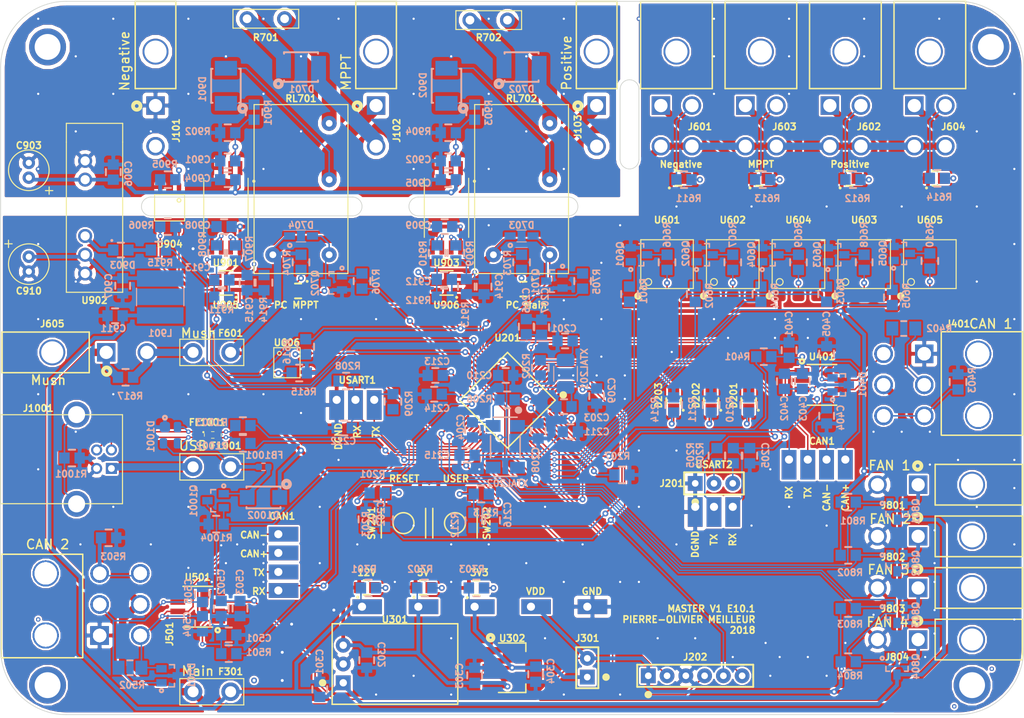
<source format=kicad_pcb>
(kicad_pcb (version 20171130) (host pcbnew 5.0.0-fee4fd1~66~ubuntu18.04.1)
  (layers (0 F.Cu signal) (31 B.Cu signal) (34 B.Paste user hide) (35 F.Paste user) (36 B.SilkS user) (37 F.SilkS user) (38 B.Mask user hide) (39 F.Mask user) (44 Edge.Cuts user))
  (net 0 "")
  (net 1 DGND)
  (net 2 "Net-(C201-Pad2)")
  (net 3 /NRST)
  (net 4 "Net-(C203-Pad1)")
  (net 5 "Net-(C204-Pad2)")
  (net 6 /STM32F446/PA3_RX)
  (net 7 VDD)
  (net 8 "Net-(C208-Pad1)")
  (net 9 /VBat)
  (net 10 /STM32F446/PA10_RX)
  (net 11 "Net-(C213-Pad2)")
  (net 12 /STM32F446/USER_BTN)
  (net 13 12V)
  (net 14 5V)
  (net 15 3.3V)
  (net 16 "Net-(C401-Pad2)")
  (net 17 /CAN1/CAN_N)
  (net 18 /CAN1/CAN_P)
  (net 19 "Net-(C501-Pad1)")
  (net 20 "Net-(C901-Pad1)")
  (net 21 AGND)
  (net 22 "Net-(C902-Pad1)")
  (net 23 "Net-(C907-Pad1)")
  (net 24 /PA4)
  (net 25 "Net-(C912-Pad2)")
  (net 26 "Net-(C913-Pad1)")
  (net 27 /PA6)
  (net 28 "Net-(C914-Pad2)")
  (net 29 "Net-(C915-Pad2)")
  (net 30 "Net-(D201-Pad1)")
  (net 31 /PC6)
  (net 32 "Net-(D202-Pad1)")
  (net 33 /PB15)
  (net 34 "Net-(D203-Pad1)")
  (net 35 /PB14)
  (net 36 "Net-(D301-Pad2)")
  (net 37 "Net-(D302-Pad2)")
  (net 38 "Net-(D303-Pad2)")
  (net 39 "/Voltage Sense/MPPT-HV+")
  (net 40 "/Voltage Sense/BP-HV+")
  (net 41 "Net-(D903-Pad1)")
  (net 42 "Net-(D903-Pad2)")
  (net 43 CAN_PWR)
  (net 44 /RS232_TX)
  (net 45 /RS232_RX)
  (net 46 /STM32F446/SWCLK)
  (net 47 /STM32F446/SWDIO)
  (net 48 /STM32F446/SWO)
  (net 49 /CAN1/Shield1)
  (net 50 "Net-(J801-Pad1)")
  (net 51 "Net-(J802-Pad1)")
  (net 52 "Net-(Q701-Pad1)")
  (net 53 "Net-(Q702-Pad1)")
  (net 54 /PC0)
  (net 55 /PC1)
  (net 56 /PC2)
  (net 57 "Net-(R201-Pad1)")
  (net 58 "Net-(R202-Pad1)")
  (net 59 /STM32F446/PA2_TX)
  (net 60 "Net-(R206-Pad1)")
  (net 61 /STM32F446/PA9_TX)
  (net 62 /PA12)
  (net 63 /PB13)
  (net 64 /PD2)
  (net 65 /PC11)
  (net 66 /PC12)
  (net 67 /PC10)
  (net 68 /PB10)
  (net 69 /PB2)
  (net 70 "Net-(R907-Pad1)")
  (net 71 "Net-(R908-Pad1)")
  (net 72 /PA5)
  (net 73 /PB12)
  (net 74 /PA11)
  (net 75 /PB5)
  (net 76 /STM32F446/USART2_TX)
  (net 77 /STM32F446/USART2_RX)
  (net 78 "Net-(SW201-Pad1)")
  (net 79 "Net-(SW201-Pad3)")
  (net 80 "Net-(SW202-Pad4)")
  (net 81 "Net-(SW202-Pad2)")
  (net 82 /PC3)
  (net 83 /PC7)
  (net 84 /PC8)
  (net 85 /PC9)
  (net 86 /PA8)
  (net 87 /PA7)
  (net 88 /PC4)
  (net 89 /PC5)
  (net 90 /PB0)
  (net 91 /PB1)
  (net 92 /PA15)
  (net 93 /PB4)
  (net 94 /PB6)
  (net 95 /PB7)
  (net 96 /BOOT0)
  (net 97 /PB8)
  (net 98 /PB9)
  (net 99 "Net-(U401-Pad5)")
  (net 100 "Net-(U401-Pad8)")
  (net 101 "Net-(U501-Pad5)")
  (net 102 "Net-(U501-Pad8)")
  (net 103 "Net-(XTAL202-Pad2)")
  (net 104 "Net-(XTAL202-Pad3)")
  (net 105 5V_HP)
  (net 106 /HV_High_Side+)
  (net 107 /HV_Mppt+)
  (net 108 /12V_Mush)
  (net 109 /HV_Mppt-)
  (net 110 /HV_High_Side-)
  (net 111 "Net-(F601-Pad1)")
  (net 112 "Net-(D1001-Pad4)")
  (net 113 "Net-(F1001-Pad1)")
  (net 114 "Net-(FL1001-Pad3)")
  (net 115 "Net-(FL1001-Pad2)")
  (net 116 /USB/D-)
  (net 117 /USB/D+)
  (net 118 /HV_Low_Side+)
  (net 119 "Net-(J803-Pad1)")
  (net 120 "Net-(J804-Pad1)")
  (net 121 /USB/Shield_Connector)
  (net 122 /PA0)
  (net 123 /PA1)
  (net 124 "Net-(U601-Pad3)")
  (net 125 "Net-(U602-Pad3)")
  (net 126 "Net-(U603-Pad3)")
  (net 127 "Net-(U604-Pad3)")
  (net 128 "Net-(D601-Pad2)")
  (net 129 "Net-(J601-Pad1)")
  (net 130 "Net-(J601-Pad2)")
  (net 131 "Net-(J601-Pad3)")
  (net 132 "Net-(Q601-Pad3)")
  (net 133 "Net-(Q601-Pad1)")
  (net 134 "Net-(U605-Pad3)")
  (net 135 "Net-(D602-Pad2)")
  (net 136 "Net-(D603-Pad2)")
  (net 137 "Net-(D604-Pad2)")
  (net 138 "Net-(D701-Pad1)")
  (net 139 "Net-(D702-Pad1)")
  (net 140 "Net-(H101-Pad1)")
  (net 141 "Net-(H102-Pad1)")
  (net 142 "Net-(H103-Pad1)")
  (net 143 "Net-(H104-Pad1)")
  (net 144 "Net-(D703-Pad2)")
  (net 145 "Net-(D704-Pad2)")
  (net 146 "Net-(D705-Pad2)")
  (net 147 "Net-(D706-Pad2)")
  (net 148 "Net-(J602-Pad2)")
  (net 149 "Net-(J602-Pad1)")
  (net 150 "Net-(J603-Pad2)")
  (net 151 "Net-(J603-Pad1)")
  (net 152 "Net-(J604-Pad2)")
  (net 153 "Net-(J604-Pad1)")
  (net 154 "Net-(Q602-Pad1)")
  (net 155 "Net-(Q602-Pad3)")
  (net 156 "Net-(Q603-Pad1)")
  (net 157 "Net-(Q603-Pad3)")
  (net 158 "Net-(Q604-Pad1)")
  (net 159 "Net-(Q604-Pad3)")
  (net 160 "Net-(Q605-Pad1)")
  (net 161 "Net-(Q605-Pad3)")
  (net 162 "Net-(R212-Pad1)")
  (net 163 "Net-(R606-Pad2)")
  (net 164 "Net-(R607-Pad2)")
  (net 165 "Net-(R608-Pad2)")
  (net 166 "Net-(R609-Pad2)")
  (net 167 "Net-(R610-Pad2)")
  (net 168 "Net-(R615-Pad1)")
  (net 169 "Net-(R701-Pad2)")
  (net 170 "Net-(R702-Pad2)")
  (net 171 "Net-(R909-Pad1)")
  (net 172 "Net-(R910-Pad1)")
  (net 173 /CAN2/Shield2)
  (net 174 /CAN2/CAN2_H)
  (net 175 /CAN2/CAN2_L)
  (net 176 /USB/5V_EXT)
  (module IC:NCS1S2405SC (layer F.Cu) (at 96.012 65.278 90)
    (fp_text reference U902 (at -12.520184 0 180) (layer F.SilkS) (effects (font (size 0.9 0.9) (thickness 0.2032))))
    (fp_text value NCS1S2405SC hide)
    (pad 1 thru_hole circle (at -8.89 -1.27 90) (size 1.905 1.905) (drill 1.24968) (layers *.Cu *.Mask) (net 1 DGND))
    (pad 2 thru_hole circle (at -6.35 -1.27 90) (size 1.905 1.905) (drill 1.24968) (layers *.Cu *.Mask) (net 23 "Net-(C907-Pad1)"))
    (pad 3 thru_hole circle (at -3.81 -1.27 90) (size 1.905 1.905) (drill 1.24968) (layers *.Cu *.Mask) (net 41 "Net-(D903-Pad1)"))
    (pad 6 thru_hole circle (at 3.81 -1.27 90) (size 1.905 1.905) (drill 1.24968) (layers *.Cu *.Mask) (net 105 5V_HP))
    (pad 7 thru_hole circle (at 6.35 -1.27 90) (size 1.905 1.905) (drill 1.24968) (layers *.Cu *.Mask) (net 21 AGND))
  )
  (module Resistors:TR50 (layer F.Cu) (at 119.192 39.698184)
    (fp_text reference R701 (at 0 2.54) (layer F.SilkS) (effects (font (size 0.9 0.9) (thickness 0.2032))))
    (fp_text value TR50JBC100R hide)
    (pad 1 thru_hole circle (at -2.54 0) (size 2.032 2.032) (drill 1.1811) (layers *.Cu *.Mask) (net 138 "Net-(D701-Pad1)"))
    (pad 2 thru_hole circle (at 2.54 0) (size 2.032 2.032) (drill 1.1811) (layers *.Cu *.Mask) (net 169 "Net-(R701-Pad2)"))
  )
  (module Resistors:TR50 (layer F.Cu) (at 149.352 39.878)
    (fp_text reference R702 (at 0 2.360184) (layer F.SilkS) (effects (font (size 0.9 0.9) (thickness 0.2032))))
    (fp_text value TR50JBC100R hide)
    (pad 1 thru_hole circle (at -2.54 0) (size 2.032 2.032) (drill 1.1811) (layers *.Cu *.Mask) (net 139 "Net-(D702-Pad1)"))
    (pad 2 thru_hole circle (at 2.54 0) (size 2.032 2.032) (drill 1.1811) (layers *.Cu *.Mask) (net 170 "Net-(R702-Pad2)"))
  )
  (module Capacitors:C0805 (layer B.Cu) (at 158.65898 83.286638)
    (fp_text reference C201 (at 0.85302 -1.678454) (layer B.SilkS) (effects (font (size 0.9 0.9) (thickness 0.2032)) (justify mirror)))
    (fp_text value 885012007053 hide)
    (pad 2 smd rect (at 2.05 0) (size 1.4 1.5) (layers B.Cu B.Paste B.Mask) (net 2 "Net-(C201-Pad2)"))
    (pad 1 smd rect (at 0 0) (size 1.4 1.5) (layers B.Cu B.Paste B.Mask) (net 1 DGND))
  )
  (module Capacitors:C0805 (layer B.Cu) (at 132.738116 108.454511 90)
    (fp_text reference C202 (at 1.79 2.05 90) (layer B.SilkS) (effects (font (size 0.9 0.9) (thickness 0.2032)) (justify mirror)))
    (fp_text value 885012207098 hide)
    (pad 2 smd rect (at 2.05 0 90) (size 1.4 1.5) (layers B.Cu B.Paste B.Mask) (net 1 DGND))
    (pad 1 smd rect (at 0 0 90) (size 1.4 1.5) (layers B.Cu B.Paste B.Mask) (net 3 /NRST))
  )
  (module Capacitors:C0805 (layer B.Cu) (at 160.56398 92.176638 180)
    (fp_text reference C203 (at -3.39302 -1.496546 180) (layer B.SilkS) (effects (font (size 0.9 0.9) (thickness 0.2032)) (justify mirror)))
    (fp_text value 885012007053 hide)
    (pad 2 smd rect (at 2.05 0 180) (size 1.4 1.5) (layers B.Cu B.Paste B.Mask) (net 1 DGND))
    (pad 1 smd rect (at 0 0 180) (size 1.4 1.5) (layers B.Cu B.Paste B.Mask) (net 4 "Net-(C203-Pad1)"))
  )
  (module Capacitors:C0805 (layer B.Cu) (at 147.152645 96.342319 90)
    (fp_text reference C204 (at 1.399135 -1.610645 90) (layer B.SilkS) (effects (font (size 0.9 0.9) (thickness 0.2032)) (justify mirror)))
    (fp_text value 885012007027 hide)
    (pad 2 smd rect (at 2.05 0 90) (size 1.4 1.5) (layers B.Cu B.Paste B.Mask) (net 5 "Net-(C204-Pad2)"))
    (pad 1 smd rect (at 0 0 90) (size 1.4 1.5) (layers B.Cu B.Paste B.Mask) (net 1 DGND))
  )
  (module Capacitors:C0805 (layer B.Cu) (at 184.673815 99.845908 90)
    (fp_text reference C205 (at 1.092724 2.143185 90) (layer B.SilkS) (effects (font (size 0.9 0.9) (thickness 0.2032)) (justify mirror)))
    (fp_text value 885012007053 hide)
    (pad 2 smd rect (at 2.05 0 90) (size 1.4 1.5) (layers B.Cu B.Paste B.Mask) (net 6 /STM32F446/PA3_RX))
    (pad 1 smd rect (at 0 0 90) (size 1.4 1.5) (layers B.Cu B.Paste B.Mask) (net 1 DGND))
  )
  (module Capacitors:C0805 (layer B.Cu) (at 154.432 80.338184 270)
    (fp_text reference C206 (at -2.54 0 270) (layer B.SilkS) (effects (font (size 0.9 0.9) (thickness 0.2032)) (justify mirror)))
    (fp_text value 885012107015 hide)
    (pad 2 smd rect (at 2.05 0 270) (size 1.4 1.5) (layers B.Cu B.Paste B.Mask) (net 7 VDD))
    (pad 1 smd rect (at 0 0 270) (size 1.4 1.5) (layers B.Cu B.Paste B.Mask) (net 1 DGND))
  )
  (module Capacitors:C0805 (layer B.Cu) (at 156.508966 80.408111 270)
    (fp_text reference C207 (at -2.609927 -0.463034 270) (layer B.SilkS) (effects (font (size 0.9 0.9) (thickness 0.2032)) (justify mirror)))
    (fp_text value 885012207092 hide)
    (pad 2 smd rect (at 2.05 0 270) (size 1.4 1.5) (layers B.Cu B.Paste B.Mask) (net 7 VDD))
    (pad 1 smd rect (at 0 0 270) (size 1.4 1.5) (layers B.Cu B.Paste B.Mask) (net 1 DGND))
  )
  (module Capacitors:C0805 (layer B.Cu) (at 156.042645 94.437319 270)
    (fp_text reference C208 (at 4.950865 0.340645 270) (layer B.SilkS) (effects (font (size 0.9 0.9) (thickness 0.2032)) (justify mirror)))
    (fp_text value 885012007027 hide)
    (pad 2 smd rect (at 2.05 0 270) (size 1.4 1.5) (layers B.Cu B.Paste B.Mask) (net 1 DGND))
    (pad 1 smd rect (at 0 0 270) (size 1.4 1.5) (layers B.Cu B.Paste B.Mask) (net 8 "Net-(C208-Pad1)"))
  )
  (module Capacitors:C0805 (layer B.Cu) (at 163.957 91.768184 90)
    (fp_text reference C209 (at 1.79 2.05 90) (layer B.SilkS) (effects (font (size 0.9 0.9) (thickness 0.2032)) (justify mirror)))
    (fp_text value 885012107015 hide)
    (pad 2 smd rect (at 2.05 0 90) (size 1.4 1.5) (layers B.Cu B.Paste B.Mask) (net 9 /VBat))
    (pad 1 smd rect (at 0 0 90) (size 1.4 1.5) (layers B.Cu B.Paste B.Mask) (net 1 DGND))
  )
  (module Capacitors:C0805 (layer B.Cu) (at 150.622 87.958184)
    (fp_text reference C210 (at -2.54 0) (layer B.SilkS) (effects (font (size 0.9 0.9) (thickness 0.2032)) (justify mirror)))
    (fp_text value 885012207098 hide)
    (pad 2 smd rect (at 2.05 0) (size 1.4 1.5) (layers B.Cu B.Paste B.Mask) (net 1 DGND))
    (pad 1 smd rect (at 0 0) (size 1.4 1.5) (layers B.Cu B.Paste B.Mask) (net 7 VDD))
  )
  (module Capacitors:C0805 (layer B.Cu) (at 161.417 95.578184 180)
    (fp_text reference C211 (at -2.54 0 180) (layer B.SilkS) (effects (font (size 0.9 0.9) (thickness 0.2032)) (justify mirror)))
    (fp_text value 885012207098 hide)
    (pad 2 smd rect (at 2.05 0 180) (size 1.4 1.5) (layers B.Cu B.Paste B.Mask) (net 7 VDD))
    (pad 1 smd rect (at 0 0 180) (size 1.4 1.5) (layers B.Cu B.Paste B.Mask) (net 1 DGND))
  )
  (module Capacitors:C0805 (layer B.Cu) (at 128.778 95.070184)
    (fp_text reference C212 (at 0.889 1.778) (layer B.SilkS) (effects (font (size 0.9 0.9) (thickness 0.2032)) (justify mirror)))
    (fp_text value 885012007053 hide)
    (pad 2 smd rect (at 2.05 0) (size 1.4 1.5) (layers B.Cu B.Paste B.Mask) (net 10 /STM32F446/PA10_RX))
    (pad 1 smd rect (at 0 0) (size 1.4 1.5) (layers B.Cu B.Paste B.Mask) (net 1 DGND))
  )
  (module Capacitors:C0805 (layer B.Cu) (at 141.097 87.958184)
    (fp_text reference C213 (at 1.27 -1.905) (layer B.SilkS) (effects (font (size 0.9 0.9) (thickness 0.2032)) (justify mirror)))
    (fp_text value 885012107018 hide)
    (pad 2 smd rect (at 2.05 0) (size 1.4 1.5) (layers B.Cu B.Paste B.Mask) (net 11 "Net-(C213-Pad2)"))
    (pad 1 smd rect (at 0 0) (size 1.4 1.5) (layers B.Cu B.Paste B.Mask) (net 1 DGND))
  )
  (module Capacitors:C0805 (layer B.Cu) (at 143.002 90.498184 180)
    (fp_text reference C214 (at 0.635 -1.905 180) (layer B.SilkS) (effects (font (size 0.9 0.9) (thickness 0.2032)) (justify mirror)))
    (fp_text value 885012207098 hide)
    (pad 2 smd rect (at 2.05 0 180) (size 1.4 1.5) (layers B.Cu B.Paste B.Mask) (net 1 DGND))
    (pad 1 smd rect (at 0 0 180) (size 1.4 1.5) (layers B.Cu B.Paste B.Mask) (net 7 VDD))
  )
  (module Capacitors:C0805 (layer B.Cu) (at 147.447 98.753184 180)
    (fp_text reference C215 (at 5.08 0 180) (layer B.SilkS) (effects (font (size 0.9 0.9) (thickness 0.2032)) (justify mirror)))
    (fp_text value 885012207098 hide)
    (pad 2 smd rect (at 2.05 0 180) (size 1.4 1.5) (layers B.Cu B.Paste B.Mask) (net 1 DGND))
    (pad 1 smd rect (at 0 0 180) (size 1.4 1.5) (layers B.Cu B.Paste B.Mask) (net 7 VDD))
  )
  (module Capacitors:C0805 (layer B.Cu) (at 149.865035 108.591648 90)
    (fp_text reference C216 (at 1.79 2.05 90) (layer B.SilkS) (effects (font (size 0.9 0.9) (thickness 0.2032)) (justify mirror)))
    (fp_text value 885012207098 hide)
    (pad 2 smd rect (at 2.05 0 90) (size 1.4 1.5) (layers B.Cu B.Paste B.Mask) (net 1 DGND))
    (pad 1 smd rect (at 0 0 90) (size 1.4 1.5) (layers B.Cu B.Paste B.Mask) (net 12 /STM32F446/USER_BTN))
  )
  (module Capacitors:C0805 (layer B.Cu) (at 126.492 129.413 270)
    (fp_text reference C301 (at -2.719816 0 270) (layer B.SilkS) (effects (font (size 0.9 0.9) (thickness 0.2032)) (justify mirror)))
    (fp_text value 885012107018 hide)
    (pad 2 smd rect (at 2.05 0 270) (size 1.4 1.5) (layers B.Cu B.Paste B.Mask) (net 13 12V))
    (pad 1 smd rect (at 0 0 270) (size 1.4 1.5) (layers B.Cu B.Paste B.Mask) (net 1 DGND))
  )
  (module Capacitors:C0805 (layer B.Cu) (at 132.842 127.508 90)
    (fp_text reference C302 (at 1.79 2.05 90) (layer B.SilkS) (effects (font (size 0.9 0.9) (thickness 0.2032)) (justify mirror)))
    (fp_text value 885012107018 hide)
    (pad 2 smd rect (at 2.05 0 90) (size 1.4 1.5) (layers B.Cu B.Paste B.Mask) (net 14 5V))
    (pad 1 smd rect (at 0 0 90) (size 1.4 1.5) (layers B.Cu B.Paste B.Mask) (net 1 DGND))
  )
  (module Capacitors:C0805 (layer B.Cu) (at 147.447 127.508 270)
    (fp_text reference C303 (at 1.090184 2.05 270) (layer B.SilkS) (effects (font (size 0.9 0.9) (thickness 0.2032)) (justify mirror)))
    (fp_text value 885012107014 hide)
    (pad 2 smd rect (at 2.05 0 270) (size 1.4 1.5) (layers B.Cu B.Paste B.Mask) (net 14 5V))
    (pad 1 smd rect (at 0 0 270) (size 1.4 1.5) (layers B.Cu B.Paste B.Mask) (net 1 DGND))
  )
  (module Capacitors:C0805 (layer B.Cu) (at 155.702 129.413 90)
    (fp_text reference C304 (at 1.449816 2.05 90) (layer B.SilkS) (effects (font (size 0.9 0.9) (thickness 0.2032)) (justify mirror)))
    (fp_text value 885012107005 hide)
    (pad 2 smd rect (at 2.05 0 90) (size 1.4 1.5) (layers B.Cu B.Paste B.Mask) (net 15 3.3V))
    (pad 1 smd rect (at 0 0 90) (size 1.4 1.5) (layers B.Cu B.Paste B.Mask) (net 1 DGND))
  )
  (module Capacitors:C0805 (layer B.Cu) (at 189.992 83.513184 270)
    (fp_text reference C401 (at -2.54 0 270) (layer B.SilkS) (effects (font (size 0.9 0.9) (thickness 0.2032)) (justify mirror)))
    (fp_text value 885012207080 hide)
    (pad 2 smd rect (at 2.05 0 270) (size 1.4 1.5) (layers B.Cu B.Paste B.Mask) (net 16 "Net-(C401-Pad2)"))
    (pad 1 smd rect (at 0 0 270) (size 1.4 1.5) (layers B.Cu B.Paste B.Mask) (net 1 DGND))
  )
  (module Capacitors:C0805 (layer B.Cu) (at 189.357 87.730212 270)
    (fp_text reference C402 (at 4.672972 0 270) (layer B.SilkS) (effects (font (size 0.9 0.9) (thickness 0.2032)) (justify mirror)))
    (fp_text value 885012107015 hide)
    (pad 2 smd rect (at 2.05 0 270) (size 1.4 1.5) (layers B.Cu B.Paste B.Mask) (net 7 VDD))
    (pad 1 smd rect (at 0 0 270) (size 1.4 1.5) (layers B.Cu B.Paste B.Mask) (net 1 DGND))
  )
  (module Capacitors:C0805 (layer B.Cu) (at 191.791554 87.730212 270)
    (fp_text reference C403 (at 4.672972 -0.105446 270) (layer B.SilkS) (effects (font (size 0.9 0.9) (thickness 0.2032)) (justify mirror)))
    (fp_text value 885012207098 hide)
    (pad 2 smd rect (at 2.05 0 270) (size 1.4 1.5) (layers B.Cu B.Paste B.Mask) (net 7 VDD))
    (pad 1 smd rect (at 0 0 270) (size 1.4 1.5) (layers B.Cu B.Paste B.Mask) (net 1 DGND))
  )
  (module Capacitors:C0805 (layer B.Cu) (at 195.072 92.403184 270)
    (fp_text reference C404 (at 1.27 -1.905 270) (layer B.SilkS) (effects (font (size 0.9 0.9) (thickness 0.2032)) (justify mirror)))
    (fp_text value 885012007053 hide)
    (pad 2 smd rect (at 2.05 0 270) (size 1.4 1.5) (layers B.Cu B.Paste B.Mask) (net 1 DGND))
    (pad 1 smd rect (at 0 0 270) (size 1.4 1.5) (layers B.Cu B.Paste B.Mask) (net 17 /CAN1/CAN_N))
  )
  (module Capacitors:C0805 (layer B.Cu) (at 195.072 86.053184 90)
    (fp_text reference C405 (at 5.08 0 90) (layer B.SilkS) (effects (font (size 0.9 0.9) (thickness 0.2032)) (justify mirror)))
    (fp_text value 885012007053 hide)
    (pad 2 smd rect (at 2.05 0 90) (size 1.4 1.5) (layers B.Cu B.Paste B.Mask) (net 1 DGND))
    (pad 1 smd rect (at 0 0 90) (size 1.4 1.5) (layers B.Cu B.Paste B.Mask) (net 18 /CAN1/CAN_P))
  )
  (module Capacitors:C0805 (layer B.Cu) (at 113.157 123.063)
    (fp_text reference C501 (at 5.08 0.455184) (layer B.SilkS) (effects (font (size 0.9 0.9) (thickness 0.2032)) (justify mirror)))
    (fp_text value 885012207080 hide)
    (pad 2 smd rect (at 2.05 0) (size 1.4 1.5) (layers B.Cu B.Paste B.Mask) (net 1 DGND))
    (pad 1 smd rect (at 0 0) (size 1.4 1.5) (layers B.Cu B.Paste B.Mask) (net 19 "Net-(C501-Pad1)"))
  )
  (module Capacitors:C0805 (layer B.Cu) (at 113.157 120.523 90)
    (fp_text reference C502 (at 4.624816 0 90) (layer B.SilkS) (effects (font (size 0.9 0.9) (thickness 0.2032)) (justify mirror)))
    (fp_text value 885012107015 hide)
    (pad 2 smd rect (at 2.05 0 90) (size 1.4 1.5) (layers B.Cu B.Paste B.Mask) (net 7 VDD))
    (pad 1 smd rect (at 0 0 90) (size 1.4 1.5) (layers B.Cu B.Paste B.Mask) (net 1 DGND))
  )
  (module Capacitors:C0805 (layer B.Cu) (at 115.697 120.523 90)
    (fp_text reference C503 (at 4.624816 0 90) (layer B.SilkS) (effects (font (size 0.9 0.9) (thickness 0.2032)) (justify mirror)))
    (fp_text value 885012207098 hide)
    (pad 2 smd rect (at 2.05 0 90) (size 1.4 1.5) (layers B.Cu B.Paste B.Mask) (net 7 VDD))
    (pad 1 smd rect (at 0 0 90) (size 1.4 1.5) (layers B.Cu B.Paste B.Mask) (net 1 DGND))
  )
  (module Capacitors:C0805 (layer B.Cu) (at 110.617 120.523 270)
    (fp_text reference C504 (at 1.090184 2.05 270) (layer B.SilkS) (effects (font (size 0.9 0.9) (thickness 0.2032)) (justify mirror)))
    (fp_text value 885012007053 hide)
    (pad 2 smd rect (at 2.05 0 270) (size 1.4 1.5) (layers B.Cu B.Paste B.Mask) (net 1 DGND))
    (pad 1 smd rect (at 0 0 270) (size 1.4 1.5) (layers B.Cu B.Paste B.Mask) (net 174 /CAN2/CAN2_H))
  )
  (module Capacitors:C0805 (layer B.Cu) (at 110.617 118.618 90)
    (fp_text reference C505 (at 1.449816 -1.905 90) (layer B.SilkS) (effects (font (size 0.9 0.9) (thickness 0.2032)) (justify mirror)))
    (fp_text value 885012007053 hide)
    (pad 2 smd rect (at 2.05 0 90) (size 1.4 1.5) (layers B.Cu B.Paste B.Mask) (net 1 DGND))
    (pad 1 smd rect (at 0 0 90) (size 1.4 1.5) (layers B.Cu B.Paste B.Mask) (net 175 /CAN2/CAN2_L))
  )
  (module Capacitors:C0805 (layer B.Cu) (at 115.062 58.928 180)
    (fp_text reference C901 (at 5.08 0.179816 180) (layer B.SilkS) (effects (font (size 0.9 0.9) (thickness 0.2032)) (justify mirror)))
    (fp_text value 885012207080 hide)
    (pad 2 smd rect (at 2.05 0 180) (size 1.4 1.5) (layers B.Cu B.Paste B.Mask) (net 21 AGND))
    (pad 1 smd rect (at 0 0 180) (size 1.4 1.5) (layers B.Cu B.Paste B.Mask) (net 20 "Net-(C901-Pad1)"))
  )
  (module Capacitors:C0805 (layer B.Cu) (at 144.907 58.928 180)
    (fp_text reference C902 (at 5.08 0.179816 180) (layer B.SilkS) (effects (font (size 0.9 0.9) (thickness 0.2032)) (justify mirror)))
    (fp_text value 885012207080 hide)
    (pad 2 smd rect (at 2.05 0 180) (size 1.4 1.5) (layers B.Cu B.Paste B.Mask) (net 21 AGND))
    (pad 1 smd rect (at 0 0 180) (size 1.4 1.5) (layers B.Cu B.Paste B.Mask) (net 22 "Net-(C902-Pad1)"))
  )
  (module Capacitors:Radial-Can-5_11_2 (layer F.Cu) (at 87.122 60.198 90)
    (fp_text reference C903 (at 3.354816 0 180) (layer F.SilkS) (effects (font (size 0.9 0.9) (thickness 0.2032))))
    (fp_text value 860020472006 hide)
    (pad 1 thru_hole circle (at -1 0 90) (size 1.6764 1.6764) (drill 0.8382) (layers *.Cu *.Mask) (net 105 5V_HP))
    (pad 2 thru_hole circle (at 1 0 90) (size 1.6764 1.6764) (drill 0.8382) (layers *.Cu *.Mask) (net 21 AGND))
  )
  (module Capacitors:C0805 (layer B.Cu) (at 113.012 61.468)
    (fp_text reference C904 (at -3.03 -0.179816) (layer B.SilkS) (effects (font (size 0.9 0.9) (thickness 0.2032)) (justify mirror)))
    (fp_text value 885012207098 hide)
    (pad 2 smd rect (at 2.05 0) (size 1.4 1.5) (layers B.Cu B.Paste B.Mask) (net 105 5V_HP))
    (pad 1 smd rect (at 0 0) (size 1.4 1.5) (layers B.Cu B.Paste B.Mask) (net 21 AGND))
  )
  (module Capacitors:C0805 (layer B.Cu) (at 142.857 61.468)
    (fp_text reference C905 (at -3.03 0.455184) (layer B.SilkS) (effects (font (size 0.9 0.9) (thickness 0.2032)) (justify mirror)))
    (fp_text value 885012207098 hide)
    (pad 2 smd rect (at 2.05 0) (size 1.4 1.5) (layers B.Cu B.Paste B.Mask) (net 105 5V_HP))
    (pad 1 smd rect (at 0 0) (size 1.4 1.5) (layers B.Cu B.Paste B.Mask) (net 21 AGND))
  )
  (module Capacitors:C0805 (layer B.Cu) (at 98.552 61.468 90)
    (fp_text reference C906 (at 0.814816 2.05 90) (layer B.SilkS) (effects (font (size 0.9 0.9) (thickness 0.2032)) (justify mirror)))
    (fp_text value 885012207098 hide)
    (pad 2 smd rect (at 2.05 0 90) (size 1.4 1.5) (layers B.Cu B.Paste B.Mask) (net 21 AGND))
    (pad 1 smd rect (at 0 0 90) (size 1.4 1.5) (layers B.Cu B.Paste B.Mask) (net 105 5V_HP))
  )
  (module Capacitors:C0805 (layer B.Cu) (at 99.822 74.803 270)
    (fp_text reference C907 (at 1.090184 1.905 270) (layer B.SilkS) (effects (font (size 0.9 0.9) (thickness 0.2032)) (justify mirror)))
    (fp_text value 885012207098 hide)
    (pad 2 smd rect (at 2.05 0 270) (size 1.4 1.5) (layers B.Cu B.Paste B.Mask) (net 1 DGND))
    (pad 1 smd rect (at 0 0 270) (size 1.4 1.5) (layers B.Cu B.Paste B.Mask) (net 23 "Net-(C907-Pad1)"))
  )
  (module Capacitors:C0805 (layer B.Cu) (at 112.522 67.818)
    (fp_text reference C908 (at -2.54 -0.179816) (layer B.SilkS) (effects (font (size 0.9 0.9) (thickness 0.2032)) (justify mirror)))
    (fp_text value 885012207098 hide)
    (pad 2 smd rect (at 2.05 0) (size 1.4 1.5) (layers B.Cu B.Paste B.Mask) (net 14 5V))
    (pad 1 smd rect (at 0 0) (size 1.4 1.5) (layers B.Cu B.Paste B.Mask) (net 1 DGND))
  )
  (module Capacitors:C0805 (layer B.Cu) (at 142.367 67.818)
    (fp_text reference C909 (at -2.54 -0.179816) (layer B.SilkS) (effects (font (size 0.9 0.9) (thickness 0.2032)) (justify mirror)))
    (fp_text value 885012207098 hide)
    (pad 2 smd rect (at 2.05 0) (size 1.4 1.5) (layers B.Cu B.Paste B.Mask) (net 14 5V))
    (pad 1 smd rect (at 0 0) (size 1.4 1.5) (layers B.Cu B.Paste B.Mask) (net 1 DGND))
  )
  (module Capacitors:Radial-Can-5_11_2 (layer F.Cu) (at 87.122 72.898 270)
    (fp_text reference C910 (at 3.630184 0) (layer F.SilkS) (effects (font (size 0.9 0.9) (thickness 0.2032))))
    (fp_text value 860020472006 hide)
    (pad 1 thru_hole circle (at -1 0 270) (size 1.6764 1.6764) (drill 0.8382) (layers *.Cu *.Mask) (net 23 "Net-(C907-Pad1)"))
    (pad 2 thru_hole circle (at 1 0 270) (size 1.6764 1.6764) (drill 0.8382) (layers *.Cu *.Mask) (net 1 DGND))
  )
  (module Capacitors:C0805 (layer B.Cu) (at 99.822 79.883 180)
    (fp_text reference C911 (at 1.27 -1.725184 180) (layer B.SilkS) (effects (font (size 0.9 0.9) (thickness 0.2032)) (justify mirror)))
    (fp_text value 885012207075 hide)
    (pad 2 smd rect (at 2.05 0 180) (size 1.4 1.5) (layers B.Cu B.Paste B.Mask) (net 1 DGND))
    (pad 1 smd rect (at 0 0 180) (size 1.4 1.5) (layers B.Cu B.Paste B.Mask) (net 13 12V))
  )
  (module Capacitors:C0805 (layer B.Cu) (at 144.363317 74.954153 180)
    (fp_text reference C912 (at 4.536317 -0.304031 180) (layer B.SilkS) (effects (font (size 0.9 0.9) (thickness 0.2032)) (justify mirror)))
    (fp_text value 885012207080 hide)
    (pad 2 smd rect (at 2.05 0 180) (size 1.4 1.5) (layers B.Cu B.Paste B.Mask) (net 25 "Net-(C912-Pad2)"))
    (pad 1 smd rect (at 0 0 180) (size 1.4 1.5) (layers B.Cu B.Paste B.Mask) (net 24 /PA4))
  )
  (module Capacitors:C0805 (layer B.Cu) (at 112.208431 75.046929)
    (fp_text reference C913 (at -2.226431 -1.693745) (layer B.SilkS) (effects (font (size 0.9 0.9) (thickness 0.2032)) (justify mirror)))
    (fp_text value 885012207080 hide)
    (pad 2 smd rect (at 2.05 0) (size 1.4 1.5) (layers B.Cu B.Paste B.Mask) (net 27 /PA6))
    (pad 1 smd rect (at 0 0) (size 1.4 1.5) (layers B.Cu B.Paste B.Mask) (net 26 "Net-(C913-Pad1)"))
  )
  (module Capacitors:C0805 (layer B.Cu) (at 148.717 76.973098 90)
    (fp_text reference C914 (at 1.079914 2.05 90) (layer B.SilkS) (effects (font (size 0.9 0.9) (thickness 0.2032)) (justify mirror)))
    (fp_text value 885012207080 hide)
    (pad 2 smd rect (at 2.05 0 90) (size 1.4 1.5) (layers B.Cu B.Paste B.Mask) (net 28 "Net-(C914-Pad2)"))
    (pad 1 smd rect (at 0 0 90) (size 1.4 1.5) (layers B.Cu B.Paste B.Mask) (net 1 DGND))
  )
  (module Capacitors:C0805 (layer B.Cu) (at 116.650023 76.427967 90)
    (fp_text reference C915 (at -2.640217 0.316977 90) (layer B.SilkS) (effects (font (size 0.9 0.9) (thickness 0.2032)) (justify mirror)))
    (fp_text value 885012207080 hide)
    (pad 2 smd rect (at 2.05 0 90) (size 1.4 1.5) (layers B.Cu B.Paste B.Mask) (net 29 "Net-(C915-Pad2)"))
    (pad 1 smd rect (at 0 0 90) (size 1.4 1.5) (layers B.Cu B.Paste B.Mask) (net 1 DGND))
  )
  (module Diodes:LED_0805_GREEN (layer F.Cu) (at 184.531 92.470691 90)
    (fp_text reference D201 (at 1.79 -2.05 90) (layer F.SilkS) (effects (font (size 0.9 0.9) (thickness 0.2032))))
    (fp_text value 150080VS75000 hide)
    (pad 2 smd rect (at 2.05 0 90) (size 1.4 1.5) (layers F.Cu F.Paste F.Mask) (net 56 /PC2))
    (pad 1 smd rect (at 0 0 90) (size 1.4 1.5) (layers F.Cu F.Paste F.Mask) (net 30 "Net-(D201-Pad1)"))
  )
  (module Diodes:LED_0805_YELLOW (layer F.Cu) (at 179.451 92.470691 90)
    (fp_text reference D202 (at 1.79 -2.05 90) (layer F.SilkS) (effects (font (size 0.9 0.9) (thickness 0.2032))))
    (fp_text value 150080YS75000 hide)
    (pad 2 smd rect (at 2.05 0 90) (size 1.4 1.5) (layers F.Cu F.Paste F.Mask) (net 55 /PC1))
    (pad 1 smd rect (at 0 0 90) (size 1.4 1.5) (layers F.Cu F.Paste F.Mask) (net 32 "Net-(D202-Pad1)"))
  )
  (module Diodes:LED_0805_RED (layer F.Cu) (at 174.371 92.470691 90)
    (fp_text reference D203 (at 1.79 -2.05 90) (layer F.SilkS) (effects (font (size 0.9 0.9) (thickness 0.2032))))
    (fp_text value 150080RS75000 hide)
    (pad 2 smd rect (at 2.05 0 90) (size 1.4 1.5) (layers F.Cu F.Paste F.Mask) (net 54 /PC0))
    (pad 1 smd rect (at 0 0 90) (size 1.4 1.5) (layers F.Cu F.Paste F.Mask) (net 34 "Net-(D203-Pad1)"))
  )
  (module IC:SOT-23-3 (layer B.Cu) (at 196.977 89.228184 90)
    (fp_text reference D401 (at 0.03 2.97 90) (layer B.SilkS) (effects (font (size 0.9 0.9) (thickness 0.2032)) (justify mirror)))
    (fp_text value D1213A-02SOL-7 hide)
    (pad 1 smd rect (at -0.95 -1.1 90) (size 1 1.4) (layers B.Cu B.Paste B.Mask) (net 17 /CAN1/CAN_N))
    (pad 2 smd rect (at 0.95 -1.1 90) (size 1 1.4) (layers B.Cu B.Paste B.Mask) (net 18 /CAN1/CAN_P))
    (pad 3 smd rect (at 0 1.1 90) (size 1 1.4) (layers B.Cu B.Paste B.Mask) (net 1 DGND))
  )
  (module IC:SOT-23-3 (layer B.Cu) (at 106.172 128.598184 90)
    (fp_text reference D501 (at 0.03 2.97 90) (layer B.SilkS) (effects (font (size 0.9 0.9) (thickness 0.2032)) (justify mirror)))
    (fp_text value D1213A-02SOL-7 hide)
    (pad 1 smd rect (at -0.95 -1.1 90) (size 1 1.4) (layers B.Cu B.Paste B.Mask) (net 175 /CAN2/CAN2_L))
    (pad 2 smd rect (at 0.95 -1.1 90) (size 1 1.4) (layers B.Cu B.Paste B.Mask) (net 174 /CAN2/CAN2_H))
    (pad 3 smd rect (at 0 1.1 90) (size 1 1.4) (layers B.Cu B.Paste B.Mask) (net 1 DGND))
  )
  (module Diodes:DO-214AA_SMB (layer B.Cu) (at 123.952 46.228)
    (fp_text reference D701 (at 0.08 2.995184) (layer B.SilkS) (effects (font (size 0.9 0.9) (thickness 0.2032)) (justify mirror)))
    (fp_text value NRVBS3200T3G hide)
    (pad 2 smd rect (at 2.375 0) (size 2 3) (layers B.Cu B.Paste B.Mask) (net 107 /HV_Mppt+))
    (pad 1 smd rect (at -2.375 0) (size 2 3) (layers B.Cu B.Paste B.Mask) (net 138 "Net-(D701-Pad1)"))
  )
  (module Diodes:DO-214AA_SMB (layer B.Cu) (at 153.797 46.228)
    (fp_text reference D702 (at 0 2.995184) (layer B.SilkS) (effects (font (size 0.9 0.9) (thickness 0.2032)) (justify mirror)))
    (fp_text value NRVBS3200T3G hide)
    (pad 2 smd rect (at 2.375 0) (size 2 3) (layers B.Cu B.Paste B.Mask) (net 106 /HV_High_Side+))
    (pad 1 smd rect (at -2.375 0) (size 2 3) (layers B.Cu B.Paste B.Mask) (net 139 "Net-(D702-Pad1)"))
  )
  (module Diodes:SOD-323 (layer B.Cu) (at 153.797 69.088)
    (fp_text reference D703 (at 0 -1.449816) (layer B.SilkS) (effects (font (size 0.9 0.9) (thickness 0.2032)) (justify mirror)))
    (fp_text value NSR0530HT1G hide)
    (pad 2 smd rect (at 1.55 0) (size 1.5 1) (layers B.Cu B.Paste B.Mask) (net 144 "Net-(D703-Pad2)"))
    (pad 1 smd rect (at -1.55 0) (size 1.5 1) (layers B.Cu B.Paste B.Mask) (net 108 /12V_Mush))
  )
  (module Diodes:SOD-323 (layer B.Cu) (at 123.952 69.088)
    (fp_text reference D704 (at 0 -1.449816) (layer B.SilkS) (effects (font (size 0.9 0.9) (thickness 0.2032)) (justify mirror)))
    (fp_text value NSR0530HT1G hide)
    (pad 2 smd rect (at 1.55 0) (size 1.5 1) (layers B.Cu B.Paste B.Mask) (net 145 "Net-(D704-Pad2)"))
    (pad 1 smd rect (at -1.55 0) (size 1.5 1) (layers B.Cu B.Paste B.Mask) (net 108 /12V_Mush))
  )
  (module Diodes:DO-214AA_SMB (layer B.Cu) (at 113.792 48.768 90)
    (fp_text reference D901 (at -0.455184 -3.175 90) (layer B.SilkS) (effects (font (size 0.9 0.9) (thickness 0.2032)) (justify mirror)))
    (fp_text value NRVBS3200T3G hide)
    (pad 2 smd rect (at 2.375 0 90) (size 2 3) (layers B.Cu B.Paste B.Mask) (net 109 /HV_Mppt-))
    (pad 1 smd rect (at -2.375 0 90) (size 2 3) (layers B.Cu B.Paste B.Mask) (net 39 "/Voltage Sense/MPPT-HV+"))
  )
  (module Diodes:DO-214AA_SMB (layer B.Cu) (at 143.637 48.768 90)
    (fp_text reference D902 (at 0.08 -3.175 90) (layer B.SilkS) (effects (font (size 0.9 0.9) (thickness 0.2032)) (justify mirror)))
    (fp_text value NRVBS3200T3G hide)
    (pad 2 smd rect (at 2.375 0 90) (size 2 3) (layers B.Cu B.Paste B.Mask) (net 110 /HV_High_Side-))
    (pad 1 smd rect (at -2.375 0 90) (size 2 3) (layers B.Cu B.Paste B.Mask) (net 40 "/Voltage Sense/BP-HV+"))
  )
  (module Diodes:Diode_0805 (layer B.Cu) (at 98.552 70.993)
    (fp_text reference D903 (at 1.27 2.05) (layer B.SilkS) (effects (font (size 0.9 0.9) (thickness 0.2032)) (justify mirror)))
    (fp_text value SD0805S020S1R0 hide)
    (pad 2 smd rect (at 2.05 0) (size 1.4 1.5) (layers B.Cu B.Paste B.Mask) (net 42 "Net-(D903-Pad2)"))
    (pad 1 smd rect (at 0 0) (size 1.4 1.5) (layers B.Cu B.Paste B.Mask) (net 41 "Net-(D903-Pad1)"))
  )
  (module Fuses:TE5_395 (layer F.Cu) (at 111.887 130.757184)
    (fp_text reference F301 (at 2.54 -2.719816) (layer F.SilkS) (effects (font (size 0.9 0.9) (thickness 0.2032))))
    (fp_text value 39511000440 hide)
    (pad 2 thru_hole circle (at 2.54 0) (size 2.5 2.5) (drill 1.5) (layers *.Cu *.Mask) (net 13 12V))
    (pad 1 thru_hole circle (at -2.54 0) (size 2.5 2.5) (drill 1.5) (layers *.Cu *.Mask) (net 43 CAN_PWR))
  )
  (module Fuses:TE5_395 (layer F.Cu) (at 111.887 84.836)
    (fp_text reference F601 (at 2.54 -2.592816) (layer F.SilkS) (effects (font (size 0.9 0.9) (thickness 0.2032))))
    (fp_text value 39511000440 hide)
    (pad 2 thru_hole circle (at 2.54 0) (size 2.5 2.5) (drill 1.5) (layers *.Cu *.Mask) (net 108 /12V_Mush))
    (pad 1 thru_hole circle (at -2.54 0) (size 2.5 2.5) (drill 1.5) (layers *.Cu *.Mask) (net 111 "Net-(F601-Pad1)"))
  )
  (module Fuses:TE5_395 (layer F.Cu) (at 111.887 100.33)
    (fp_text reference F1001 (at 1.905 -2.846816) (layer F.SilkS) (effects (font (size 0.9 0.9) (thickness 0.2032))))
    (fp_text value 39505000440 hide)
    (pad 2 thru_hole circle (at 2.54 0) (size 2.5 2.5) (drill 1.5) (layers *.Cu *.Mask) (net 112 "Net-(D1001-Pad4)"))
    (pad 1 thru_hole circle (at -2.54 0) (size 2.5 2.5) (drill 1.5) (layers *.Cu *.Mask) (net 113 "Net-(F1001-Pad1)"))
  )
  (module Filter:744230900 (layer F.Cu) (at 112.014 96.012)
    (fp_text reference FL1001 (at -0.762 -1.703816) (layer F.SilkS) (effects (font (size 0.9 0.9) (thickness 0.2032))))
    (fp_text value 744230900 hide)
    (pad 1 smd roundrect (at -0.725 -0.375) (size 0.85 0.25) (layers F.Cu F.Paste F.Mask) (net 117 /USB/D+))
    (pad 4 smd roundrect (at -0.725 0.375) (size 0.85 0.25) (layers F.Cu F.Paste F.Mask) (net 116 /USB/D-))
    (pad 2 smd roundrect (at 0.725 -0.375) (size 0.85 0.25) (layers F.Cu F.Paste F.Mask) (net 115 "Net-(FL1001-Pad2)"))
    (pad 3 smd roundrect (at 0.725 0.375) (size 0.85 0.25) (layers F.Cu F.Paste F.Mask) (net 114 "Net-(FL1001-Pad3)"))
  )
  (module Connectors:649002227222 (layer F.Cu) (at 104.267 44.143184 180)
    (fp_text reference J101 (at -2.794 -10.668 270) (layer F.SilkS) (effects (font (size 0.9 0.9) (thickness 0.2032))))
    (fp_text value 649002227222 hide)
    (pad 3 thru_hole circle (at 0 0 180) (size 3.508 3.508) (drill 3) (layers *.Cu *.Mask))
    (pad 1 thru_hole rect (at 0 -7.3 180) (size 2.5 2.5) (drill 1.8) (layers *.Cu *.Mask) (net 21 AGND))
    (pad 2 thru_hole circle (at 0 -12.8 180) (size 2.5 2.5) (drill 1.8) (layers *.Cu *.Mask) (net 118 /HV_Low_Side+))
  )
  (module Connectors:649002227222 (layer F.Cu) (at 134.112 44.143184 180)
    (fp_text reference J102 (at -2.794 -10.668 270) (layer F.SilkS) (effects (font (size 0.9 0.9) (thickness 0.2032))))
    (fp_text value 649002227222 hide)
    (pad 3 thru_hole circle (at 0 0 180) (size 3.508 3.508) (drill 3) (layers *.Cu *.Mask))
    (pad 1 thru_hole rect (at 0 -7.3 180) (size 2.5 2.5) (drill 1.8) (layers *.Cu *.Mask) (net 109 /HV_Mppt-))
    (pad 2 thru_hole circle (at 0 -12.8 180) (size 2.5 2.5) (drill 1.8) (layers *.Cu *.Mask) (net 107 /HV_Mppt+))
  )
  (module Connectors:649002227222 (layer F.Cu) (at 163.957 44.143184 180)
    (fp_text reference J103 (at 2.54 -10.16 270) (layer F.SilkS) (effects (font (size 0.9 0.9) (thickness 0.2032))))
    (fp_text value 649002227222 hide)
    (pad 3 thru_hole circle (at 0 0 180) (size 3.508 3.508) (drill 3) (layers *.Cu *.Mask))
    (pad 1 thru_hole rect (at 0 -7.3 180) (size 2.5 2.5) (drill 1.8) (layers *.Cu *.Mask) (net 110 /HV_High_Side-))
    (pad 2 thru_hole circle (at 0 -12.8 180) (size 2.5 2.5) (drill 1.8) (layers *.Cu *.Mask) (net 106 /HV_High_Side+))
  )
  (module Connectors:Headers_2.54mm_1X3 (layer F.Cu) (at 177.292 102.563184)
    (fp_text reference J201 (at -3.175 0) (layer F.SilkS) (effects (font (size 0.9 0.9) (thickness 0.2032))))
    (fp_text value Header_Male_Pin_2.54mm_1X3_,_Unshrouded hide)
    (pad 3 thru_hole circle (at 5.08 0) (size 2 2) (drill 0.9) (layers *.Cu *.Mask) (net 77 /STM32F446/USART2_RX))
    (pad 2 thru_hole circle (at 2.54 0) (size 2 2) (drill 0.9) (layers *.Cu *.Mask) (net 76 /STM32F446/USART2_TX))
    (pad 1 thru_hole rect (at 0 0) (size 2 2) (drill 0.9) (layers *.Cu *.Mask) (net 1 DGND))
  )
  (module Connectors:Headers_2.54mm_1X6 (layer F.Cu) (at 170.942 128.598184)
    (fp_text reference J202 (at 6.35 -2.54) (layer F.SilkS) (effects (font (size 0.9 0.9) (thickness 0.2032))))
    (fp_text value Header_Male_Pin_2.54mm_1X6_,_Unshrouded hide)
    (pad 6 thru_hole circle (at 12.7 0) (size 2 2) (drill 0.9) (layers *.Cu *.Mask) (net 48 /STM32F446/SWO))
    (pad 5 thru_hole circle (at 10.16 0) (size 2 2) (drill 0.9) (layers *.Cu *.Mask) (net 3 /NRST))
    (pad 4 thru_hole circle (at 7.62 0) (size 2 2) (drill 0.9) (layers *.Cu *.Mask) (net 47 /STM32F446/SWDIO))
    (pad 3 thru_hole circle (at 5.08 0) (size 2 2) (drill 0.9) (layers *.Cu *.Mask) (net 1 DGND))
    (pad 2 thru_hole circle (at 2.54 0) (size 2 2) (drill 0.9) (layers *.Cu *.Mask) (net 46 /STM32F446/SWCLK))
    (pad 1 thru_hole rect (at 0 0) (size 2 2) (drill 0.9) (layers *.Cu *.Mask) (net 7 VDD))
  )
  (module Connectors:Headers_2.54mm_1X2 (layer F.Cu) (at 162.687 128.778 90)
    (fp_text reference J301 (at 5.259816 0 180) (layer F.SilkS) (effects (font (size 0.9 0.9) (thickness 0.2032))))
    (fp_text value Header_Male_Pin_2.54mm_1X2_,_Unshrouded hide)
    (pad 2 thru_hole circle (at 2.54 0 90) (size 2 2) (drill 0.9) (layers *.Cu *.Mask) (net 7 VDD))
    (pad 1 thru_hole rect (at 0 0 90) (size 2 2) (drill 0.9) (layers *.Cu *.Mask) (net 15 3.3V))
  )
  (module Connectors:649006227222 (layer F.Cu) (at 215.5836 89.228184 90)
    (fp_text reference J401 (at 8.255 -2.7316 180) (layer F.SilkS) (effects (font (size 0.9 0.9) (thickness 0.2032))))
    (fp_text value 649006227222 hide)
    (pad 7 thru_hole circle (at 4.2 0 90) (size 3.508 3.508) (drill 3) (layers *.Cu *.Mask))
    (pad 7 thru_hole circle (at 4.2 0 90) (size 3.508 3.508) (drill 3) (layers *.Cu *.Mask))
    (pad 7 thru_hole circle (at 4.2 0 90) (size 3.508 3.508) (drill 3) (layers *.Cu *.Mask))
    (pad 7 thru_hole circle (at 4.2 0 90) (size 3.508 3.508) (drill 3) (layers *.Cu *.Mask))
    (pad 1 thru_hole rect (at 4.2 -7.3 90) (size 2.5 2.5) (drill 1.8) (layers *.Cu *.Mask) (net 1 DGND))
    (pad 1 thru_hole rect (at 4.2 -7.3 90) (size 2.5 2.5) (drill 1.8) (layers *.Cu *.Mask) (net 1 DGND))
    (pad 1 thru_hole rect (at 4.2 -7.3 90) (size 2.5 2.5) (drill 1.8) (layers *.Cu *.Mask) (net 1 DGND))
    (pad 6 thru_hole circle (at -4.2 -12.8 90) (size 2.5 2.5) (drill 1.8) (layers *.Cu *.Mask) (net 49 /CAN1/Shield1))
    (pad 6 thru_hole circle (at -4.2 -12.8 90) (size 2.5 2.5) (drill 1.8) (layers *.Cu *.Mask) (net 49 /CAN1/Shield1))
    (pad 6 thru_hole circle (at -4.2 -12.8 90) (size 2.5 2.5) (drill 1.8) (layers *.Cu *.Mask) (net 49 /CAN1/Shield1))
    (pad 5 thru_hole circle (at 0 -12.8 90) (size 2.5 2.5) (drill 1.8) (layers *.Cu *.Mask) (net 43 CAN_PWR))
    (pad 6 thru_hole circle (at -4.2 -12.8 90) (size 2.5 2.5) (drill 1.8) (layers *.Cu *.Mask) (net 49 /CAN1/Shield1))
    (pad 5 thru_hole circle (at 0 -12.8 90) (size 2.5 2.5) (drill 1.8) (layers *.Cu *.Mask) (net 43 CAN_PWR))
    (pad 5 thru_hole circle (at 0 -12.8 90) (size 2.5 2.5) (drill 1.8) (layers *.Cu *.Mask) (net 43 CAN_PWR))
    (pad 5 thru_hole circle (at 0 -12.8 90) (size 2.5 2.5) (drill 1.8) (layers *.Cu *.Mask) (net 43 CAN_PWR))
    (pad 4 thru_hole circle (at 4.2 -12.8 90) (size 2.5 2.5) (drill 1.8) (layers *.Cu *.Mask) (net 18 /CAN1/CAN_P))
    (pad 4 thru_hole circle (at 4.2 -12.8 90) (size 2.5 2.5) (drill 1.8) (layers *.Cu *.Mask) (net 18 /CAN1/CAN_P))
    (pad 4 thru_hole circle (at 4.2 -12.8 90) (size 2.5 2.5) (drill 1.8) (layers *.Cu *.Mask) (net 18 /CAN1/CAN_P))
    (pad 4 thru_hole circle (at 4.2 -12.8 90) (size 2.5 2.5) (drill 1.8) (layers *.Cu *.Mask) (net 18 /CAN1/CAN_P))
    (pad 2 thru_hole circle (at 0 -7.3 90) (size 2.5 2.5) (drill 1.8) (layers *.Cu *.Mask) (net 17 /CAN1/CAN_N))
    (pad 2 thru_hole circle (at 0 -7.3 90) (size 2.5 2.5) (drill 1.8) (layers *.Cu *.Mask) (net 17 /CAN1/CAN_N))
    (pad 2 thru_hole circle (at 0 -7.3 90) (size 2.5 2.5) (drill 1.8) (layers *.Cu *.Mask) (net 17 /CAN1/CAN_N))
    (pad 2 thru_hole circle (at 0 -7.3 90) (size 2.5 2.5) (drill 1.8) (layers *.Cu *.Mask) (net 17 /CAN1/CAN_N))
    (pad 1 thru_hole rect (at 4.2 -7.3 90) (size 2.5 2.5) (drill 1.8) (layers *.Cu *.Mask) (net 1 DGND))
    (pad 8 thru_hole circle (at -4.2 0 90) (size 3.508 3.508) (drill 3) (layers *.Cu *.Mask))
    (pad 8 thru_hole circle (at -4.2 0 90) (size 3.508 3.508) (drill 3) (layers *.Cu *.Mask))
    (pad 3 thru_hole circle (at -4.2 -7.3 90) (size 2.5 2.5) (drill 1.8) (layers *.Cu *.Mask) (net 49 /CAN1/Shield1))
    (pad 8 thru_hole circle (at -4.2 0 90) (size 3.508 3.508) (drill 3) (layers *.Cu *.Mask))
    (pad 8 thru_hole circle (at -4.2 0 90) (size 3.508 3.508) (drill 3) (layers *.Cu *.Mask))
    (pad 3 thru_hole circle (at -4.2 -7.3 90) (size 2.5 2.5) (drill 1.8) (layers *.Cu *.Mask) (net 49 /CAN1/Shield1))
    (pad 3 thru_hole circle (at -4.2 -7.3 90) (size 2.5 2.5) (drill 1.8) (layers *.Cu *.Mask) (net 49 /CAN1/Shield1))
    (pad 3 thru_hole circle (at -4.2 -7.3 90) (size 2.5 2.5) (drill 1.8) (layers *.Cu *.Mask) (net 49 /CAN1/Shield1))
    (pad 6 thru_hole circle (at -4.2 -12.8 90) (size 2.5 2.5) (drill 1.8) (layers *.Cu *.Mask) (net 49 /CAN1/Shield1))
    (pad 5 thru_hole circle (at 0 -12.8 90) (size 2.5 2.5) (drill 1.8) (layers *.Cu *.Mask) (net 43 CAN_PWR))
    (pad 6 thru_hole circle (at -4.2 -12.8 90) (size 2.5 2.5) (drill 1.8) (layers *.Cu *.Mask) (net 49 /CAN1/Shield1))
    (pad 4 thru_hole circle (at 4.2 -12.8 90) (size 2.5 2.5) (drill 1.8) (layers *.Cu *.Mask) (net 18 /CAN1/CAN_P))
    (pad 5 thru_hole circle (at 0 -12.8 90) (size 2.5 2.5) (drill 1.8) (layers *.Cu *.Mask) (net 43 CAN_PWR))
    (pad 2 thru_hole circle (at 0 -7.3 90) (size 2.5 2.5) (drill 1.8) (layers *.Cu *.Mask) (net 17 /CAN1/CAN_N))
    (pad 2 thru_hole circle (at 0 -7.3 90) (size 2.5 2.5) (drill 1.8) (layers *.Cu *.Mask) (net 17 /CAN1/CAN_N))
    (pad 1 thru_hole rect (at 4.2 -7.3 90) (size 2.5 2.5) (drill 1.8) (layers *.Cu *.Mask) (net 1 DGND))
    (pad 4 thru_hole circle (at 4.2 -12.8 90) (size 2.5 2.5) (drill 1.8) (layers *.Cu *.Mask) (net 18 /CAN1/CAN_P))
    (pad 1 thru_hole rect (at 4.2 -7.3 90) (size 2.5 2.5) (drill 1.8) (layers *.Cu *.Mask) (net 1 DGND))
    (pad 3 thru_hole circle (at -4.2 -7.3 90) (size 2.5 2.5) (drill 1.8) (layers *.Cu *.Mask) (net 49 /CAN1/Shield1))
    (pad 8 thru_hole circle (at -4.2 0 90) (size 3.508 3.508) (drill 3) (layers *.Cu *.Mask))
    (pad 3 thru_hole circle (at -4.2 -7.3 90) (size 2.5 2.5) (drill 1.8) (layers *.Cu *.Mask) (net 49 /CAN1/Shield1))
    (pad 8 thru_hole circle (at -4.2 0 90) (size 3.508 3.508) (drill 3) (layers *.Cu *.Mask))
    (pad 7 thru_hole circle (at 4.2 0 90) (size 3.508 3.508) (drill 3) (layers *.Cu *.Mask))
    (pad 7 thru_hole circle (at 4.2 0 90) (size 3.508 3.508) (drill 3) (layers *.Cu *.Mask))
    (pad 7 thru_hole circle (at 4.2 0 90) (size 3.508 3.508) (drill 3) (layers *.Cu *.Mask))
    (pad 2 thru_hole circle (at 0 -7.3 90) (size 2.5 2.5) (drill 1.8) (layers *.Cu *.Mask) (net 17 /CAN1/CAN_N))
    (pad 1 thru_hole rect (at 4.2 -7.3 90) (size 2.5 2.5) (drill 1.8) (layers *.Cu *.Mask) (net 1 DGND))
    (pad 4 thru_hole circle (at 4.2 -12.8 90) (size 2.5 2.5) (drill 1.8) (layers *.Cu *.Mask) (net 18 /CAN1/CAN_P))
    (pad 5 thru_hole circle (at 0 -12.8 90) (size 2.5 2.5) (drill 1.8) (layers *.Cu *.Mask) (net 43 CAN_PWR))
    (pad 6 thru_hole circle (at -4.2 -12.8 90) (size 2.5 2.5) (drill 1.8) (layers *.Cu *.Mask) (net 49 /CAN1/Shield1))
    (pad 8 thru_hole circle (at -4.2 0 90) (size 3.508 3.508) (drill 3) (layers *.Cu *.Mask))
    (pad 3 thru_hole circle (at -4.2 -7.3 90) (size 2.5 2.5) (drill 1.8) (layers *.Cu *.Mask) (net 49 /CAN1/Shield1))
    (pad 7 thru_hole circle (at 4.2 0 90) (size 3.508 3.508) (drill 3) (layers *.Cu *.Mask))
    (pad 3 thru_hole circle (at -4.2 -7.3 90) (size 2.5 2.5) (drill 1.8) (layers *.Cu *.Mask) (net 49 /CAN1/Shield1))
    (pad 2 thru_hole circle (at 0 -7.3 90) (size 2.5 2.5) (drill 1.8) (layers *.Cu *.Mask) (net 17 /CAN1/CAN_N))
    (pad 1 thru_hole rect (at 4.2 -7.3 90) (size 2.5 2.5) (drill 1.8) (layers *.Cu *.Mask) (net 1 DGND))
    (pad 4 thru_hole circle (at 4.2 -12.8 90) (size 2.5 2.5) (drill 1.8) (layers *.Cu *.Mask) (net 18 /CAN1/CAN_P))
    (pad 5 thru_hole circle (at 0 -12.8 90) (size 2.5 2.5) (drill 1.8) (layers *.Cu *.Mask) (net 43 CAN_PWR))
    (pad 6 thru_hole circle (at -4.2 -12.8 90) (size 2.5 2.5) (drill 1.8) (layers *.Cu *.Mask) (net 49 /CAN1/Shield1))
    (pad 8 thru_hole circle (at -4.2 0 90) (size 3.508 3.508) (drill 3) (layers *.Cu *.Mask))
  )
  (module Connectors:649004227222 (layer F.Cu) (at 174.752 44.143184 180)
    (fp_text reference J601 (at -3.175 -10.16 180) (layer F.SilkS) (effects (font (size 0.9 0.9) (thickness 0.2032))))
    (fp_text value 649004227222 hide)
    (pad 5 thru_hole circle (at 0 0 180) (size 3.508 3.508) (drill 3) (layers *.Cu *.Mask))
    (pad 4 thru_hole circle (at -2.1 -12.8 180) (size 2.5 2.5) (drill 1.8) (layers *.Cu *.Mask) (net 131 "Net-(J601-Pad3)"))
    (pad 3 thru_hole circle (at 2.1 -12.8 180) (size 2.5 2.5) (drill 1.8) (layers *.Cu *.Mask) (net 131 "Net-(J601-Pad3)"))
    (pad 2 thru_hole circle (at -2.1 -7.3 180) (size 2.5 2.5) (drill 1.8) (layers *.Cu *.Mask) (net 130 "Net-(J601-Pad2)"))
    (pad 1 thru_hole rect (at 2.1 -7.3 180) (size 2.5 2.5) (drill 1.8) (layers *.Cu *.Mask) (net 129 "Net-(J601-Pad1)"))
  )
  (module Connectors:649004227222 (layer F.Cu) (at 197.612 44.143184 180)
    (fp_text reference J602 (at -3.175 -10.16 180) (layer F.SilkS) (effects (font (size 0.9 0.9) (thickness 0.2032))))
    (fp_text value 649004227222 hide)
    (pad 5 thru_hole circle (at 0 0 180) (size 3.508 3.508) (drill 3) (layers *.Cu *.Mask))
    (pad 4 thru_hole circle (at -2.1 -12.8 180) (size 2.5 2.5) (drill 1.8) (layers *.Cu *.Mask) (net 131 "Net-(J601-Pad3)"))
    (pad 3 thru_hole circle (at 2.1 -12.8 180) (size 2.5 2.5) (drill 1.8) (layers *.Cu *.Mask) (net 131 "Net-(J601-Pad3)"))
    (pad 2 thru_hole circle (at -2.1 -7.3 180) (size 2.5 2.5) (drill 1.8) (layers *.Cu *.Mask) (net 148 "Net-(J602-Pad2)"))
    (pad 1 thru_hole rect (at 2.1 -7.3 180) (size 2.5 2.5) (drill 1.8) (layers *.Cu *.Mask) (net 149 "Net-(J602-Pad1)"))
  )
  (module Connectors:649004227222 (layer F.Cu) (at 186.182 44.143184 180)
    (fp_text reference J603 (at -3.175 -10.16 180) (layer F.SilkS) (effects (font (size 0.9 0.9) (thickness 0.2032))))
    (fp_text value 649004227222 hide)
    (pad 5 thru_hole circle (at 0 0 180) (size 3.508 3.508) (drill 3) (layers *.Cu *.Mask))
    (pad 4 thru_hole circle (at -2.1 -12.8 180) (size 2.5 2.5) (drill 1.8) (layers *.Cu *.Mask) (net 131 "Net-(J601-Pad3)"))
    (pad 3 thru_hole circle (at 2.1 -12.8 180) (size 2.5 2.5) (drill 1.8) (layers *.Cu *.Mask) (net 131 "Net-(J601-Pad3)"))
    (pad 2 thru_hole circle (at -2.1 -7.3 180) (size 2.5 2.5) (drill 1.8) (layers *.Cu *.Mask) (net 150 "Net-(J603-Pad2)"))
    (pad 1 thru_hole rect (at 2.1 -7.3 180) (size 2.5 2.5) (drill 1.8) (layers *.Cu *.Mask) (net 151 "Net-(J603-Pad1)"))
  )
  (module Connectors:649002227222 (layer F.Cu) (at 90.297 84.836 270)
    (fp_text reference J605 (at -3.862816 0) (layer F.SilkS) (effects (font (size 0.9 0.9) (thickness 0.2032))))
    (fp_text value 649002227222 hide)
    (pad 3 thru_hole circle (at 0 0 270) (size 3.508 3.508) (drill 3) (layers *.Cu *.Mask))
    (pad 1 thru_hole rect (at 0 -7.3 270) (size 2.5 2.5) (drill 1.8) (layers *.Cu *.Mask) (net 43 CAN_PWR))
    (pad 2 thru_hole circle (at 0 -12.8 270) (size 2.5 2.5) (drill 1.8) (layers *.Cu *.Mask) (net 111 "Net-(F601-Pad1)"))
  )
  (module Connectors:649002227222 (layer F.Cu) (at 214.757 102.743 90)
    (fp_text reference J801 (at -2.794 -10.668 -180) (layer F.SilkS) (effects (font (size 0.9 0.9) (thickness 0.2032))))
    (fp_text value 649002227222 hide)
    (pad 3 thru_hole circle (at 0 0 90) (size 3.508 3.508) (drill 3) (layers *.Cu *.Mask))
    (pad 1 thru_hole rect (at 0 -7.3 90) (size 2.5 2.5) (drill 1.8) (layers *.Cu *.Mask) (net 50 "Net-(J801-Pad1)"))
    (pad 2 thru_hole circle (at 0 -12.8 90) (size 2.5 2.5) (drill 1.8) (layers *.Cu *.Mask) (net 1 DGND))
  )
  (module Connectors:649002227222 (layer F.Cu) (at 214.757 109.728 90)
    (fp_text reference J802 (at -2.794 -10.668 -180) (layer F.SilkS) (effects (font (size 0.9 0.9) (thickness 0.2032))))
    (fp_text value 649002227222 hide)
    (pad 3 thru_hole circle (at 0 0 90) (size 3.508 3.508) (drill 3) (layers *.Cu *.Mask))
    (pad 1 thru_hole rect (at 0 -7.3 90) (size 2.5 2.5) (drill 1.8) (layers *.Cu *.Mask) (net 51 "Net-(J802-Pad1)"))
    (pad 2 thru_hole circle (at 0 -12.8 90) (size 2.5 2.5) (drill 1.8) (layers *.Cu *.Mask) (net 1 DGND))
  )
  (module Connectors:649002227222 (layer F.Cu) (at 214.757 116.713 90)
    (fp_text reference J803 (at -2.794 -10.668 -180) (layer F.SilkS) (effects (font (size 0.9 0.9) (thickness 0.2032))))
    (fp_text value 649002227222 hide)
    (pad 3 thru_hole circle (at 0 0 90) (size 3.508 3.508) (drill 3) (layers *.Cu *.Mask))
    (pad 1 thru_hole rect (at 0 -7.3 90) (size 2.5 2.5) (drill 1.8) (layers *.Cu *.Mask) (net 119 "Net-(J803-Pad1)"))
    (pad 2 thru_hole circle (at 0 -12.8 90) (size 2.5 2.5) (drill 1.8) (layers *.Cu *.Mask) (net 1 DGND))
  )
  (module Connectors:649002227222 (layer F.Cu) (at 214.757 123.698 90)
    (fp_text reference J804 (at -2.360184 -10.16 -180) (layer F.SilkS) (effects (font (size 0.9 0.9) (thickness 0.2032))))
    (fp_text value 649002227222 hide)
    (pad 3 thru_hole circle (at 0 0 90) (size 3.508 3.508) (drill 3) (layers *.Cu *.Mask))
    (pad 1 thru_hole rect (at 0 -7.3 90) (size 2.5 2.5) (drill 1.8) (layers *.Cu *.Mask) (net 120 "Net-(J804-Pad1)"))
    (pad 2 thru_hole circle (at 0 -12.8 90) (size 2.5 2.5) (drill 1.8) (layers *.Cu *.Mask) (net 1 DGND))
  )
  (module Inductors:WE-TPC-SMD (layer B.Cu) (at 104.902 77.343 180)
    (fp_text reference L901 (at 0 -4.900184 180) (layer B.SilkS) (effects (font (size 0.9 0.9) (thickness 0.2032)) (justify mirror)))
    (fp_text value 744052471 hide)
    (pad 1 smd rect (at 0 2.5 180) (size 6.3 2.2) (layers B.Cu B.Paste B.Mask) (net 23 "Net-(C907-Pad1)"))
    (pad 2 smd rect (at 0 -2.5 180) (size 6.3 2.2) (layers B.Cu B.Paste B.Mask) (net 13 12V))
  )
  (module IC:SOT-23-3 (layer B.Cu) (at 169.672 71.628 90)
    (fp_text reference Q601 (at 0.03 -2.54 90) (layer B.SilkS) (effects (font (size 0.9 0.9) (thickness 0.2032)) (justify mirror)))
    (fp_text value BC849BLT1G hide)
    (pad 1 smd rect (at -0.95 -1.1 90) (size 1 1.4) (layers B.Cu B.Paste B.Mask) (net 133 "Net-(Q601-Pad1)"))
    (pad 2 smd rect (at 0.95 -1.1 90) (size 1 1.4) (layers B.Cu B.Paste B.Mask) (net 1 DGND))
    (pad 3 smd rect (at 0 1.1 90) (size 1 1.4) (layers B.Cu B.Paste B.Mask) (net 132 "Net-(Q601-Pad3)"))
  )
  (module IC:SOT-23-3 (layer B.Cu) (at 178.562 71.628 90)
    (fp_text reference Q602 (at 0.179816 -2.54 90) (layer B.SilkS) (effects (font (size 0.9 0.9) (thickness 0.2032)) (justify mirror)))
    (fp_text value BC849BLT1G hide)
    (pad 1 smd rect (at -0.95 -1.1 90) (size 1 1.4) (layers B.Cu B.Paste B.Mask) (net 154 "Net-(Q602-Pad1)"))
    (pad 2 smd rect (at 0.95 -1.1 90) (size 1 1.4) (layers B.Cu B.Paste B.Mask) (net 1 DGND))
    (pad 3 smd rect (at 0 1.1 90) (size 1 1.4) (layers B.Cu B.Paste B.Mask) (net 155 "Net-(Q602-Pad3)"))
  )
  (module IC:SOT-23-3 (layer B.Cu) (at 196.342 71.628 90)
    (fp_text reference Q603 (at 0.03 -2.54 90) (layer B.SilkS) (effects (font (size 0.9 0.9) (thickness 0.2032)) (justify mirror)))
    (fp_text value BC849BLT1G hide)
    (pad 1 smd rect (at -0.95 -1.1 90) (size 1 1.4) (layers B.Cu B.Paste B.Mask) (net 156 "Net-(Q603-Pad1)"))
    (pad 2 smd rect (at 0.95 -1.1 90) (size 1 1.4) (layers B.Cu B.Paste B.Mask) (net 1 DGND))
    (pad 3 smd rect (at 0 1.1 90) (size 1 1.4) (layers B.Cu B.Paste B.Mask) (net 157 "Net-(Q603-Pad3)"))
  )
  (module IC:SOT-23-3 (layer B.Cu) (at 187.452 71.628 90)
    (fp_text reference Q604 (at 0.03 -2.54 90) (layer B.SilkS) (effects (font (size 0.9 0.9) (thickness 0.2032)) (justify mirror)))
    (fp_text value BC849BLT1G hide)
    (pad 1 smd rect (at -0.95 -1.1 90) (size 1 1.4) (layers B.Cu B.Paste B.Mask) (net 158 "Net-(Q604-Pad1)"))
    (pad 2 smd rect (at 0.95 -1.1 90) (size 1 1.4) (layers B.Cu B.Paste B.Mask) (net 1 DGND))
    (pad 3 smd rect (at 0 1.1 90) (size 1 1.4) (layers B.Cu B.Paste B.Mask) (net 159 "Net-(Q604-Pad3)"))
  )
  (module IC:SOT-23-3 (layer B.Cu) (at 158.242 75.186817 270)
    (fp_text reference Q701 (at 0.071367 2.54 270) (layer B.SilkS) (effects (font (size 0.9 0.9) (thickness 0.2032)) (justify mirror)))
    (fp_text value BC849BLT1G hide)
    (pad 1 smd rect (at -0.95 -1.1 270) (size 1 1.4) (layers B.Cu B.Paste B.Mask) (net 52 "Net-(Q701-Pad1)"))
    (pad 2 smd rect (at 0.95 -1.1 270) (size 1 1.4) (layers B.Cu B.Paste B.Mask) (net 1 DGND))
    (pad 3 smd rect (at 0 1.1 270) (size 1 1.4) (layers B.Cu B.Paste B.Mask) (net 144 "Net-(D703-Pad2)"))
  )
  (module IC:SOT-23-3 (layer B.Cu) (at 128.397 75.438 270)
    (fp_text reference Q702 (at 0.03 2.54 270) (layer B.SilkS) (effects (font (size 0.9 0.9) (thickness 0.2032)) (justify mirror)))
    (fp_text value BC849BLT1G hide)
    (pad 1 smd rect (at -0.95 -1.1 270) (size 1 1.4) (layers B.Cu B.Paste B.Mask) (net 53 "Net-(Q702-Pad1)"))
    (pad 2 smd rect (at 0.95 -1.1 270) (size 1 1.4) (layers B.Cu B.Paste B.Mask) (net 1 DGND))
    (pad 3 smd rect (at 0 1.1 270) (size 1 1.4) (layers B.Cu B.Paste B.Mask) (net 145 "Net-(D704-Pad2)"))
  )
  (module IC:SOT-23-3 (layer B.Cu) (at 204.597 127.328184)
    (fp_text reference Q804 (at 2.54 0 90) (layer B.SilkS) (effects (font (size 0.9 0.9) (thickness 0.2032)) (justify mirror)))
    (fp_text value BSS806NH6327XTSA1 hide)
    (pad 1 smd rect (at -0.95 -1.1) (size 1 1.4) (layers B.Cu B.Paste B.Mask) (net 83 /PC7))
    (pad 2 smd rect (at 0.95 -1.1) (size 1 1.4) (layers B.Cu B.Paste B.Mask) (net 120 "Net-(J804-Pad1)"))
    (pad 3 smd rect (at 0 1.1) (size 1 1.4) (layers B.Cu B.Paste B.Mask) (net 13 12V))
  )
  (module IC:SOT-23-3 (layer B.Cu) (at 204.597 106.373184)
    (fp_text reference Q801 (at 2.54 0 90) (layer B.SilkS) (effects (font (size 0.9 0.9) (thickness 0.2032)) (justify mirror)))
    (fp_text value BSS806NH6327XTSA1 hide)
    (pad 1 smd rect (at -0.95 -1.1) (size 1 1.4) (layers B.Cu B.Paste B.Mask) (net 90 /PB0))
    (pad 2 smd rect (at 0.95 -1.1) (size 1 1.4) (layers B.Cu B.Paste B.Mask) (net 50 "Net-(J801-Pad1)"))
    (pad 3 smd rect (at 0 1.1) (size 1 1.4) (layers B.Cu B.Paste B.Mask) (net 13 12V))
  )
  (module IC:SOT-23-3 (layer B.Cu) (at 204.597 113.358184)
    (fp_text reference Q802 (at 2.54 0 90) (layer B.SilkS) (effects (font (size 0.9 0.9) (thickness 0.2032)) (justify mirror)))
    (fp_text value BSS806NH6327XTSA1 hide)
    (pad 1 smd rect (at -0.95 -1.1) (size 1 1.4) (layers B.Cu B.Paste B.Mask) (net 91 /PB1))
    (pad 2 smd rect (at 0.95 -1.1) (size 1 1.4) (layers B.Cu B.Paste B.Mask) (net 51 "Net-(J802-Pad1)"))
    (pad 3 smd rect (at 0 1.1) (size 1 1.4) (layers B.Cu B.Paste B.Mask) (net 13 12V))
  )
  (module IC:SOT-23-3 (layer B.Cu) (at 204.597 120.343184)
    (fp_text reference Q803 (at 2.54 0 90) (layer B.SilkS) (effects (font (size 0.9 0.9) (thickness 0.2032)) (justify mirror)))
    (fp_text value BSS806NH6327XTSA1 hide)
    (pad 1 smd rect (at -0.95 -1.1) (size 1 1.4) (layers B.Cu B.Paste B.Mask) (net 31 /PC6))
    (pad 2 smd rect (at 0.95 -1.1) (size 1 1.4) (layers B.Cu B.Paste B.Mask) (net 119 "Net-(J803-Pad1)"))
    (pad 3 smd rect (at 0 1.1) (size 1 1.4) (layers B.Cu B.Paste B.Mask) (net 13 12V))
  )
  (module Resistors:R0805 (layer B.Cu) (at 135.278116 103.864511 180)
    (fp_text reference R201 (at 1.651 2.54 180) (layer B.SilkS) (effects (font (size 0.9 0.9) (thickness 0.2032)) (justify mirror)))
    (fp_text value RC0805JR-074K7L hide)
    (pad 2 smd rect (at 2.05 0 180) (size 1.4 1.5) (layers B.Cu B.Paste B.Mask) (net 7 VDD))
    (pad 1 smd rect (at 0 0 180) (size 1.4 1.5) (layers B.Cu B.Paste B.Mask) (net 57 "Net-(R201-Pad1)"))
  )
  (module Resistors:R0805 (layer B.Cu) (at 156.337 87.958184 90)
    (fp_text reference R202 (at 1.27 -1.905 90) (layer B.SilkS) (effects (font (size 0.9 0.9) (thickness 0.2032)) (justify mirror)))
    (fp_text value RC0805JR-070RL hide)
    (pad 2 smd rect (at 2.05 0 90) (size 1.4 1.5) (layers B.Cu B.Paste B.Mask) (net 2 "Net-(C201-Pad2)"))
    (pad 1 smd rect (at 0 0 90) (size 1.4 1.5) (layers B.Cu B.Paste B.Mask) (net 58 "Net-(R202-Pad1)"))
  )
  (module Resistors:R0805 (layer B.Cu) (at 135.278116 106.404511 270)
    (fp_text reference R203 (at 1.651 2.54 270) (layer B.SilkS) (effects (font (size 0.9 0.9) (thickness 0.2032)) (justify mirror)))
    (fp_text value RC0805JR-07100RL hide)
    (pad 2 smd rect (at 2.05 0 270) (size 1.4 1.5) (layers B.Cu B.Paste B.Mask) (net 3 /NRST))
    (pad 1 smd rect (at 0 0 270) (size 1.4 1.5) (layers B.Cu B.Paste B.Mask) (net 57 "Net-(R201-Pad1)"))
  )
  (module Resistors:R0805 (layer B.Cu) (at 182.451315 99.845908 90)
    (fp_text reference R204 (at 1.092724 -4.524315 90) (layer B.SilkS) (effects (font (size 0.9 0.9) (thickness 0.2032)) (justify mirror)))
    (fp_text value RC0805JR-074K7L hide)
    (pad 2 smd rect (at 2.05 0 90) (size 1.4 1.5) (layers B.Cu B.Paste B.Mask) (net 6 /STM32F446/PA3_RX))
    (pad 1 smd rect (at 0 0 90) (size 1.4 1.5) (layers B.Cu B.Paste B.Mask) (net 77 /STM32F446/USART2_RX))
  )
  (module Resistors:R0805 (layer B.Cu) (at 180.228815 99.845908 90)
    (fp_text reference R205 (at 1.092724 -3.571815 90) (layer B.SilkS) (effects (font (size 0.9 0.9) (thickness 0.2032)) (justify mirror)))
    (fp_text value RC0805JR-071KL hide)
    (pad 2 smd rect (at 2.05 0 90) (size 1.4 1.5) (layers B.Cu B.Paste B.Mask) (net 59 /STM32F446/PA2_TX))
    (pad 1 smd rect (at 0 0 90) (size 1.4 1.5) (layers B.Cu B.Paste B.Mask) (net 76 /STM32F446/USART2_TX))
  )
  (module Resistors:R0805 (layer B.Cu) (at 152.867645 91.262319 180)
    (fp_text reference R206 (at 4.785645 0.129135 180) (layer B.SilkS) (effects (font (size 0.9 0.9) (thickness 0.2032)) (justify mirror)))
    (fp_text value RC0805JR-070RL hide)
    (pad 2 smd rect (at 2.05 0 180) (size 1.4 1.5) (layers B.Cu B.Paste B.Mask) (net 5 "Net-(C204-Pad2)"))
    (pad 1 smd rect (at 0 0 180) (size 1.4 1.5) (layers B.Cu B.Paste B.Mask) (net 60 "Net-(R206-Pad1)"))
  )
  (module Resistors:R0805 (layer B.Cu) (at 129.032 88.720184)
    (fp_text reference R208 (at 1.27 -2.032) (layer B.SilkS) (effects (font (size 0.9 0.9) (thickness 0.2032)) (justify mirror)))
    (fp_text value RC0805JR-074K7L hide)
    (pad 2 smd rect (at 2.05 0) (size 1.4 1.5) (layers B.Cu B.Paste B.Mask) (net 10 /STM32F446/PA10_RX))
    (pad 1 smd rect (at 0 0) (size 1.4 1.5) (layers B.Cu B.Paste B.Mask) (net 45 /RS232_RX))
  )
  (module Resistors:R0805 (layer B.Cu) (at 136.398 92.530184 90)
    (fp_text reference R209 (at 0.762 2.159 90) (layer B.SilkS) (effects (font (size 0.9 0.9) (thickness 0.2032)) (justify mirror)))
    (fp_text value RC0805JR-071KL hide)
    (pad 2 smd rect (at 2.05 0 90) (size 1.4 1.5) (layers B.Cu B.Paste B.Mask) (net 61 /STM32F446/PA9_TX))
    (pad 1 smd rect (at 0 0 90) (size 1.4 1.5) (layers B.Cu B.Paste B.Mask) (net 44 /RS232_TX))
  )
  (module Resistors:R0805 (layer B.Cu) (at 184.531 90.932 270)
    (fp_text reference R210 (at 1.651 2.54 270) (layer B.SilkS) (effects (font (size 0.9 0.9) (thickness 0.2032)) (justify mirror)))
    (fp_text value RC0805JR-07470RL hide)
    (pad 2 smd rect (at 2.05 0 270) (size 1.4 1.5) (layers B.Cu B.Paste B.Mask) (net 30 "Net-(D201-Pad1)"))
    (pad 1 smd rect (at 0 0 270) (size 1.4 1.5) (layers B.Cu B.Paste B.Mask) (net 1 DGND))
  )
  (module Resistors:R0805 (layer B.Cu) (at 179.451 90.932 270)
    (fp_text reference R211 (at 1.651 2.54 270) (layer B.SilkS) (effects (font (size 0.9 0.9) (thickness 0.2032)) (justify mirror)))
    (fp_text value RC0805JR-07470RL hide)
    (pad 2 smd rect (at 2.05 0 270) (size 1.4 1.5) (layers B.Cu B.Paste B.Mask) (net 32 "Net-(D202-Pad1)"))
    (pad 1 smd rect (at 0 0 270) (size 1.4 1.5) (layers B.Cu B.Paste B.Mask) (net 1 DGND))
  )
  (module Resistors:R0805 (layer B.Cu) (at 147.325035 106.541648 270)
    (fp_text reference R212 (at 1.651 2.54 270) (layer B.SilkS) (effects (font (size 0.9 0.9) (thickness 0.2032)) (justify mirror)))
    (fp_text value RC0805JR-07100RL hide)
    (pad 2 smd rect (at 2.05 0 270) (size 1.4 1.5) (layers B.Cu B.Paste B.Mask) (net 12 /STM32F446/USER_BTN))
    (pad 1 smd rect (at 0 0 270) (size 1.4 1.5) (layers B.Cu B.Paste B.Mask) (net 162 "Net-(R212-Pad1)"))
  )
  (module Resistors:R0805 (layer B.Cu) (at 147.325035 104.001648)
    (fp_text reference R213 (at 1.651 2.54) (layer B.SilkS) (effects (font (size 0.9 0.9) (thickness 0.2032)) (justify mirror)))
    (fp_text value RC0805JR-074K7L hide)
    (pad 2 smd rect (at 2.05 0) (size 1.4 1.5) (layers B.Cu B.Paste B.Mask) (net 7 VDD))
    (pad 1 smd rect (at 0 0) (size 1.4 1.5) (layers B.Cu B.Paste B.Mask) (net 162 "Net-(R212-Pad1)"))
  )
  (module Resistors:R0805 (layer B.Cu) (at 174.371 90.932 270)
    (fp_text reference R214 (at 1.651 2.54 270) (layer B.SilkS) (effects (font (size 0.9 0.9) (thickness 0.2032)) (justify mirror)))
    (fp_text value RC0805JR-07470RL hide)
    (pad 2 smd rect (at 2.05 0 270) (size 1.4 1.5) (layers B.Cu B.Paste B.Mask) (net 34 "Net-(D203-Pad1)"))
    (pad 1 smd rect (at 0 0 270) (size 1.4 1.5) (layers B.Cu B.Paste B.Mask) (net 1 DGND))
  )
  (module Resistors:R0805 (layer B.Cu) (at 168.402 101.420184 180)
    (fp_text reference R207 (at 1.651 2.54 180) (layer B.SilkS) (effects (font (size 0.9 0.9) (thickness 0.2032)) (justify mirror)))
    (fp_text value RC0805JR-0710KL hide)
    (pad 2 smd rect (at 2.05 0 180) (size 1.4 1.5) (layers B.Cu B.Paste B.Mask) (net 96 /BOOT0))
    (pad 1 smd rect (at 0 0 180) (size 1.4 1.5) (layers B.Cu B.Paste B.Mask) (net 1 DGND))
  )
  (module Resistors:R0805 (layer B.Cu) (at 134.112 116.713 180)
    (fp_text reference R301 (at 1.651 2.54 180) (layer B.SilkS) (effects (font (size 0.9 0.9) (thickness 0.2032)) (justify mirror)))
    (fp_text value RC0805JR-074K7L hide)
    (pad 2 smd rect (at 2.05 0 180) (size 1.4 1.5) (layers B.Cu B.Paste B.Mask) (net 13 12V))
    (pad 1 smd rect (at 0 0 180) (size 1.4 1.5) (layers B.Cu B.Paste B.Mask) (net 36 "Net-(D301-Pad2)"))
  )
  (module Resistors:R0805 (layer B.Cu) (at 141.732 116.713 180)
    (fp_text reference R302 (at 1.651 2.54 180) (layer B.SilkS) (effects (font (size 0.9 0.9) (thickness 0.2032)) (justify mirror)))
    (fp_text value RC0805JR-071KL hide)
    (pad 2 smd rect (at 2.05 0 180) (size 1.4 1.5) (layers B.Cu B.Paste B.Mask) (net 14 5V))
    (pad 1 smd rect (at 0 0 180) (size 1.4 1.5) (layers B.Cu B.Paste B.Mask) (net 37 "Net-(D302-Pad2)"))
  )
  (module Resistors:R0805 (layer B.Cu) (at 148.717 116.713 180)
    (fp_text reference R303 (at 1.651 2.54 180) (layer B.SilkS) (effects (font (size 0.9 0.9) (thickness 0.2032)) (justify mirror)))
    (fp_text value RC0805JR-07470RL hide)
    (pad 2 smd rect (at 2.05 0 180) (size 1.4 1.5) (layers B.Cu B.Paste B.Mask) (net 15 3.3V))
    (pad 1 smd rect (at 0 0 180) (size 1.4 1.5) (layers B.Cu B.Paste B.Mask) (net 38 "Net-(D303-Pad2)"))
  )
  (module Resistors:R0805 (layer B.Cu) (at 185.547 85.418184)
    (fp_text reference R401 (at -2.54 0) (layer B.SilkS) (effects (font (size 0.9 0.9) (thickness 0.2032)) (justify mirror)))
    (fp_text value RC0805JR-07100RL hide)
    (pad 2 smd rect (at 2.05 0) (size 1.4 1.5) (layers B.Cu B.Paste B.Mask) (net 16 "Net-(C401-Pad2)"))
    (pad 1 smd rect (at 0 0) (size 1.4 1.5) (layers B.Cu B.Paste B.Mask) (net 98 /PB9))
  )
  (module Resistors:R1206 (layer B.Cu) (at 203.962 81.608184)
    (fp_text reference R402 (at 6.35 0) (layer B.SilkS) (effects (font (size 0.9 0.9) (thickness 0.2032)) (justify mirror)))
    (fp_text value RC1206JR-07120RL hide)
    (pad 2 smd rect (at 3.1 0) (size 1.6 1.9) (layers B.Cu B.Paste B.Mask) (net 17 /CAN1/CAN_N))
    (pad 1 smd rect (at 0 0) (size 1.6 1.9) (layers B.Cu B.Paste B.Mask) (net 18 /CAN1/CAN_P))
  )
  (module Resistors:R0805 (layer B.Cu) (at 212.852 89.863184 90)
    (fp_text reference R403 (at 1.27 1.905 90) (layer B.SilkS) (effects (font (size 0.9 0.9) (thickness 0.2032)) (justify mirror)))
    (fp_text value RC0805JR-070RL hide)
    (pad 2 smd rect (at 2.05 0 90) (size 1.4 1.5) (layers B.Cu B.Paste B.Mask) (net 1 DGND))
    (pad 1 smd rect (at 0 0 90) (size 1.4 1.5) (layers B.Cu B.Paste B.Mask) (net 49 /CAN1/Shield1))
  )
  (module Resistors:R0805 (layer B.Cu) (at 115.207 125.603 180)
    (fp_text reference R501 (at -3.03 0.179816 180) (layer B.SilkS) (effects (font (size 0.9 0.9) (thickness 0.2032)) (justify mirror)))
    (fp_text value RC0805JR-07100RL hide)
    (pad 2 smd rect (at 2.05 0 180) (size 1.4 1.5) (layers B.Cu B.Paste B.Mask) (net 19 "Net-(C501-Pad1)"))
    (pad 1 smd rect (at 0 0 180) (size 1.4 1.5) (layers B.Cu B.Paste B.Mask) (net 63 /PB13))
  )
  (module Resistors:R1206 (layer B.Cu) (at 102.362 127.508 180)
    (fp_text reference R502 (at 1.27 -2.360184 180) (layer B.SilkS) (effects (font (size 0.9 0.9) (thickness 0.2032)) (justify mirror)))
    (fp_text value RC1206JR-07120RL hide)
    (pad 2 smd rect (at 3.1 0 180) (size 1.6 1.9) (layers B.Cu B.Paste B.Mask) (net 175 /CAN2/CAN2_L))
    (pad 1 smd rect (at 0 0 180) (size 1.6 1.9) (layers B.Cu B.Paste B.Mask) (net 174 /CAN2/CAN2_H))
  )
  (module Resistors:R0805 (layer B.Cu) (at 168.402 77.978 90)
    (fp_text reference R601 (at 1.449816 1.905 90) (layer B.SilkS) (effects (font (size 0.9 0.9) (thickness 0.2032)) (justify mirror)))
    (fp_text value RC0805JR-0710KL hide)
    (pad 2 smd rect (at 2.05 0 90) (size 1.4 1.5) (layers B.Cu B.Paste B.Mask) (net 133 "Net-(Q601-Pad1)"))
    (pad 1 smd rect (at 0 0 90) (size 1.4 1.5) (layers B.Cu B.Paste B.Mask) (net 64 /PD2))
  )
  (module Resistors:R0805 (layer B.Cu) (at 177.292 77.978 90)
    (fp_text reference R602 (at 0.814816 1.905 90) (layer B.SilkS) (effects (font (size 0.9 0.9) (thickness 0.2032)) (justify mirror)))
    (fp_text value RC0805JR-0710KL hide)
    (pad 2 smd rect (at 2.05 0 90) (size 1.4 1.5) (layers B.Cu B.Paste B.Mask) (net 154 "Net-(Q602-Pad1)"))
    (pad 1 smd rect (at 0 0 90) (size 1.4 1.5) (layers B.Cu B.Paste B.Mask) (net 65 /PC11))
  )
  (module Resistors:R0805 (layer B.Cu) (at 195.072 77.978 90)
    (fp_text reference R603 (at 1.449816 1.905 90) (layer B.SilkS) (effects (font (size 0.9 0.9) (thickness 0.2032)) (justify mirror)))
    (fp_text value RC0805JR-0710KL hide)
    (pad 2 smd rect (at 2.05 0 90) (size 1.4 1.5) (layers B.Cu B.Paste B.Mask) (net 156 "Net-(Q603-Pad1)"))
    (pad 1 smd rect (at 0 0 90) (size 1.4 1.5) (layers B.Cu B.Paste B.Mask) (net 66 /PC12))
  )
  (module Resistors:R0805 (layer B.Cu) (at 186.182 77.978 90)
    (fp_text reference R604 (at 0.814816 1.905 90) (layer B.SilkS) (effects (font (size 0.9 0.9) (thickness 0.2032)) (justify mirror)))
    (fp_text value RC0805JR-0710KL hide)
    (pad 2 smd rect (at 2.05 0 90) (size 1.4 1.5) (layers B.Cu B.Paste B.Mask) (net 158 "Net-(Q604-Pad1)"))
    (pad 1 smd rect (at 0 0 90) (size 1.4 1.5) (layers B.Cu B.Paste B.Mask) (net 67 /PC10))
  )
  (module Resistors:R0805 (layer B.Cu) (at 173.482 71.628 270)
    (fp_text reference R606 (at -2.719816 0 270) (layer B.SilkS) (effects (font (size 0.9 0.9) (thickness 0.2032)) (justify mirror)))
    (fp_text value RC0805FR-071K1L hide)
    (pad 2 smd rect (at 2.05 0 270) (size 1.4 1.5) (layers B.Cu B.Paste B.Mask) (net 163 "Net-(R606-Pad2)"))
    (pad 1 smd rect (at 0 0 270) (size 1.4 1.5) (layers B.Cu B.Paste B.Mask) (net 132 "Net-(Q601-Pad3)"))
  )
  (module Resistors:R0805 (layer B.Cu) (at 182.372 71.628 270)
    (fp_text reference R607 (at -2.719816 0 270) (layer B.SilkS) (effects (font (size 0.9 0.9) (thickness 0.2032)) (justify mirror)))
    (fp_text value RC0805FR-071K1L hide)
    (pad 2 smd rect (at 2.05 0 270) (size 1.4 1.5) (layers B.Cu B.Paste B.Mask) (net 164 "Net-(R607-Pad2)"))
    (pad 1 smd rect (at 0 0 270) (size 1.4 1.5) (layers B.Cu B.Paste B.Mask) (net 155 "Net-(Q602-Pad3)"))
  )
  (module Resistors:R0805 (layer B.Cu) (at 200.152 71.628 270)
    (fp_text reference R608 (at -2.719816 0 270) (layer B.SilkS) (effects (font (size 0.9 0.9) (thickness 0.2032)) (justify mirror)))
    (fp_text value RC0805FR-071K1L hide)
    (pad 2 smd rect (at 2.05 0 270) (size 1.4 1.5) (layers B.Cu B.Paste B.Mask) (net 165 "Net-(R608-Pad2)"))
    (pad 1 smd rect (at 0 0 270) (size 1.4 1.5) (layers B.Cu B.Paste B.Mask) (net 157 "Net-(Q603-Pad3)"))
  )
  (module Resistors:R0805 (layer B.Cu) (at 191.262 71.628 270)
    (fp_text reference R609 (at -2.719816 0 270) (layer B.SilkS) (effects (font (size 0.9 0.9) (thickness 0.2032)) (justify mirror)))
    (fp_text value RC0805FR-071K1L hide)
    (pad 2 smd rect (at 2.05 0 270) (size 1.4 1.5) (layers B.Cu B.Paste B.Mask) (net 166 "Net-(R609-Pad2)"))
    (pad 1 smd rect (at 0 0 270) (size 1.4 1.5) (layers B.Cu B.Paste B.Mask) (net 159 "Net-(Q604-Pad3)"))
  )
  (module Resistors:R0805 (layer B.Cu) (at 174.752 61.468)
    (fp_text reference R611 (at 1.651 2.54) (layer B.SilkS) (effects (font (size 0.9 0.9) (thickness 0.2032)) (justify mirror)))
    (fp_text value RC0805JR-071KL hide)
    (pad 2 smd rect (at 2.05 0) (size 1.4 1.5) (layers B.Cu B.Paste B.Mask) (net 128 "Net-(D601-Pad2)"))
    (pad 1 smd rect (at 0 0) (size 1.4 1.5) (layers B.Cu B.Paste B.Mask) (net 130 "Net-(J601-Pad2)"))
  )
  (module Resistors:R0805 (layer B.Cu) (at 197.612 61.468)
    (fp_text reference R612 (at 1.651 2.54) (layer B.SilkS) (effects (font (size 0.9 0.9) (thickness 0.2032)) (justify mirror)))
    (fp_text value RC0805JR-071KL hide)
    (pad 2 smd rect (at 2.05 0) (size 1.4 1.5) (layers B.Cu B.Paste B.Mask) (net 135 "Net-(D602-Pad2)"))
    (pad 1 smd rect (at 0 0) (size 1.4 1.5) (layers B.Cu B.Paste B.Mask) (net 148 "Net-(J602-Pad2)"))
  )
  (module Resistors:R0805 (layer B.Cu) (at 185.402 61.468)
    (fp_text reference R613 (at 1.651 2.54) (layer B.SilkS) (effects (font (size 0.9 0.9) (thickness 0.2032)) (justify mirror)))
    (fp_text value RC0805JR-071KL hide)
    (pad 2 smd rect (at 2.05 0) (size 1.4 1.5) (layers B.Cu B.Paste B.Mask) (net 136 "Net-(D603-Pad2)"))
    (pad 1 smd rect (at 0 0) (size 1.4 1.5) (layers B.Cu B.Paste B.Mask) (net 150 "Net-(J603-Pad2)"))
  )
  (module Resistors:R0805 (layer B.Cu) (at 122.682 87.63)
    (fp_text reference R615 (at 1.651 2.54) (layer B.SilkS) (effects (font (size 0.9 0.9) (thickness 0.2032)) (justify mirror)))
    (fp_text value RC0805JR-0715KL hide)
    (pad 2 smd rect (at 2.05 0) (size 1.4 1.5) (layers B.Cu B.Paste B.Mask) (net 1 DGND))
    (pad 1 smd rect (at 0 0) (size 1.4 1.5) (layers B.Cu B.Paste B.Mask) (net 168 "Net-(R615-Pad1)"))
  )
  (module Resistors:R0805 (layer B.Cu) (at 124.587 83.058 270)
    (fp_text reference R616 (at 1.651 2.54 270) (layer B.SilkS) (effects (font (size 0.9 0.9) (thickness 0.2032)) (justify mirror)))
    (fp_text value RC0805JR-0710KL hide)
    (pad 2 smd rect (at 2.05 0 270) (size 1.4 1.5) (layers B.Cu B.Paste B.Mask) (net 85 /PC9))
    (pad 1 smd rect (at 0 0 270) (size 1.4 1.5) (layers B.Cu B.Paste B.Mask) (net 7 VDD))
  )
  (module Resistors:R0805 (layer B.Cu) (at 153.797 71.628 270)
    (fp_text reference R703 (at 1.090184 1.905 270) (layer B.SilkS) (effects (font (size 0.9 0.9) (thickness 0.2032)) (justify mirror)))
    (fp_text value RC0805JR-071KL hide)
    (pad 2 smd rect (at 2.05 0 270) (size 1.4 1.5) (layers B.Cu B.Paste B.Mask) (net 146 "Net-(D705-Pad2)"))
    (pad 1 smd rect (at 0 0 270) (size 1.4 1.5) (layers B.Cu B.Paste B.Mask) (net 108 /12V_Mush))
  )
  (module Resistors:R0805 (layer B.Cu) (at 123.952 71.628 270)
    (fp_text reference R704 (at 1.090184 1.905 270) (layer B.SilkS) (effects (font (size 0.9 0.9) (thickness 0.2032)) (justify mirror)))
    (fp_text value RC0805JR-071KL hide)
    (pad 2 smd rect (at 2.05 0 270) (size 1.4 1.5) (layers B.Cu B.Paste B.Mask) (net 147 "Net-(D706-Pad2)"))
    (pad 1 smd rect (at 0 0 270) (size 1.4 1.5) (layers B.Cu B.Paste B.Mask) (net 108 /12V_Mush))
  )
  (module Resistors:R0805 (layer B.Cu) (at 162.052 74.168 270)
    (fp_text reference R705 (at 1.090184 -1.905 270) (layer B.SilkS) (effects (font (size 0.9 0.9) (thickness 0.2032)) (justify mirror)))
    (fp_text value RC0805JR-0710KL hide)
    (pad 2 smd rect (at 2.05 0 270) (size 1.4 1.5) (layers B.Cu B.Paste B.Mask) (net 68 /PB10))
    (pad 1 smd rect (at 0 0 270) (size 1.4 1.5) (layers B.Cu B.Paste B.Mask) (net 52 "Net-(Q701-Pad1)"))
  )
  (module Resistors:R0805 (layer B.Cu) (at 132.207 74.168 270)
    (fp_text reference R706 (at 1.090184 -1.905 270) (layer B.SilkS) (effects (font (size 0.9 0.9) (thickness 0.2032)) (justify mirror)))
    (fp_text value RC0805JR-0710KL hide)
    (pad 2 smd rect (at 2.05 0 270) (size 1.4 1.5) (layers B.Cu B.Paste B.Mask) (net 69 /PB2))
    (pad 1 smd rect (at 0 0 270) (size 1.4 1.5) (layers B.Cu B.Paste B.Mask) (net 53 "Net-(Q702-Pad1)"))
  )
  (module Resistors:R0805 (layer B.Cu) (at 196.977 126.693184)
    (fp_text reference R804 (at 1.27 1.905) (layer B.SilkS) (effects (font (size 0.9 0.9) (thickness 0.2032)) (justify mirror)))
    (fp_text value RC0805JR-0710KL hide)
    (pad 2 smd rect (at 2.05 0) (size 1.4 1.5) (layers B.Cu B.Paste B.Mask) (net 83 /PC7))
    (pad 1 smd rect (at 0 0) (size 1.4 1.5) (layers B.Cu B.Paste B.Mask) (net 7 VDD))
  )
  (module Resistors:R0805 (layer B.Cu) (at 117.602 51.308 270)
    (fp_text reference R901 (at 1.090184 -1.905 270) (layer B.SilkS) (effects (font (size 0.9 0.9) (thickness 0.2032)) (justify mirror)))
    (fp_text value RC0805JR-071ML hide)
    (pad 2 smd rect (at 2.05 0 270) (size 1.4 1.5) (layers B.Cu B.Paste B.Mask) (net 20 "Net-(C901-Pad1)"))
    (pad 1 smd rect (at 0 0 270) (size 1.4 1.5) (layers B.Cu B.Paste B.Mask) (net 39 "/Voltage Sense/MPPT-HV+"))
  )
  (module Resistors:R0805 (layer B.Cu) (at 115.062 55.118 180)
    (fp_text reference R902 (at 5.08 0.179816 180) (layer B.SilkS) (effects (font (size 0.9 0.9) (thickness 0.2032)) (justify mirror)))
    (fp_text value RC0805JR-0710KL hide)
    (pad 2 smd rect (at 2.05 0 180) (size 1.4 1.5) (layers B.Cu B.Paste B.Mask) (net 21 AGND))
    (pad 1 smd rect (at 0 0 180) (size 1.4 1.5) (layers B.Cu B.Paste B.Mask) (net 20 "Net-(C901-Pad1)"))
  )
  (module Resistors:R0805 (layer B.Cu) (at 147.447 51.308 270)
    (fp_text reference R903 (at 1.090184 -1.905 270) (layer B.SilkS) (effects (font (size 0.9 0.9) (thickness 0.2032)) (justify mirror)))
    (fp_text value RC0805JR-071ML hide)
    (pad 2 smd rect (at 2.05 0 270) (size 1.4 1.5) (layers B.Cu B.Paste B.Mask) (net 22 "Net-(C902-Pad1)"))
    (pad 1 smd rect (at 0 0 270) (size 1.4 1.5) (layers B.Cu B.Paste B.Mask) (net 40 "/Voltage Sense/BP-HV+"))
  )
  (module Resistors:R0805 (layer B.Cu) (at 144.907 55.118 180)
    (fp_text reference R904 (at 5.08 0.179816 180) (layer B.SilkS) (effects (font (size 0.9 0.9) (thickness 0.2032)) (justify mirror)))
    (fp_text value RC0805JR-0710KL hide)
    (pad 2 smd rect (at 2.05 0 180) (size 1.4 1.5) (layers B.Cu B.Paste B.Mask) (net 21 AGND))
    (pad 1 smd rect (at 0 0 180) (size 1.4 1.5) (layers B.Cu B.Paste B.Mask) (net 22 "Net-(C902-Pad1)"))
  )
  (module Resistors:R0805 (layer B.Cu) (at 115.062 70.358 270)
    (fp_text reference R907 (at 0.455184 -1.905 270) (layer B.SilkS) (effects (font (size 0.9 0.9) (thickness 0.2032)) (justify mirror)))
    (fp_text value RC0805JR-0710KL hide)
    (pad 2 smd rect (at 2.05 0 270) (size 1.4 1.5) (layers B.Cu B.Paste B.Mask) (net 29 "Net-(C915-Pad2)"))
    (pad 1 smd rect (at 0 0 270) (size 1.4 1.5) (layers B.Cu B.Paste B.Mask) (net 70 "Net-(R907-Pad1)"))
  )
  (module Resistors:R0805 (layer B.Cu) (at 112.522 70.358 270)
    (fp_text reference R908 (at -0.179816 1.905 270) (layer B.SilkS) (effects (font (size 0.9 0.9) (thickness 0.2032)) (justify mirror)))
    (fp_text value RC0805JR-0710KL hide)
    (pad 2 smd rect (at 2.05 0 270) (size 1.4 1.5) (layers B.Cu B.Paste B.Mask) (net 26 "Net-(C913-Pad1)"))
    (pad 1 smd rect (at 0 0 270) (size 1.4 1.5) (layers B.Cu B.Paste B.Mask) (net 71 "Net-(R908-Pad1)"))
  )
  (module Resistors:R0805 (layer B.Cu) (at 144.907 70.358 270)
    (fp_text reference R909 (at 1.090184 -1.905 270) (layer B.SilkS) (effects (font (size 0.9 0.9) (thickness 0.2032)) (justify mirror)))
    (fp_text value RC0805JR-0710KL hide)
    (pad 2 smd rect (at 2.05 0 270) (size 1.4 1.5) (layers B.Cu B.Paste B.Mask) (net 28 "Net-(C914-Pad2)"))
    (pad 1 smd rect (at 0 0 270) (size 1.4 1.5) (layers B.Cu B.Paste B.Mask) (net 171 "Net-(R909-Pad1)"))
  )
  (module Resistors:R0805 (layer B.Cu) (at 142.367 70.358 270)
    (fp_text reference R910 (at 1.090184 1.905 270) (layer B.SilkS) (effects (font (size 0.9 0.9) (thickness 0.2032)) (justify mirror)))
    (fp_text value RC0805JR-0710KL hide)
    (pad 2 smd rect (at 2.05 0 270) (size 1.4 1.5) (layers B.Cu B.Paste B.Mask) (net 25 "Net-(C912-Pad2)"))
    (pad 1 smd rect (at 0 0 270) (size 1.4 1.5) (layers B.Cu B.Paste B.Mask) (net 172 "Net-(R910-Pad1)"))
  )
  (module Resistors:R0805 (layer B.Cu) (at 112.208431 77.343)
    (fp_text reference R911 (at 0.948569 1.725184) (layer B.SilkS) (effects (font (size 0.9 0.9) (thickness 0.2032)) (justify mirror)))
    (fp_text value RC0805JR-0715KL hide)
    (pad 2 smd rect (at 2.05 0) (size 1.4 1.5) (layers B.Cu B.Paste B.Mask) (net 27 /PA6))
    (pad 1 smd rect (at 0 0) (size 1.4 1.5) (layers B.Cu B.Paste B.Mask) (net 26 "Net-(C913-Pad1)"))
  )
  (module Resistors:R0805 (layer B.Cu) (at 142.313317 77.343)
    (fp_text reference R912 (at -2.486317 0.455184 180) (layer B.SilkS) (effects (font (size 0.9 0.9) (thickness 0.2032)) (justify mirror)))
    (fp_text value RC0805JR-0715KL hide)
    (pad 2 smd rect (at 2.05 0) (size 1.4 1.5) (layers B.Cu B.Paste B.Mask) (net 24 /PA4))
    (pad 1 smd rect (at 0 0) (size 1.4 1.5) (layers B.Cu B.Paste B.Mask) (net 25 "Net-(C912-Pad2)"))
  )
  (module Resistors:R0805 (layer B.Cu) (at 146.327744 74.918098 270)
    (fp_text reference R913 (at 4.785086 0.150744 270) (layer B.SilkS) (effects (font (size 0.9 0.9) (thickness 0.2032)) (justify mirror)))
    (fp_text value RC0805JR-0715KL hide)
    (pad 2 smd rect (at 2.05 0 270) (size 1.4 1.5) (layers B.Cu B.Paste B.Mask) (net 1 DGND))
    (pad 1 smd rect (at 0 0 270) (size 1.4 1.5) (layers B.Cu B.Paste B.Mask) (net 28 "Net-(C914-Pad2)"))
  )
  (module Resistors:R0805 (layer B.Cu) (at 118.946094 74.377967 270)
    (fp_text reference R914 (at 4.690217 0.074094 270) (layer B.SilkS) (effects (font (size 0.9 0.9) (thickness 0.2032)) (justify mirror)))
    (fp_text value RC0805JR-0715KL hide)
    (pad 2 smd rect (at 2.05 0 270) (size 1.4 1.5) (layers B.Cu B.Paste B.Mask) (net 1 DGND))
    (pad 1 smd rect (at 0 0 270) (size 1.4 1.5) (layers B.Cu B.Paste B.Mask) (net 29 "Net-(C915-Pad2)"))
  )
  (module Resistors:R0805 (layer B.Cu) (at 103.632 70.993)
    (fp_text reference R915 (at 1.27 1.725184) (layer B.SilkS) (effects (font (size 0.9 0.9) (thickness 0.2032)) (justify mirror)))
    (fp_text value RC0805JR-07470RL hide)
    (pad 2 smd rect (at 2.05 0) (size 1.4 1.5) (layers B.Cu B.Paste B.Mask) (net 72 /PA5))
    (pad 1 smd rect (at 0 0) (size 1.4 1.5) (layers B.Cu B.Paste B.Mask) (net 42 "Net-(D903-Pad2)"))
  )
  (module Resistors:R0805 (layer B.Cu) (at 104.902 61.468)
    (fp_text reference R905 (at 0.635 -2.084816) (layer B.SilkS) (effects (font (size 0.9 0.9) (thickness 0.2032)) (justify mirror)))
    (fp_text value RC0805JR-074K7L hide)
    (pad 2 smd rect (at 2.05 0) (size 1.4 1.5) (layers B.Cu B.Paste B.Mask) (net 118 /HV_Low_Side+))
    (pad 1 smd rect (at 0 0) (size 1.4 1.5) (layers B.Cu B.Paste B.Mask) (net 105 5V_HP))
  )
  (module Resistors:R0805 (layer B.Cu) (at 104.902 67.818)
    (fp_text reference R906 (at -2.54 -0.179816) (layer B.SilkS) (effects (font (size 0.9 0.9) (thickness 0.2032)) (justify mirror)))
    (fp_text value RC0805JR-074K7L hide)
    (pad 2 smd rect (at 2.05 0) (size 1.4 1.5) (layers B.Cu B.Paste B.Mask) (net 1 DGND))
    (pad 1 smd rect (at 0 0) (size 1.4 1.5) (layers B.Cu B.Paste B.Mask) (net 87 /PA7))
  )
  (module Resistors:R0805 (layer B.Cu) (at 91.948 99.134184)
    (fp_text reference R1001 (at 0.889 2.159) (layer B.SilkS) (effects (font (size 0.9 0.9) (thickness 0.2032)) (justify mirror)))
    (fp_text value RC0805JR-070RL hide)
    (pad 2 smd rect (at 2.05 0) (size 1.4 1.5) (layers B.Cu B.Paste B.Mask) (net 1 DGND))
    (pad 1 smd rect (at 0 0) (size 1.4 1.5) (layers B.Cu B.Paste B.Mask) (net 121 /USB/Shield_Connector))
  )
  (module Resistors:R0805 (layer B.Cu) (at 196.977 105.103184)
    (fp_text reference R801 (at 1.651 2.54) (layer B.SilkS) (effects (font (size 0.9 0.9) (thickness 0.2032)) (justify mirror)))
    (fp_text value RC0805JR-0710KL hide)
    (pad 2 smd rect (at 2.05 0) (size 1.4 1.5) (layers B.Cu B.Paste B.Mask) (net 90 /PB0))
    (pad 1 smd rect (at 0 0) (size 1.4 1.5) (layers B.Cu B.Paste B.Mask) (net 7 VDD))
  )
  (module Resistors:R0805 (layer B.Cu) (at 196.977 112.29985)
    (fp_text reference R802 (at 1.27 2.328334) (layer B.SilkS) (effects (font (size 0.9 0.9) (thickness 0.2032)) (justify mirror)))
    (fp_text value RC0805JR-0710KL hide)
    (pad 2 smd rect (at 2.05 0) (size 1.4 1.5) (layers B.Cu B.Paste B.Mask) (net 91 /PB1))
    (pad 1 smd rect (at 0 0) (size 1.4 1.5) (layers B.Cu B.Paste B.Mask) (net 7 VDD))
  )
  (module Resistors:R0805 (layer B.Cu) (at 196.977 119.496516)
    (fp_text reference R803 (at 1.27 2.116668) (layer B.SilkS) (effects (font (size 0.9 0.9) (thickness 0.2032)) (justify mirror)))
    (fp_text value RC0805JR-0710KL hide)
    (pad 2 smd rect (at 2.05 0) (size 1.4 1.5) (layers B.Cu B.Paste B.Mask) (net 31 /PC6))
    (pad 1 smd rect (at 0 0) (size 1.4 1.5) (layers B.Cu B.Paste B.Mask) (net 7 VDD))
  )
  (module Resistors:R0805 (layer B.Cu) (at 115.062 97.155)
    (fp_text reference R1002 (at -3.175 0.328184) (layer B.SilkS) (effects (font (size 0.9 0.9) (thickness 0.2032)) (justify mirror)))
    (fp_text value RC0805JR-070RL hide)
    (pad 2 smd rect (at 2.05 0) (size 1.4 1.5) (layers B.Cu B.Paste B.Mask) (net 74 /PA11))
    (pad 1 smd rect (at 0 0) (size 1.4 1.5) (layers B.Cu B.Paste B.Mask) (net 114 "Net-(FL1001-Pad3)"))
  )
  (module Resistors:R0805 (layer B.Cu) (at 115.062 94.742)
    (fp_text reference R1003 (at -3.175 -0.433816) (layer B.SilkS) (effects (font (size 0.9 0.9) (thickness 0.2032)) (justify mirror)))
    (fp_text value RC0805JR-070RL hide)
    (pad 2 smd rect (at 2.05 0) (size 1.4 1.5) (layers B.Cu B.Paste B.Mask) (net 62 /PA12))
    (pad 1 smd rect (at 0 0) (size 1.4 1.5) (layers B.Cu B.Paste B.Mask) (net 115 "Net-(FL1001-Pad2)"))
  )
  (module Relays:ALQ312 (layer F.Cu) (at 123.952 62.738 90)
    (fp_text reference RL701 (at 12.244816 0 180) (layer F.SilkS) (effects (font (size 0.9 0.9) (thickness 0.2032))))
    (fp_text value ALQ312)
    (pad 1 thru_hole circle (at -8.89 -3.81 90) (size 2.032 2.032) (drill 0.9144) (layers *.Cu *.Mask) (net 108 /12V_Mush))
    (pad 2 thru_hole circle (at -8.89 3.81 90) (size 2.032 2.032) (drill 0.9144) (layers *.Cu *.Mask) (net 145 "Net-(D704-Pad2)"))
    (pad 3 thru_hole circle (at 1.27 3.81 90) (size 2.032 2.032) (drill 0.9144) (layers *.Cu *.Mask) (net 109 /HV_Mppt-))
    (pad 4 thru_hole circle (at 8.89 3.81 90) (size 2.032 2.032) (drill 0.9144) (layers *.Cu *.Mask) (net 169 "Net-(R701-Pad2)"))
  )
  (module Relays:ALQ312 (layer F.Cu) (at 153.797 62.738 90)
    (fp_text reference RL702 (at 12.244816 0 180) (layer F.SilkS) (effects (font (size 0.9 0.9) (thickness 0.2032))))
    (fp_text value ALQ312)
    (pad 1 thru_hole circle (at -8.89 -3.81 90) (size 2.032 2.032) (drill 0.9144) (layers *.Cu *.Mask) (net 108 /12V_Mush))
    (pad 2 thru_hole circle (at -8.89 3.81 90) (size 2.032 2.032) (drill 0.9144) (layers *.Cu *.Mask) (net 144 "Net-(D703-Pad2)"))
    (pad 3 thru_hole circle (at 1.27 3.81 90) (size 2.032 2.032) (drill 0.9144) (layers *.Cu *.Mask) (net 110 /HV_High_Side-))
    (pad 4 thru_hole circle (at 8.89 3.81 90) (size 2.032 2.032) (drill 0.9144) (layers *.Cu *.Mask) (net 170 "Net-(R702-Pad2)"))
  )
  (module Switches:PTS645_6X6X4_SMD (layer F.Cu) (at 137.818116 107.94481 90)
    (fp_text reference SW201 (at 0 -4.318 90) (layer F.SilkS) (effects (font (size 0.9 0.9) (thickness 0.2032))))
    (fp_text value PTS645SM43SMTR92 hide)
    (pad 3 smd rect (at -4 2.25 90) (size 2 1.3) (layers F.Cu F.Paste F.Mask) (net 79 "Net-(SW201-Pad3)"))
    (pad 1 smd rect (at -4 -2.25 90) (size 2 1.3) (layers F.Cu F.Paste F.Mask) (net 78 "Net-(SW201-Pad1)"))
    (pad 2 smd rect (at 4 -2.25 90) (size 2 1.3) (layers F.Cu F.Paste F.Mask) (net 57 "Net-(R201-Pad1)"))
    (pad 4 smd rect (at 4 2.25 90) (size 2 1.3) (layers F.Cu F.Paste F.Mask) (net 1 DGND))
  )
  (module Switches:PTS645_6X6X4_SMD (layer F.Cu) (at 144.785035 107.94481 270)
    (fp_text reference SW202 (at 0 -4.318 270) (layer F.SilkS) (effects (font (size 0.9 0.9) (thickness 0.2032))))
    (fp_text value PTS645SM43SMTR92 hide)
    (pad 3 smd rect (at -4 2.25 270) (size 2 1.3) (layers F.Cu F.Paste F.Mask) (net 1 DGND))
    (pad 1 smd rect (at -4 -2.25 270) (size 2 1.3) (layers F.Cu F.Paste F.Mask) (net 162 "Net-(R212-Pad1)"))
    (pad 2 smd rect (at 4 -2.25 270) (size 2 1.3) (layers F.Cu F.Paste F.Mask) (net 81 "Net-(SW202-Pad2)"))
    (pad 4 smd rect (at 4 2.25 270) (size 2 1.3) (layers F.Cu F.Paste F.Mask) (net 80 "Net-(SW202-Pad4)"))
  )
  (module Connectors:Keystone_5001 (layer F.Cu) (at 179.832 105.738184 270)
    (fp_text reference TP201 hide)
    (fp_text value Test_Point_THM hide)
    (pad 1 thru_hole rect (at 0 0 270) (size 4 2) (drill 1.1 (offset 0.7 0)) (layers *.Cu *.Mask) (net 59 /STM32F446/PA2_TX))
  )
  (module Connectors:Keystone_5001 (layer F.Cu) (at 182.372 105.738184 270)
    (fp_text reference TP202 hide)
    (fp_text value Test_Point_THM hide)
    (pad 1 thru_hole rect (at 0 0 270) (size 4 2) (drill 1.1 (offset 0.7 0)) (layers *.Cu *.Mask) (net 6 /STM32F446/PA3_RX))
  )
  (module Connectors:Keystone_5001 (layer F.Cu) (at 128.778 91.260184 270)
    (fp_text reference TP203 hide)
    (fp_text value Test_Point_THM hide)
    (pad 1 thru_hole rect (at 0 0 270) (size 4 2) (drill 1.1 (offset 0.7 0)) (layers *.Cu *.Mask) (net 1 DGND))
  )
  (module Connectors:Keystone_5001 (layer F.Cu) (at 131.318 91.260184 270)
    (fp_text reference TP204 hide)
    (fp_text value Test_Point_THM hide)
    (pad 1 thru_hole rect (at 0 0 270) (size 4 2) (drill 1.1 (offset 0.7 0)) (layers *.Cu *.Mask) (net 10 /STM32F446/PA10_RX))
  )
  (module Connectors:Keystone_5001 (layer F.Cu) (at 133.858 91.260184 270)
    (fp_text reference TP205 hide)
    (fp_text value Test_Point_THM hide)
    (pad 1 thru_hole rect (at 0 0 270) (size 4 2) (drill 1.1 (offset 0.7 0)) (layers *.Cu *.Mask) (net 61 /STM32F446/PA9_TX))
  )
  (module Connectors:Keystone_5001 (layer F.Cu) (at 177.292 105.738184 270)
    (fp_text reference TP206 hide)
    (fp_text value Test_Point_THM hide)
    (pad 1 thru_hole rect (at 0 0 270) (size 4 2) (drill 1.1 (offset 0.7 0)) (layers *.Cu *.Mask) (net 1 DGND))
  )
  (module Connectors:Keystone_5001 (layer F.Cu) (at 132.207 119.253)
    (fp_text reference TP301 hide)
    (fp_text value Test_Point_THM hide)
    (pad 1 thru_hole rect (at 0 0) (size 4 2) (drill 1.1 (offset 0.7 0)) (layers *.Cu *.Mask) (net 13 12V))
  )
  (module Connectors:Keystone_5001 (layer F.Cu) (at 162.687 119.253)
    (fp_text reference TP302 hide)
    (fp_text value Test_Point_THM hide)
    (pad 1 thru_hole rect (at 0 0) (size 4 2) (drill 1.1 (offset 0.7 0)) (layers *.Cu *.Mask) (net 1 DGND))
  )
  (module Connectors:Keystone_5001 (layer F.Cu) (at 139.827 119.253)
    (fp_text reference TP303 hide)
    (fp_text value Test_Point_THM hide)
    (pad 1 thru_hole rect (at 0 0) (size 4 2) (drill 1.1 (offset 0.7 0)) (layers *.Cu *.Mask) (net 14 5V))
  )
  (module Connectors:Keystone_5001 (layer F.Cu) (at 147.447 119.253)
    (fp_text reference TP304 hide)
    (fp_text value Test_Point_THM hide)
    (pad 1 thru_hole rect (at 0 0) (size 4 2) (drill 1.1 (offset 0.7 0)) (layers *.Cu *.Mask) (net 15 3.3V))
  )
  (module Connectors:Keystone_5001 (layer F.Cu) (at 155.067 119.253)
    (fp_text reference TP305 hide)
    (fp_text value Test_Point_THM hide)
    (pad 1 thru_hole rect (at 0 0) (size 4 2) (drill 1.1 (offset 0.7 0)) (layers *.Cu *.Mask) (net 7 VDD))
  )
  (module Connectors:Keystone_5001 (layer F.Cu) (at 192.522653 99.343845 270)
    (fp_text reference TP401 hide)
    (fp_text value Test_Point_THM hide)
    (pad 1 thru_hole rect (at 0 0 270) (size 4 2) (drill 1.1 (offset 0.7 0)) (layers *.Cu *.Mask) (net 16 "Net-(C401-Pad2)"))
  )
  (module Connectors:Keystone_5001 (layer F.Cu) (at 189.982653 99.343845 270)
    (fp_text reference TP402 hide)
    (fp_text value Test_Point_THM hide)
    (pad 1 thru_hole rect (at 0 0 270) (size 4 2) (drill 1.1 (offset 0.7 0)) (layers *.Cu *.Mask) (net 97 /PB8))
  )
  (module Connectors:Keystone_5001 (layer F.Cu) (at 197.602653 99.343845 270)
    (fp_text reference TP403 hide)
    (fp_text value Test_Point_THM hide)
    (pad 1 thru_hole rect (at 0 0 270) (size 4 2) (drill 1.1 (offset 0.7 0)) (layers *.Cu *.Mask) (net 18 /CAN1/CAN_P))
  )
  (module Connectors:Keystone_5001 (layer F.Cu) (at 195.062653 99.343845 270)
    (fp_text reference TP404 hide)
    (fp_text value Test_Point_THM hide)
    (pad 1 thru_hole rect (at 0 0 270) (size 4 2) (drill 1.1 (offset 0.7 0)) (layers *.Cu *.Mask) (net 17 /CAN1/CAN_N))
  )
  (module Connectors:Keystone_5001 (layer F.Cu) (at 120.884089 114.549923)
    (fp_text reference TP501 hide)
    (fp_text value Test_Point_THM hide)
    (pad 1 thru_hole rect (at 0 0) (size 4 2) (drill 1.1 (offset 0.7 0)) (layers *.Cu *.Mask) (net 19 "Net-(C501-Pad1)"))
  )
  (module Connectors:Keystone_5001 (layer F.Cu) (at 120.884089 117.05684)
    (fp_text reference TP502 hide)
    (fp_text value Test_Point_THM hide)
    (pad 1 thru_hole rect (at 0 0) (size 4 2) (drill 1.1 (offset 0.7 0)) (layers *.Cu *.Mask) (net 75 /PB5))
  )
  (module Connectors:Keystone_5001 (layer F.Cu) (at 120.884089 111.97684)
    (fp_text reference TP503 hide)
    (fp_text value Test_Point_THM hide)
    (pad 1 thru_hole rect (at 0 0) (size 4 2) (drill 1.1 (offset 0.7 0)) (layers *.Cu *.Mask) (net 174 /CAN2/CAN2_H))
  )
  (module Connectors:Keystone_5001 (layer F.Cu) (at 120.884089 109.43684)
    (fp_text reference TP504 hide)
    (fp_text value Test_Point_THM hide)
    (pad 1 thru_hole rect (at 0 0) (size 4 2) (drill 1.1 (offset 0.7 0)) (layers *.Cu *.Mask) (net 175 /CAN2/CAN2_L))
  )
  (module IC:LQFP-64 (layer F.Cu) (at 151.892 91.313 135)
    (fp_text reference U201 (at 5.964316 5.964316 180) (layer F.SilkS) (effects (font (size 0.9 0.9) (thickness 0.2032))))
    (fp_text value STM32F446RE hide)
    (pad 64 smd rect (at -5.9 3.749999 135) (size 1.5 0.3) (layers F.Cu F.Paste F.Mask) (net 7 VDD))
    (pad 63 smd rect (at -5.9 3.25 135) (size 1.5 0.3) (layers F.Cu F.Paste F.Mask) (net 1 DGND))
    (pad 62 smd rect (at -5.9 2.75 135) (size 1.5 0.3) (layers F.Cu F.Paste F.Mask) (net 98 /PB9))
    (pad 61 smd rect (at -5.9 2.25 135) (size 1.5 0.3) (layers F.Cu F.Paste F.Mask) (net 97 /PB8))
    (pad 60 smd rect (at -5.9 1.75 135) (size 1.5 0.3) (layers F.Cu F.Paste F.Mask) (net 96 /BOOT0))
    (pad 59 smd rect (at -5.9 1.249999 135) (size 1.5 0.3) (layers F.Cu F.Paste F.Mask) (net 95 /PB7))
    (pad 58 smd rect (at -5.9 0.75 135) (size 1.5 0.3) (layers F.Cu F.Paste F.Mask) (net 94 /PB6))
    (pad 57 smd rect (at -5.9 0.25 135) (size 1.5 0.3) (layers F.Cu F.Paste F.Mask) (net 75 /PB5))
    (pad 56 smd rect (at -5.9 -0.25 135) (size 1.5 0.3) (layers F.Cu F.Paste F.Mask) (net 93 /PB4))
    (pad 55 smd rect (at -5.9 -0.75 135) (size 1.5 0.3) (layers F.Cu F.Paste F.Mask) (net 48 /STM32F446/SWO))
    (pad 54 smd rect (at -5.9 -1.249999 135) (size 1.5 0.3) (layers F.Cu F.Paste F.Mask) (net 64 /PD2))
    (pad 53 smd rect (at -5.9 -1.75 135) (size 1.5 0.3) (layers F.Cu F.Paste F.Mask) (net 66 /PC12))
    (pad 52 smd rect (at -5.9 -2.25 135) (size 1.5 0.3) (layers F.Cu F.Paste F.Mask) (net 65 /PC11))
    (pad 51 smd rect (at -5.9 -2.75 135) (size 1.5 0.3) (layers F.Cu F.Paste F.Mask) (net 67 /PC10))
    (pad 50 smd rect (at -5.9 -3.25 135) (size 1.5 0.3) (layers F.Cu F.Paste F.Mask) (net 92 /PA15))
    (pad 49 smd rect (at -5.9 -3.749999 135) (size 1.5 0.3) (layers F.Cu F.Paste F.Mask) (net 46 /STM32F446/SWCLK))
    (pad 32 smd rect (at 5.9 -3.749999 135) (size 1.5 0.3) (layers F.Cu F.Paste F.Mask) (net 7 VDD))
    (pad 31 smd rect (at 5.9 -3.25 135) (size 1.5 0.3) (layers F.Cu F.Paste F.Mask) (net 1 DGND))
    (pad 30 smd rect (at 5.9 -2.75 135) (size 1.5 0.3) (layers F.Cu F.Paste F.Mask) (net 11 "Net-(C213-Pad2)"))
    (pad 29 smd rect (at 5.9 -2.25 135) (size 1.5 0.3) (layers F.Cu F.Paste F.Mask) (net 68 /PB10))
    (pad 28 smd rect (at 5.9 -1.75 135) (size 1.5 0.3) (layers F.Cu F.Paste F.Mask) (net 69 /PB2))
    (pad 27 smd rect (at 5.9 -1.249999 135) (size 1.5 0.3) (layers F.Cu F.Paste F.Mask) (net 91 /PB1))
    (pad 26 smd rect (at 5.9 -0.75 135) (size 1.5 0.3) (layers F.Cu F.Paste F.Mask) (net 90 /PB0))
    (pad 25 smd rect (at 5.9 -0.25 135) (size 1.5 0.3) (layers F.Cu F.Paste F.Mask) (net 89 /PC5))
    (pad 24 smd rect (at 5.9 0.25 135) (size 1.5 0.3) (layers F.Cu F.Paste F.Mask) (net 88 /PC4))
    (pad 23 smd rect (at 5.9 0.75 135) (size 1.5 0.3) (layers F.Cu F.Paste F.Mask) (net 87 /PA7))
    (pad 22 smd rect (at 5.9 1.249999 135) (size 1.5 0.3) (layers F.Cu F.Paste F.Mask) (net 27 /PA6))
    (pad 21 smd rect (at 5.9 1.75 135) (size 1.5 0.3) (layers F.Cu F.Paste F.Mask) (net 72 /PA5))
    (pad 20 smd rect (at 5.9 2.25 135) (size 1.5 0.3) (layers F.Cu F.Paste F.Mask) (net 24 /PA4))
    (pad 19 smd rect (at 5.9 2.75 135) (size 1.5 0.3) (layers F.Cu F.Paste F.Mask) (net 7 VDD))
    (pad 18 smd rect (at 5.9 3.25 135) (size 1.5 0.3) (layers F.Cu F.Paste F.Mask) (net 1 DGND))
    (pad 17 smd rect (at 5.9 3.749999 135) (size 1.5 0.3) (layers F.Cu F.Paste F.Mask) (net 6 /STM32F446/PA3_RX))
    (pad 33 smd rect (at 3.749999 -5.9 135) (size 0.3 1.5) (layers F.Cu F.Paste F.Mask) (net 73 /PB12))
    (pad 48 smd rect (at -3.749999 -5.9 135) (size 0.3 1.5) (layers F.Cu F.Paste F.Mask) (net 7 VDD))
    (pad 47 smd rect (at -3.25 -5.9 135) (size 0.3 1.5) (layers F.Cu F.Paste F.Mask) (net 1 DGND))
    (pad 46 smd rect (at -2.75 -5.9 135) (size 0.3 1.5) (layers F.Cu F.Paste F.Mask) (net 47 /STM32F446/SWDIO))
    (pad 45 smd rect (at -2.25 -5.9 135) (size 0.3 1.5) (layers F.Cu F.Paste F.Mask) (net 62 /PA12))
    (pad 44 smd rect (at -1.75 -5.9 135) (size 0.3 1.5) (layers F.Cu F.Paste F.Mask) (net 74 /PA11))
    (pad 43 smd rect (at -1.249999 -5.9 135) (size 0.3 1.5) (layers F.Cu F.Paste F.Mask) (net 10 /STM32F446/PA10_RX))
    (pad 42 smd rect (at -0.75 -5.9 135) (size 0.3 1.5) (layers F.Cu F.Paste F.Mask) (net 61 /STM32F446/PA9_TX))
    (pad 41 smd rect (at -0.25 -5.9 135) (size 0.3 1.5) (layers F.Cu F.Paste F.Mask) (net 86 /PA8))
    (pad 40 smd rect (at 0.25 -5.9 135) (size 0.3 1.5) (layers F.Cu F.Paste F.Mask) (net 85 /PC9))
    (pad 39 smd rect (at 0.75 -5.9 135) (size 0.3 1.5) (layers F.Cu F.Paste F.Mask) (net 84 /PC8))
    (pad 38 smd rect (at 1.249999 -5.9 135) (size 0.3 1.5) (layers F.Cu F.Paste F.Mask) (net 83 /PC7))
    (pad 37 smd rect (at 1.75 -5.9 135) (size 0.3 1.5) (layers F.Cu F.Paste F.Mask) (net 31 /PC6))
    (pad 36 smd rect (at 2.25 -5.9 135) (size 0.3 1.5) (layers F.Cu F.Paste F.Mask) (net 33 /PB15))
    (pad 35 smd rect (at 2.75 -5.9 135) (size 0.3 1.5) (layers F.Cu F.Paste F.Mask) (net 35 /PB14))
    (pad 34 smd rect (at 3.25 -5.9 135) (size 0.3 1.5) (layers F.Cu F.Paste F.Mask) (net 63 /PB13))
    (pad 16 smd rect (at 3.749999 5.9 135) (size 0.3 1.5) (layers F.Cu F.Paste F.Mask) (net 59 /STM32F446/PA2_TX))
    (pad 15 smd rect (at 3.25 5.9 135) (size 0.3 1.5) (layers F.Cu F.Paste F.Mask) (net 123 /PA1))
    (pad 14 smd rect (at 2.75 5.9 135) (size 0.3 1.5) (layers F.Cu F.Paste F.Mask) (net 122 /PA0))
    (pad 13 smd rect (at 2.25 5.9 135) (size 0.3 1.5) (layers F.Cu F.Paste F.Mask) (net 7 VDD))
    (pad 12 smd rect (at 1.75 5.9 135) (size 0.3 1.5) (layers F.Cu F.Paste F.Mask) (net 1 DGND))
    (pad 11 smd rect (at 1.249999 5.9 135) (size 0.3 1.5) (layers F.Cu F.Paste F.Mask) (net 82 /PC3))
    (pad 10 smd rect (at 0.75 5.9 135) (size 0.3 1.5) (layers F.Cu F.Paste F.Mask) (net 56 /PC2))
    (pad 9 smd rect (at 0.25 5.9 135) (size 0.3 1.5) (layers F.Cu F.Paste F.Mask) (net 55 /PC1))
    (pad 8 smd rect (at -0.25 5.9 135) (size 0.3 1.5) (layers F.Cu F.Paste F.Mask) (net 54 /PC0))
    (pad 7 smd rect (at -0.75 5.9 135) (size 0.3 1.5) (layers F.Cu F.Paste F.Mask) (net 3 /NRST))
    (pad 6 smd rect (at -1.249999 5.9 135) (size 0.3 1.5) (layers F.Cu F.Paste F.Mask) (net 58 "Net-(R202-Pad1)"))
    (pad 5 smd rect (at -1.75 5.9 135) (size 0.3 1.5) (layers F.Cu F.Paste F.Mask) (net 4 "Net-(C203-Pad1)"))
    (pad 4 smd rect (at -2.25 5.9 135) (size 0.3 1.5) (layers F.Cu F.Paste F.Mask) (net 60 "Net-(R206-Pad1)"))
    (pad 3 smd rect (at -2.75 5.9 135) (size 0.3 1.5) (layers F.Cu F.Paste F.Mask) (net 8 "Net-(C208-Pad1)"))
    (pad 2 smd rect (at -3.25 5.9 135) (size 0.3 1.5) (layers F.Cu F.Paste F.Mask) (net 12 /STM32F446/USER_BTN))
    (pad 1 smd rect (at -3.749999 5.9 135) (size 0.3 1.5) (layers F.Cu F.Paste F.Mask) (net 9 /VBat))
  )
  (module Assembly:OKI-78SR_Horizontal (layer F.Cu) (at 129.667 127.005692 90)
    (fp_text reference U301 (at 6.027508 6.985 180) (layer F.SilkS) (effects (font (size 0.9 0.9) (thickness 0.2032))))
    (fp_text value OKI-78SR-5_1.5-W36H-C hide)
    (pad 3 thru_hole circle (at 2.54 0 90) (size 2 2) (drill 1) (layers *.Cu *.Mask) (net 14 5V))
    (pad 2 thru_hole circle (at 0 0 90) (size 2 2) (drill 1) (layers *.Cu *.Mask) (net 1 DGND))
    (pad 1 thru_hole rect (at -2.54 0 90) (size 2 2) (drill 1) (layers *.Cu *.Mask) (net 13 12V))
  )
  (module IC:SOT-223-3 (layer F.Cu) (at 152.527 127.508 270)
    (fp_text reference U302 (at -3.989816 0) (layer F.SilkS) (effects (font (size 0.9 0.9) (thickness 0.2032))))
    (fp_text value AZ1117IH-3.3TRG1 hide)
    (pad 1 smd rect (at -2.3 2.9 270) (size 1 2.25) (layers F.Cu F.Paste F.Mask) (net 1 DGND))
    (pad 4 smd rect (at 0 -2.9 270) (size 3.5 2.25) (layers F.Cu F.Paste F.Mask) (net 15 3.3V))
    (pad 2 smd rect (at 0 2.9 270) (size 1 2.25) (layers F.Cu F.Paste F.Mask) (net 15 3.3V))
    (pad 3 smd rect (at 2.3 2.9 270) (size 1 2.25) (layers F.Cu F.Paste F.Mask) (net 14 5V))
  )
  (module IC:SOIC-8 (layer F.Cu) (at 194.437 89.228184 270)
    (fp_text reference U401 (at -3.81 0) (layer F.SilkS) (effects (font (size 0.9 0.9) (thickness 0.2032))))
    (fp_text value SN65HVD232DR hide)
    (pad 1 smd rect (at -1.905 2.7 270) (size 0.75 2) (layers F.Cu F.Paste F.Mask) (net 16 "Net-(C401-Pad2)"))
    (pad 2 smd rect (at -0.635 2.7 270) (size 0.75 2) (layers F.Cu F.Paste F.Mask) (net 1 DGND))
    (pad 3 smd rect (at 0.635 2.7 270) (size 0.75 2) (layers F.Cu F.Paste F.Mask) (net 7 VDD))
    (pad 4 smd rect (at 1.905 2.7 270) (size 0.75 2) (layers F.Cu F.Paste F.Mask) (net 97 /PB8))
    (pad 8 smd rect (at -1.905 -2.7 270) (size 0.75 2) (layers F.Cu F.Paste F.Mask) (net 100 "Net-(U401-Pad8)"))
    (pad 7 smd rect (at -0.635 -2.7 270) (size 0.75 2) (layers F.Cu F.Paste F.Mask) (net 18 /CAN1/CAN_P))
    (pad 6 smd rect (at 0.635 -2.7 270) (size 0.75 2) (layers F.Cu F.Paste F.Mask) (net 17 /CAN1/CAN_N))
    (pad 5 smd rect (at 1.905 -2.7 270) (size 0.75 2) (layers F.Cu F.Paste F.Mask) (net 99 "Net-(U401-Pad5)"))
  )
  (module IC:SOIC-8 (layer F.Cu) (at 109.982 119.253 90)
    (fp_text reference U501 (at 3.989816 0 180) (layer F.SilkS) (effects (font (size 0.9 0.9) (thickness 0.2032))))
    (fp_text value SN65HVD232DR hide)
    (pad 1 smd rect (at -1.905 2.7 90) (size 0.75 2) (layers F.Cu F.Paste F.Mask) (net 19 "Net-(C501-Pad1)"))
    (pad 2 smd rect (at -0.635 2.7 90) (size 0.75 2) (layers F.Cu F.Paste F.Mask) (net 1 DGND))
    (pad 3 smd rect (at 0.635 2.7 90) (size 0.75 2) (layers F.Cu F.Paste F.Mask) (net 7 VDD))
    (pad 4 smd rect (at 1.905 2.7 90) (size 0.75 2) (layers F.Cu F.Paste F.Mask) (net 75 /PB5))
    (pad 8 smd rect (at -1.905 -2.7 90) (size 0.75 2) (layers F.Cu F.Paste F.Mask) (net 102 "Net-(U501-Pad8)"))
    (pad 7 smd rect (at -0.635 -2.7 90) (size 0.75 2) (layers F.Cu F.Paste F.Mask) (net 174 /CAN2/CAN2_H))
    (pad 6 smd rect (at 0.635 -2.7 90) (size 0.75 2) (layers F.Cu F.Paste F.Mask) (net 175 /CAN2/CAN2_L))
    (pad 5 smd rect (at 1.905 -2.7 90) (size 0.75 2) (layers F.Cu F.Paste F.Mask) (net 101 "Net-(U501-Pad5)"))
  )
  (module IC:6-SMD (layer F.Cu) (at 173.482 72.898)
    (fp_text reference U601 (at 0 -5.977) (layer F.SilkS) (effects (font (size 0.9 0.9) (thickness 0.2032))))
    (fp_text value "TLP3543A(TP1,F")
    (pad 4 smd roundrect (at 2.54 -4.31) (size 1.6 1.4) (layers F.Cu F.Paste F.Mask) (net 131 "Net-(J601-Pad3)"))
    (pad 5 smd roundrect (at 0 -4.31) (size 1.6 1.4) (layers F.Cu F.Paste F.Mask) (net 108 /12V_Mush))
    (pad 6 smd roundrect (at -2.54 -4.31) (size 1.6 1.4) (layers F.Cu F.Paste F.Mask) (net 131 "Net-(J601-Pad3)"))
    (pad 3 smd roundrect (at 2.54 4.31) (size 1.6 1.4) (layers F.Cu F.Paste F.Mask) (net 124 "Net-(U601-Pad3)"))
    (pad 2 smd roundrect (at 0 4.31) (size 1.6 1.4) (layers F.Cu F.Paste F.Mask) (net 163 "Net-(R606-Pad2)"))
    (pad 1 smd roundrect (at -2.54 4.31) (size 1.6 1.4) (layers F.Cu F.Paste F.Mask) (net 7 VDD))
  )
  (module IC:6-SMD (layer F.Cu) (at 182.372 72.898)
    (fp_text reference U602 (at 0 -5.977) (layer F.SilkS) (effects (font (size 0.9 0.9) (thickness 0.2032))))
    (fp_text value "TLP3543A(TP1,F")
    (pad 4 smd roundrect (at 2.54 -4.31) (size 1.6 1.4) (layers F.Cu F.Paste F.Mask) (net 1 DGND))
    (pad 5 smd roundrect (at 0 -4.31) (size 1.6 1.4) (layers F.Cu F.Paste F.Mask) (net 129 "Net-(J601-Pad1)"))
    (pad 6 smd roundrect (at -2.54 -4.31) (size 1.6 1.4) (layers F.Cu F.Paste F.Mask) (net 1 DGND))
    (pad 3 smd roundrect (at 2.54 4.31) (size 1.6 1.4) (layers F.Cu F.Paste F.Mask) (net 125 "Net-(U602-Pad3)"))
    (pad 2 smd roundrect (at 0 4.31) (size 1.6 1.4) (layers F.Cu F.Paste F.Mask) (net 164 "Net-(R607-Pad2)"))
    (pad 1 smd roundrect (at -2.54 4.31) (size 1.6 1.4) (layers F.Cu F.Paste F.Mask) (net 7 VDD))
  )
  (module IC:6-SMD (layer F.Cu) (at 200.152 72.898)
    (fp_text reference U603 (at 0 -5.977) (layer F.SilkS) (effects (font (size 0.9 0.9) (thickness 0.2032))))
    (fp_text value "TLP3543A(TP1,F")
    (pad 4 smd roundrect (at 2.54 -4.31) (size 1.6 1.4) (layers F.Cu F.Paste F.Mask) (net 1 DGND))
    (pad 5 smd roundrect (at 0 -4.31) (size 1.6 1.4) (layers F.Cu F.Paste F.Mask) (net 149 "Net-(J602-Pad1)"))
    (pad 6 smd roundrect (at -2.54 -4.31) (size 1.6 1.4) (layers F.Cu F.Paste F.Mask) (net 1 DGND))
    (pad 3 smd roundrect (at 2.54 4.31) (size 1.6 1.4) (layers F.Cu F.Paste F.Mask) (net 126 "Net-(U603-Pad3)"))
    (pad 2 smd roundrect (at 0 4.31) (size 1.6 1.4) (layers F.Cu F.Paste F.Mask) (net 165 "Net-(R608-Pad2)"))
    (pad 1 smd roundrect (at -2.54 4.31) (size 1.6 1.4) (layers F.Cu F.Paste F.Mask) (net 7 VDD))
  )
  (module IC:6-SMD (layer F.Cu) (at 191.262 72.898)
    (fp_text reference U604 (at 0 -5.977) (layer F.SilkS) (effects (font (size 0.9 0.9) (thickness 0.2032))))
    (fp_text value "TLP3543A(TP1,F")
    (pad 4 smd roundrect (at 2.54 -4.31) (size 1.6 1.4) (layers F.Cu F.Paste F.Mask) (net 1 DGND))
    (pad 5 smd roundrect (at 0 -4.31) (size 1.6 1.4) (layers F.Cu F.Paste F.Mask) (net 151 "Net-(J603-Pad1)"))
    (pad 6 smd roundrect (at -2.54 -4.31) (size 1.6 1.4) (layers F.Cu F.Paste F.Mask) (net 1 DGND))
    (pad 3 smd roundrect (at 2.54 4.31) (size 1.6 1.4) (layers F.Cu F.Paste F.Mask) (net 127 "Net-(U604-Pad3)"))
    (pad 2 smd roundrect (at 0 4.31) (size 1.6 1.4) (layers F.Cu F.Paste F.Mask) (net 166 "Net-(R609-Pad2)"))
    (pad 1 smd roundrect (at -2.54 4.31) (size 1.6 1.4) (layers F.Cu F.Paste F.Mask) (net 7 VDD))
  )
  (module IC:4-SOP (layer F.Cu) (at 122.047 86.233)
    (fp_text reference U606 (at 0 -2.719816) (layer F.SilkS) (effects (font (size 0.9 0.9) (thickness 0.2032))))
    (fp_text value CPC1117NTR hide)
    (pad 4 smd oval (at 2.8 -1.27) (size 1.3 0.6) (layers F.Cu F.Paste F.Mask) (net 85 /PC9))
    (pad 3 smd oval (at 2.8 1.27) (size 1.3 0.6) (layers F.Cu F.Paste F.Mask) (net 1 DGND))
    (pad 2 smd oval (at -2.8 1.27) (size 1.3 0.6) (layers F.Cu F.Paste F.Mask) (net 168 "Net-(R615-Pad1)"))
    (pad 1 smd oval (at -2.8 -1.27) (size 1.3 0.6) (layers F.Cu F.Paste F.Mask) (net 108 /12V_Mush))
  )
  (module IC:SSO-8 (layer F.Cu) (at 113.792 65.278 180)
    (fp_text reference U901 (at 0 -7.440184 180) (layer F.SilkS) (effects (font (size 0.9 0.9) (thickness 0.2032))))
    (fp_text value ACPL-C87A-500E hide)
    (pad 1 smd rect (at -1.905 5.3721 180) (size 0.635 1.905) (layers F.Cu F.Paste F.Mask) (net 105 5V_HP))
    (pad 2 smd rect (at -0.635 5.3721 180) (size 0.635 1.905) (layers F.Cu F.Paste F.Mask) (net 20 "Net-(C901-Pad1)"))
    (pad 3 smd rect (at 0.635 5.3721 180) (size 0.635 1.905) (layers F.Cu F.Paste F.Mask) (net 21 AGND))
    (pad 4 smd rect (at 1.905 5.3721 180) (size 0.635 1.905) (layers F.Cu F.Paste F.Mask) (net 21 AGND))
    (pad 8 smd rect (at -1.905 -5.3721 180) (size 0.635 1.905) (layers F.Cu F.Paste F.Mask) (net 14 5V))
    (pad 7 smd rect (at -0.635 -5.3721 180) (size 0.635 1.905) (layers F.Cu F.Paste F.Mask) (net 70 "Net-(R907-Pad1)"))
    (pad 6 smd rect (at 0.635 -5.3721 180) (size 0.635 1.905) (layers F.Cu F.Paste F.Mask) (net 71 "Net-(R908-Pad1)"))
    (pad 5 smd rect (at 1.905 -5.3721 180) (size 0.635 1.905) (layers F.Cu F.Paste F.Mask) (net 1 DGND))
  )
  (module IC:SSO-8 (layer F.Cu) (at 143.637 65.278 180)
    (fp_text reference U903 (at 0 -7.440184 180) (layer F.SilkS) (effects (font (size 0.9 0.9) (thickness 0.2032))))
    (fp_text value ACPL-C87A-500E hide)
    (pad 1 smd rect (at -1.905 5.3721 180) (size 0.635 1.905) (layers F.Cu F.Paste F.Mask) (net 105 5V_HP))
    (pad 2 smd rect (at -0.635 5.3721 180) (size 0.635 1.905) (layers F.Cu F.Paste F.Mask) (net 22 "Net-(C902-Pad1)"))
    (pad 3 smd rect (at 0.635 5.3721 180) (size 0.635 1.905) (layers F.Cu F.Paste F.Mask) (net 21 AGND))
    (pad 4 smd rect (at 1.905 5.3721 180) (size 0.635 1.905) (layers F.Cu F.Paste F.Mask) (net 21 AGND))
    (pad 8 smd rect (at -1.905 -5.3721 180) (size 0.635 1.905) (layers F.Cu F.Paste F.Mask) (net 14 5V))
    (pad 7 smd rect (at -0.635 -5.3721 180) (size 0.635 1.905) (layers F.Cu F.Paste F.Mask) (net 171 "Net-(R909-Pad1)"))
    (pad 6 smd rect (at 0.635 -5.3721 180) (size 0.635 1.905) (layers F.Cu F.Paste F.Mask) (net 172 "Net-(R910-Pad1)"))
    (pad 5 smd rect (at 1.905 -5.3721 180) (size 0.635 1.905) (layers F.Cu F.Paste F.Mask) (net 1 DGND))
  )
  (module IC:SOT-23-5 (layer F.Cu) (at 113.792 75.438 90)
    (fp_text reference U905 (at -2.995184 0 180) (layer F.SilkS) (effects (font (size 0.9 0.9) (thickness 0.2032))))
    (fp_text value LMV321RILT hide)
    (pad 2 smd rect (at 0 1.35 90) (size 0.55 1.5) (layers F.Cu F.Paste F.Mask) (net 1 DGND))
    (pad 3 smd rect (at 0.95 1.35 90) (size 0.55 1.5) (layers F.Cu F.Paste F.Mask) (net 29 "Net-(C915-Pad2)"))
    (pad 1 smd rect (at -0.95 1.35 90) (size 0.55 1.5) (layers F.Cu F.Paste F.Mask) (net 27 /PA6))
    (pad 5 smd rect (at -0.95 -1.35 90) (size 0.55 1.5) (layers F.Cu F.Paste F.Mask) (net 7 VDD))
    (pad 4 smd rect (at 0.95 -1.35 90) (size 0.55 1.5) (layers F.Cu F.Paste F.Mask) (net 26 "Net-(C913-Pad1)"))
  )
  (module IC:SOT-23-5 (layer F.Cu) (at 143.637 75.438 90)
    (fp_text reference U906 (at -2.995184 0 180) (layer F.SilkS) (effects (font (size 0.9 0.9) (thickness 0.2032))))
    (fp_text value LMV321RILT hide)
    (pad 2 smd rect (at 0 1.35 90) (size 0.55 1.5) (layers F.Cu F.Paste F.Mask) (net 1 DGND))
    (pad 3 smd rect (at 0.95 1.35 90) (size 0.55 1.5) (layers F.Cu F.Paste F.Mask) (net 28 "Net-(C914-Pad2)"))
    (pad 1 smd rect (at -0.95 1.35 90) (size 0.55 1.5) (layers F.Cu F.Paste F.Mask) (net 24 /PA4))
    (pad 5 smd rect (at -0.95 -1.35 90) (size 0.55 1.5) (layers F.Cu F.Paste F.Mask) (net 7 VDD))
    (pad 4 smd rect (at 0.95 -1.35 90) (size 0.55 1.5) (layers F.Cu F.Paste F.Mask) (net 25 "Net-(C912-Pad2)"))
  )
  (module IC:4-SOP (layer F.Cu) (at 106.172 65.278 270)
    (fp_text reference U904 (at 4.900184 0) (layer F.SilkS) (effects (font (size 0.9 0.9) (thickness 0.2032))))
    (fp_text value CPC1117NTR hide)
    (pad 4 smd oval (at 2.8 -1.27 270) (size 1.3 0.6) (layers F.Cu F.Paste F.Mask) (net 7 VDD))
    (pad 3 smd oval (at 2.8 1.27 270) (size 1.3 0.6) (layers F.Cu F.Paste F.Mask) (net 87 /PA7))
    (pad 2 smd oval (at -2.8 1.27 270) (size 1.3 0.6) (layers F.Cu F.Paste F.Mask) (net 21 AGND))
    (pad 1 smd oval (at -2.8 -1.27 270) (size 1.3 0.6) (layers F.Cu F.Paste F.Mask) (net 118 /HV_Low_Side+))
  )
  (module Crystals:ABS25 (layer B.Cu) (at 151.597645 97.612319 270)
    (fp_text reference XTAL202 (at 4.950865 -0.294355) (layer B.SilkS) (effects (font (size 0.9 0.9) (thickness 0.2032)) (justify mirror)))
    (fp_text value ABS25-32.768KHZ-6-T hide)
    (pad 4 smd rect (at -2.825 1.65 270) (size 1.6 2) (layers B.Cu B.Paste B.Mask) (net 5 "Net-(C204-Pad2)"))
    (pad 3 smd rect (at 2.825 1.65 270) (size 1.6 2) (layers B.Cu B.Paste B.Mask) (net 104 "Net-(XTAL202-Pad3)"))
    (pad 2 smd rect (at 2.825 -1.65 270) (size 1.6 2) (layers B.Cu B.Paste B.Mask) (net 103 "Net-(XTAL202-Pad2)"))
    (pad 1 smd rect (at -2.825 -1.65 270) (size 1.6 2) (layers B.Cu B.Paste B.Mask) (net 8 "Net-(C208-Pad1)"))
  )
  (module Filter:FB0603 (layer B.Cu) (at 118.237 100.33)
    (fp_text reference FB1001 (at 0.762 -1.576816) (layer B.SilkS) (effects (font (size 0.9 0.9) (thickness 0.2032)) (justify mirror)))
    (fp_text value 742792605)
    (pad 2 smd roundrect (at 1.3 0) (size 0.85 0.85) (layers B.Cu B.Paste B.Mask) (net 176 /USB/5V_EXT))
    (pad 1 smd roundrect (at 0 0) (size 0.85 0.85) (layers B.Cu B.Paste B.Mask) (net 112 "Net-(D1001-Pad4)"))
  )
  (module Connectors:61400416121 (layer F.Cu) (at 98.298 98.044 270)
    (fp_text reference J1001 (at -5.640816 9.906) (layer F.SilkS) (effects (font (size 0.9 0.9) (thickness 0.2032))))
    (fp_text value 61400416121 hide)
    (pad 5 thru_hole circle (at -4.79 4.71 270) (size 3.5 3.5) (drill 2.3) (layers *.Cu *.Mask) (net 121 /USB/Shield_Connector))
    (pad 6 thru_hole circle (at 7.29 4.71 270) (size 3.5 3.5) (drill 2.3) (layers *.Cu *.Mask) (net 121 /USB/Shield_Connector))
    (pad 3 thru_hole circle (at 0 2 270) (size 1.5 1.5) (drill 0.92) (layers *.Cu *.Mask) (net 117 /USB/D+))
    (pad 4 thru_hole circle (at 2.5 2 270) (size 1.5 1.5) (drill 0.92) (layers *.Cu *.Mask) (net 1 DGND))
    (pad 1 thru_hole rect (at 2.5 0 270) (size 1.5 1.5) (drill 0.92) (layers *.Cu *.Mask) (net 113 "Net-(F1001-Pad1)"))
    (pad 2 thru_hole circle (at 0 0 270) (size 1.5 1.5) (drill 0.92) (layers *.Cu *.Mask) (net 116 /USB/D-))
  )
  (module Crystals:TXC_7A_Series (layer B.Cu) (at 159.749164 87.731638 90)
    (fp_text reference XTAL201 (at 0.635 2.54 90) (layer B.SilkS) (effects (font (size 0.9 0.9) (thickness 0.2032)) (justify mirror)))
    (fp_text value 7A-8.000MAHJ-T hide)
    (pad 2 smd roundrect (at -1.85 0 90) (size 1.7 2.4) (layers B.Cu B.Paste B.Mask) (net 4 "Net-(C203-Pad1)"))
    (pad 1 smd roundrect (at 1.85 0 90) (size 1.7 2.4) (layers B.Cu B.Paste B.Mask) (net 2 "Net-(C201-Pad2)"))
  )
  (module Connectors:649004227222 (layer F.Cu) (at 209.042 44.143184 180)
    (fp_text reference J604 (at -3.175 -10.16 180) (layer F.SilkS) (effects (font (size 0.9 0.9) (thickness 0.2032))))
    (fp_text value 649004227222 hide)
    (pad 5 thru_hole circle (at 0 0 180) (size 3.508 3.508) (drill 3) (layers *.Cu *.Mask))
    (pad 4 thru_hole circle (at -2.1 -12.8 180) (size 2.5 2.5) (drill 1.8) (layers *.Cu *.Mask) (net 131 "Net-(J601-Pad3)"))
    (pad 3 thru_hole circle (at 2.1 -12.8 180) (size 2.5 2.5) (drill 1.8) (layers *.Cu *.Mask) (net 131 "Net-(J601-Pad3)"))
    (pad 2 thru_hole circle (at -2.1 -7.3 180) (size 2.5 2.5) (drill 1.8) (layers *.Cu *.Mask) (net 152 "Net-(J604-Pad2)"))
    (pad 1 thru_hole rect (at 2.1 -7.3 180) (size 2.5 2.5) (drill 1.8) (layers *.Cu *.Mask) (net 153 "Net-(J604-Pad1)"))
  )
  (module IC:SOT-23-3 (layer B.Cu) (at 205.232 71.448184 90)
    (fp_text reference Q605 (at 0.03 -2.54 90) (layer B.SilkS) (effects (font (size 0.9 0.9) (thickness 0.2032)) (justify mirror)))
    (fp_text value BC849BLT1G hide)
    (pad 1 smd rect (at -0.95 -1.1 90) (size 1 1.4) (layers B.Cu B.Paste B.Mask) (net 160 "Net-(Q605-Pad1)"))
    (pad 2 smd rect (at 0.95 -1.1 90) (size 1 1.4) (layers B.Cu B.Paste B.Mask) (net 1 DGND))
    (pad 3 smd rect (at 0 1.1 90) (size 1 1.4) (layers B.Cu B.Paste B.Mask) (net 161 "Net-(Q605-Pad3)"))
  )
  (module Resistors:R0805 (layer B.Cu) (at 203.962 78.433184 90)
    (fp_text reference R605 (at 1.27 1.905 90) (layer B.SilkS) (effects (font (size 0.9 0.9) (thickness 0.2032)) (justify mirror)))
    (fp_text value RC0805JR-0710KL hide)
    (pad 2 smd rect (at 2.05 0 90) (size 1.4 1.5) (layers B.Cu B.Paste B.Mask) (net 160 "Net-(Q605-Pad1)"))
    (pad 1 smd rect (at 0 0 90) (size 1.4 1.5) (layers B.Cu B.Paste B.Mask) (net 92 /PA15))
  )
  (module Resistors:R0805 (layer B.Cu) (at 209.042 71.448184 270)
    (fp_text reference R610 (at -2.54 0 270) (layer B.SilkS) (effects (font (size 0.9 0.9) (thickness 0.2032)) (justify mirror)))
    (fp_text value RC0805FR-071K1L hide)
    (pad 2 smd rect (at 2.05 0 270) (size 1.4 1.5) (layers B.Cu B.Paste B.Mask) (net 167 "Net-(R610-Pad2)"))
    (pad 1 smd rect (at 0 0 270) (size 1.4 1.5) (layers B.Cu B.Paste B.Mask) (net 161 "Net-(Q605-Pad3)"))
  )
  (module Resistors:R0805 (layer B.Cu) (at 209.042 61.288184)
    (fp_text reference R614 (at 1.27 2.54) (layer B.SilkS) (effects (font (size 0.9 0.9) (thickness 0.2032)) (justify mirror)))
    (fp_text value RC0805JR-071KL hide)
    (pad 2 smd rect (at 2.05 0) (size 1.4 1.5) (layers B.Cu B.Paste B.Mask) (net 137 "Net-(D604-Pad2)"))
    (pad 1 smd rect (at 0 0) (size 1.4 1.5) (layers B.Cu B.Paste B.Mask) (net 152 "Net-(J604-Pad2)"))
  )
  (module IC:6-SMD (layer F.Cu) (at 209.042 72.898)
    (fp_text reference U605 (at 0 -5.977) (layer F.SilkS) (effects (font (size 0.9 0.9) (thickness 0.2032))))
    (fp_text value "TLP3543A(TP1,F")
    (pad 4 smd roundrect (at 2.54 -4.31) (size 1.6 1.4) (layers F.Cu F.Paste F.Mask) (net 1 DGND))
    (pad 5 smd roundrect (at 0 -4.31) (size 1.6 1.4) (layers F.Cu F.Paste F.Mask) (net 153 "Net-(J604-Pad1)"))
    (pad 6 smd roundrect (at -2.54 -4.31) (size 1.6 1.4) (layers F.Cu F.Paste F.Mask) (net 1 DGND))
    (pad 3 smd roundrect (at 2.54 4.31) (size 1.6 1.4) (layers F.Cu F.Paste F.Mask) (net 134 "Net-(U605-Pad3)"))
    (pad 2 smd roundrect (at 0 4.31) (size 1.6 1.4) (layers F.Cu F.Paste F.Mask) (net 167 "Net-(R610-Pad2)"))
    (pad 1 smd roundrect (at -2.54 4.31) (size 1.6 1.4) (layers F.Cu F.Paste F.Mask) (net 7 VDD))
  )
  (module Diodes:LED_0805_BLUE (layer F.Cu) (at 197.104 61.288184)
    (fp_text reference D602 hide)
    (fp_text value 150080BS75000 hide)
    (pad 2 smd rect (at 2.05 0) (size 1.4 1.5) (layers F.Cu F.Paste F.Mask) (net 135 "Net-(D602-Pad2)"))
    (pad 1 smd rect (at 0 0) (size 1.4 1.5) (layers F.Cu F.Paste F.Mask) (net 1 DGND))
  )
  (module Diodes:LED_0805_BLUE (layer F.Cu) (at 184.912 61.288184)
    (fp_text reference D603 hide)
    (fp_text value 150080BS75000 hide)
    (pad 2 smd rect (at 2.05 0) (size 1.4 1.5) (layers F.Cu F.Paste F.Mask) (net 136 "Net-(D603-Pad2)"))
    (pad 1 smd rect (at 0 0) (size 1.4 1.5) (layers F.Cu F.Paste F.Mask) (net 1 DGND))
  )
  (module Diodes:LED_0805_BLUE (layer F.Cu) (at 208.788 61.288184)
    (fp_text reference D604 hide)
    (fp_text value 150080BS75000 hide)
    (pad 2 smd rect (at 2.05 0) (size 1.4 1.5) (layers F.Cu F.Paste F.Mask) (net 137 "Net-(D604-Pad2)"))
    (pad 1 smd rect (at 0 0) (size 1.4 1.5) (layers F.Cu F.Paste F.Mask) (net 1 DGND))
  )
  (module Diodes:LED_0805_BLUE (layer F.Cu) (at 131.826 116.660184)
    (fp_text reference D301 hide)
    (fp_text value 150080BS75000 hide)
    (pad 2 smd rect (at 2.05 0) (size 1.4 1.5) (layers F.Cu F.Paste F.Mask) (net 36 "Net-(D301-Pad2)"))
    (pad 1 smd rect (at 0 0) (size 1.4 1.5) (layers F.Cu F.Paste F.Mask) (net 1 DGND))
  )
  (module Diodes:LED_0805_BLUE (layer F.Cu) (at 139.446 116.660184)
    (fp_text reference D302 hide)
    (fp_text value 150080BS75000 hide)
    (pad 2 smd rect (at 2.05 0) (size 1.4 1.5) (layers F.Cu F.Paste F.Mask) (net 37 "Net-(D302-Pad2)"))
    (pad 1 smd rect (at 0 0) (size 1.4 1.5) (layers F.Cu F.Paste F.Mask) (net 1 DGND))
  )
  (module Diodes:LED_0805_BLUE (layer F.Cu) (at 146.667 116.713)
    (fp_text reference D303 hide)
    (fp_text value 150080BS75000 hide)
    (pad 1 smd rect (at 0 0) (size 1.4 1.5) (layers F.Cu F.Paste F.Mask) (net 1 DGND))
    (pad 2 smd rect (at 2.05 0) (size 1.4 1.5) (layers F.Cu F.Paste F.Mask) (net 38 "Net-(D303-Pad2)"))
  )
  (module Diodes:LED_0805_BLUE (layer F.Cu) (at 173.99 61.288184)
    (fp_text reference D601 hide)
    (fp_text value 150080BS75000 hide)
    (pad 1 smd rect (at 0 0) (size 1.4 1.5) (layers F.Cu F.Paste F.Mask) (net 1 DGND))
    (pad 2 smd rect (at 2.05 0) (size 1.4 1.5) (layers F.Cu F.Paste F.Mask) (net 128 "Net-(D601-Pad2)"))
  )
  (module Diodes:LED_0805_BLUE (layer F.Cu) (at 155.067 76.274184 180)
    (fp_text reference D705 hide)
    (fp_text value 150080BS75000 hide)
    (pad 1 smd rect (at 0 0 180) (size 1.4 1.5) (layers F.Cu F.Paste F.Mask) (net 144 "Net-(D703-Pad2)"))
    (pad 2 smd rect (at 2.05 0 180) (size 1.4 1.5) (layers F.Cu F.Paste F.Mask) (net 146 "Net-(D705-Pad2)"))
  )
  (module Diodes:LED_0805_BLUE (layer F.Cu) (at 124.587 76.528184 180)
    (fp_text reference D706 hide)
    (fp_text value 150080BS75000 hide)
    (pad 2 smd rect (at 2.05 0 180) (size 1.4 1.5) (layers F.Cu F.Paste F.Mask) (net 147 "Net-(D706-Pad2)"))
    (pad 1 smd rect (at 0 0 180) (size 1.4 1.5) (layers F.Cu F.Paste F.Mask) (net 145 "Net-(D704-Pad2)"))
  )
  (module Logo:Eclipse_logo_small_Metal (layer F.Cu) (at 184.658 116.914184)
    (fp_text reference G*** hide)
    (fp_text value LOGO hide)
  )
  (module Connectors:Mounting_Hole_3mm (layer F.Cu) (at 214.757 129.868184)
    (fp_text reference H101 hide)
    (fp_text value Mounting-Hole-M3 hide)
    (pad 1 thru_hole circle (at 0 0) (size 5 5) (drill 3.5) (layers *.Cu *.Mask) (net 140 "Net-(H101-Pad1)"))
  )
  (module Connectors:Mounting_Hole_3mm (layer F.Cu) (at 89.662 129.868184)
    (fp_text reference H102 hide)
    (fp_text value Mounting-Hole-M3 hide)
    (pad 1 thru_hole circle (at 0 0) (size 5 5) (drill 3.5) (layers *.Cu *.Mask) (net 141 "Net-(H102-Pad1)"))
  )
  (module Connectors:Mounting_Hole_3mm (layer F.Cu) (at 217.297 43.508184)
    (fp_text reference H103 hide)
    (fp_text value Mounting-Hole-M3 hide)
    (pad 1 thru_hole circle (at 0 0) (size 5 5) (drill 3.5) (layers *.Cu *.Mask) (net 142 "Net-(H103-Pad1)"))
  )
  (module Connectors:Mounting_Hole_3mm (layer F.Cu) (at 89.662 43.508184)
    (fp_text reference H104 hide)
    (fp_text value Mounting-Hole-M3 hide)
    (pad 1 thru_hole circle (at 0 0) (size 5 5) (drill 3.5) (layers *.Cu *.Mask) (net 143 "Net-(H104-Pad1)"))
  )
  (module Diodes:SOT-143-4 (layer B.Cu) (at 105.537 94.943184)
    (fp_text reference D1001 (at -1.905 1.27 90) (layer B.SilkS) (effects (font (size 0.9 0.9) (thickness 0.2032)) (justify mirror)))
    (fp_text value 8240026)
    (pad 1 smd roundrect (at 0 0) (size 1.4 1.4) (layers B.Cu B.Paste B.Mask) (net 1 DGND))
    (pad 2 smd roundrect (at 1.7 0) (size 1 1.4) (layers B.Cu B.Paste B.Mask) (net 117 /USB/D+))
    (pad 3 smd roundrect (at 1.7 2.2) (size 1 1.4) (layers B.Cu B.Paste B.Mask) (net 116 /USB/D-))
    (pad 4 smd roundrect (at -0.2 2.2) (size 1 1.4) (layers B.Cu B.Paste B.Mask) (net 112 "Net-(D1001-Pad4)"))
  )
  (module Connectors:649006227222 (layer F.Cu) (at 89.408 118.946184 270)
    (fp_text reference J501 (at 4 -16.764 270) (layer F.SilkS) (effects (font (size 0.9 0.9) (thickness 0.2032))))
    (fp_text value 649006227222 hide)
    (pad 8 thru_hole circle (at -4.2 0 270) (size 3.508 3.508) (drill 3) (layers *.Cu *.Mask))
    (pad 6 thru_hole circle (at -4.2 -12.8 270) (size 2.5 2.5) (drill 1.8) (layers *.Cu *.Mask) (net 173 /CAN2/Shield2))
    (pad 5 thru_hole circle (at 0 -12.8 270) (size 2.5 2.5) (drill 1.8) (layers *.Cu *.Mask) (net 43 CAN_PWR))
    (pad 4 thru_hole circle (at 4.2 -12.8 270) (size 2.5 2.5) (drill 1.8) (layers *.Cu *.Mask) (net 174 /CAN2/CAN2_H))
    (pad 1 thru_hole rect (at 4.2 -7.3 270) (size 2.5 2.5) (drill 1.8) (layers *.Cu *.Mask) (net 1 DGND))
    (pad 2 thru_hole circle (at 0 -7.3 270) (size 2.5 2.5) (drill 1.8) (layers *.Cu *.Mask) (net 175 /CAN2/CAN2_L))
    (pad 3 thru_hole circle (at -4.2 -7.3 270) (size 2.5 2.5) (drill 1.8) (layers *.Cu *.Mask) (net 173 /CAN2/Shield2))
    (pad 7 thru_hole circle (at 4.2 0 270) (size 3.508 3.508) (drill 3) (layers *.Cu *.Mask))
    (pad 3 thru_hole circle (at -4.2 -7.3 270) (size 2.5 2.5) (drill 1.8) (layers *.Cu *.Mask) (net 173 /CAN2/Shield2))
    (pad 8 thru_hole circle (at -4.2 0 270) (size 3.508 3.508) (drill 3) (layers *.Cu *.Mask))
    (pad 6 thru_hole circle (at -4.2 -12.8 270) (size 2.5 2.5) (drill 1.8) (layers *.Cu *.Mask) (net 173 /CAN2/Shield2))
    (pad 5 thru_hole circle (at 0 -12.8 270) (size 2.5 2.5) (drill 1.8) (layers *.Cu *.Mask) (net 43 CAN_PWR))
    (pad 4 thru_hole circle (at 4.2 -12.8 270) (size 2.5 2.5) (drill 1.8) (layers *.Cu *.Mask) (net 174 /CAN2/CAN2_H))
    (pad 1 thru_hole rect (at 4.2 -7.3 270) (size 2.5 2.5) (drill 1.8) (layers *.Cu *.Mask) (net 1 DGND))
    (pad 2 thru_hole circle (at 0 -7.3 270) (size 2.5 2.5) (drill 1.8) (layers *.Cu *.Mask) (net 175 /CAN2/CAN2_L))
    (pad 7 thru_hole circle (at 4.2 0 270) (size 3.508 3.508) (drill 3) (layers *.Cu *.Mask))
    (pad 7 thru_hole circle (at 4.2 0 270) (size 3.508 3.508) (drill 3) (layers *.Cu *.Mask))
    (pad 7 thru_hole circle (at 4.2 0 270) (size 3.508 3.508) (drill 3) (layers *.Cu *.Mask))
    (pad 8 thru_hole circle (at -4.2 0 270) (size 3.508 3.508) (drill 3) (layers *.Cu *.Mask))
    (pad 3 thru_hole circle (at -4.2 -7.3 270) (size 2.5 2.5) (drill 1.8) (layers *.Cu *.Mask) (net 173 /CAN2/Shield2))
    (pad 8 thru_hole circle (at -4.2 0 270) (size 3.508 3.508) (drill 3) (layers *.Cu *.Mask))
    (pad 3 thru_hole circle (at -4.2 -7.3 270) (size 2.5 2.5) (drill 1.8) (layers *.Cu *.Mask) (net 173 /CAN2/Shield2))
    (pad 1 thru_hole rect (at 4.2 -7.3 270) (size 2.5 2.5) (drill 1.8) (layers *.Cu *.Mask) (net 1 DGND))
    (pad 4 thru_hole circle (at 4.2 -12.8 270) (size 2.5 2.5) (drill 1.8) (layers *.Cu *.Mask) (net 174 /CAN2/CAN2_H))
    (pad 1 thru_hole rect (at 4.2 -7.3 270) (size 2.5 2.5) (drill 1.8) (layers *.Cu *.Mask) (net 1 DGND))
    (pad 2 thru_hole circle (at 0 -7.3 270) (size 2.5 2.5) (drill 1.8) (layers *.Cu *.Mask) (net 175 /CAN2/CAN2_L))
    (pad 2 thru_hole circle (at 0 -7.3 270) (size 2.5 2.5) (drill 1.8) (layers *.Cu *.Mask) (net 175 /CAN2/CAN2_L))
    (pad 5 thru_hole circle (at 0 -12.8 270) (size 2.5 2.5) (drill 1.8) (layers *.Cu *.Mask) (net 43 CAN_PWR))
    (pad 4 thru_hole circle (at 4.2 -12.8 270) (size 2.5 2.5) (drill 1.8) (layers *.Cu *.Mask) (net 174 /CAN2/CAN2_H))
    (pad 6 thru_hole circle (at -4.2 -12.8 270) (size 2.5 2.5) (drill 1.8) (layers *.Cu *.Mask) (net 173 /CAN2/Shield2))
    (pad 5 thru_hole circle (at 0 -12.8 270) (size 2.5 2.5) (drill 1.8) (layers *.Cu *.Mask) (net 43 CAN_PWR))
    (pad 6 thru_hole circle (at -4.2 -12.8 270) (size 2.5 2.5) (drill 1.8) (layers *.Cu *.Mask) (net 173 /CAN2/Shield2))
    (pad 3 thru_hole circle (at -4.2 -7.3 270) (size 2.5 2.5) (drill 1.8) (layers *.Cu *.Mask) (net 173 /CAN2/Shield2))
    (pad 3 thru_hole circle (at -4.2 -7.3 270) (size 2.5 2.5) (drill 1.8) (layers *.Cu *.Mask) (net 173 /CAN2/Shield2))
    (pad 3 thru_hole circle (at -4.2 -7.3 270) (size 2.5 2.5) (drill 1.8) (layers *.Cu *.Mask) (net 173 /CAN2/Shield2))
    (pad 8 thru_hole circle (at -4.2 0 270) (size 3.508 3.508) (drill 3) (layers *.Cu *.Mask))
    (pad 8 thru_hole circle (at -4.2 0 270) (size 3.508 3.508) (drill 3) (layers *.Cu *.Mask))
    (pad 3 thru_hole circle (at -4.2 -7.3 270) (size 2.5 2.5) (drill 1.8) (layers *.Cu *.Mask) (net 173 /CAN2/Shield2))
    (pad 8 thru_hole circle (at -4.2 0 270) (size 3.508 3.508) (drill 3) (layers *.Cu *.Mask))
    (pad 8 thru_hole circle (at -4.2 0 270) (size 3.508 3.508) (drill 3) (layers *.Cu *.Mask))
    (pad 1 thru_hole rect (at 4.2 -7.3 270) (size 2.5 2.5) (drill 1.8) (layers *.Cu *.Mask) (net 1 DGND))
    (pad 2 thru_hole circle (at 0 -7.3 270) (size 2.5 2.5) (drill 1.8) (layers *.Cu *.Mask) (net 175 /CAN2/CAN2_L))
    (pad 2 thru_hole circle (at 0 -7.3 270) (size 2.5 2.5) (drill 1.8) (layers *.Cu *.Mask) (net 175 /CAN2/CAN2_L))
    (pad 2 thru_hole circle (at 0 -7.3 270) (size 2.5 2.5) (drill 1.8) (layers *.Cu *.Mask) (net 175 /CAN2/CAN2_L))
    (pad 2 thru_hole circle (at 0 -7.3 270) (size 2.5 2.5) (drill 1.8) (layers *.Cu *.Mask) (net 175 /CAN2/CAN2_L))
    (pad 4 thru_hole circle (at 4.2 -12.8 270) (size 2.5 2.5) (drill 1.8) (layers *.Cu *.Mask) (net 174 /CAN2/CAN2_H))
    (pad 4 thru_hole circle (at 4.2 -12.8 270) (size 2.5 2.5) (drill 1.8) (layers *.Cu *.Mask) (net 174 /CAN2/CAN2_H))
    (pad 4 thru_hole circle (at 4.2 -12.8 270) (size 2.5 2.5) (drill 1.8) (layers *.Cu *.Mask) (net 174 /CAN2/CAN2_H))
    (pad 4 thru_hole circle (at 4.2 -12.8 270) (size 2.5 2.5) (drill 1.8) (layers *.Cu *.Mask) (net 174 /CAN2/CAN2_H))
    (pad 5 thru_hole circle (at 0 -12.8 270) (size 2.5 2.5) (drill 1.8) (layers *.Cu *.Mask) (net 43 CAN_PWR))
    (pad 5 thru_hole circle (at 0 -12.8 270) (size 2.5 2.5) (drill 1.8) (layers *.Cu *.Mask) (net 43 CAN_PWR))
    (pad 5 thru_hole circle (at 0 -12.8 270) (size 2.5 2.5) (drill 1.8) (layers *.Cu *.Mask) (net 43 CAN_PWR))
    (pad 6 thru_hole circle (at -4.2 -12.8 270) (size 2.5 2.5) (drill 1.8) (layers *.Cu *.Mask) (net 173 /CAN2/Shield2))
    (pad 5 thru_hole circle (at 0 -12.8 270) (size 2.5 2.5) (drill 1.8) (layers *.Cu *.Mask) (net 43 CAN_PWR))
    (pad 6 thru_hole circle (at -4.2 -12.8 270) (size 2.5 2.5) (drill 1.8) (layers *.Cu *.Mask) (net 173 /CAN2/Shield2))
    (pad 6 thru_hole circle (at -4.2 -12.8 270) (size 2.5 2.5) (drill 1.8) (layers *.Cu *.Mask) (net 173 /CAN2/Shield2))
    (pad 6 thru_hole circle (at -4.2 -12.8 270) (size 2.5 2.5) (drill 1.8) (layers *.Cu *.Mask) (net 173 /CAN2/Shield2))
    (pad 1 thru_hole rect (at 4.2 -7.3 270) (size 2.5 2.5) (drill 1.8) (layers *.Cu *.Mask) (net 1 DGND))
    (pad 1 thru_hole rect (at 4.2 -7.3 270) (size 2.5 2.5) (drill 1.8) (layers *.Cu *.Mask) (net 1 DGND))
    (pad 1 thru_hole rect (at 4.2 -7.3 270) (size 2.5 2.5) (drill 1.8) (layers *.Cu *.Mask) (net 1 DGND))
    (pad 7 thru_hole circle (at 4.2 0 270) (size 3.508 3.508) (drill 3) (layers *.Cu *.Mask))
    (pad 7 thru_hole circle (at 4.2 0 270) (size 3.508 3.508) (drill 3) (layers *.Cu *.Mask))
    (pad 7 thru_hole circle (at 4.2 0 270) (size 3.508 3.508) (drill 3) (layers *.Cu *.Mask))
    (pad 7 thru_hole circle (at 4.2 0 270) (size 3.508 3.508) (drill 3) (layers *.Cu *.Mask))
  )
  (module Resistors:R0805 (layer B.Cu) (at 96.901 109.929184)
    (fp_text reference R503 (at 1.651 2.54) (layer B.SilkS) (effects (font (size 0.9 0.9) (thickness 0.2032)) (justify mirror)))
    (fp_text value RC0805JR-070RL hide)
    (pad 2 smd rect (at 2.05 0) (size 1.4 1.5) (layers B.Cu B.Paste B.Mask) (net 1 DGND))
    (pad 1 smd rect (at 0 0) (size 1.4 1.5) (layers B.Cu B.Paste B.Mask) (net 173 /CAN2/Shield2))
  )
  (module Resistors:R0805 (layer B.Cu) (at 99.187 88.212184)
    (fp_text reference R617 (at 1.651 2.54) (layer B.SilkS) (effects (font (size 0.9 0.9) (thickness 0.2032)) (justify mirror)))
    (fp_text value 0hms_0.5W hide)
    (pad 1 smd rect (at 0 0) (size 1.4 1.5) (layers B.Cu B.Paste B.Mask) (net 43 CAN_PWR))
    (pad 2 smd rect (at 2.05 0) (size 1.4 1.5) (layers B.Cu B.Paste B.Mask) (net 111 "Net-(F601-Pad1)"))
  )
  (module Diodes:DO-214AC_SMA (layer B.Cu) (at 118.872 104.468184 180)
    (fp_text reference D1002 (at 0.01 -2.413 180) (layer B.SilkS) (effects (font (size 0.9 0.9) (thickness 0.2032)) (justify mirror)))
    (fp_text value B240AQ-13-F hide)
    (pad 1 smd rect (at -2.2 0 180) (size 2 2) (layers B.Cu B.Paste B.Mask) (net 14 5V))
    (pad 2 smd rect (at 2.2 0 180) (size 2 2) (layers B.Cu B.Paste B.Mask) (net 176 /USB/5V_EXT))
  )
  (module IC:SOT-23-3 (layer B.Cu) (at 112.395614 104.906226 270)
    (fp_text reference Q1001 (at 0.03 2.97 270) (layer B.SilkS) (effects (font (size 0.9 0.9) (thickness 0.2032)) (justify mirror)))
    (fp_text value BSS806NH6327XTSA1 hide)
    (pad 3 smd rect (at 0 1.1 270) (size 1 1.4) (layers B.Cu B.Paste B.Mask) (net 7 VDD))
    (pad 2 smd rect (at 0.95 -1.1 270) (size 1 1.4) (layers B.Cu B.Paste B.Mask) (net 86 /PA8))
    (pad 1 smd rect (at -0.95 -1.1 270) (size 1 1.4) (layers B.Cu B.Paste B.Mask) (net 176 /USB/5V_EXT))
  )
  (module Resistors:R0805 (layer B.Cu) (at 113.495614 108.081226 180)
    (fp_text reference R1004 (at 0.973614 -1.847958 180) (layer B.SilkS) (effects (font (size 0.9 0.9) (thickness 0.2032)) (justify mirror)))
    (fp_text value RC0805JR-074K7L hide)
    (pad 1 smd rect (at 0 0 180) (size 1.4 1.5) (layers B.Cu B.Paste B.Mask) (net 86 /PA8))
    (pad 2 smd rect (at 2.05 0 180) (size 1.4 1.5) (layers B.Cu B.Paste B.Mask) (net 1 DGND))
  )
  (gr_text "CAN 1" (at 217.297 80.973184) (layer F.SilkS) (effects (font (size 1.27 1.27) (thickness 0.2032))))
  (gr_text "CAN 2" (at 89.662 110.818184) (layer F.SilkS) (effects (font (size 1.27 1.27) (thickness 0.2032))))
  (gr_text Main (at 109.982 127.963184) (layer F.SilkS) (effects (font (size 1.27 1.27) (thickness 0.2032))))
  (gr_text USB (at 109.347 97.483184) (layer F.SilkS) (effects (font (size 1.27 1.27) (thickness 0.2032))))
  (gr_text " Mush" (at 109.601 82.243184) (layer F.SilkS) (effects (font (size 1.27 1.27) (thickness 0.2032))))
  (gr_text Negative (at 100.076 45.413184 90) (layer F.SilkS) (effects (font (size 1.27 1.27) (thickness 0.2032))))
  (gr_text MPPT (at 130.048 46.937184 90) (layer F.SilkS) (effects (font (size 1.27 1.27) (thickness 0.2032))))
  (gr_text Positive (at 159.893 45.667184 90) (layer F.SilkS) (effects (font (size 1.27 1.27) (thickness 0.2032))))
  (gr_text " Mush" (at 89.281 88.593184) (layer F.SilkS) (effects (font (size 1.27 1.27) (thickness 0.2032))))
  (gr_text "FAN 4\n\n" (at 203.327 122.375184) (layer F.SilkS) (effects (font (size 1.27 1.27) (thickness 0.2032))))
  (gr_text "FAN 3\n\n" (at 203.454 115.263184) (layer F.SilkS) (effects (font (size 1.27 1.27) (thickness 0.2032))))
  (gr_text "FAN 2\n" (at 203.708 107.389184) (layer F.SilkS) (effects (font (size 1.27 1.27) (thickness 0.2032))))
  (gr_text "FAN 1\n" (at 203.581 100.150184) (layer F.SilkS) (effects (font (size 1.27 1.27) (thickness 0.2032))))
  (gr_text "MASTER V1 E10.1\nPIERRE-OLIVIER MEILLEUR\n2018" (at 185.547 120.978184) (layer F.SilkS) (effects (font (size 0.9 0.9) (thickness 0.2032)) (justify right)))
  (gr_text "PC MPPT" (at 123.317 78.433184) (layer F.SilkS) (effects (font (size 0.9 0.9) (thickness 0.2032))))
  (gr_text "PC Main" (at 154.432 78.433184) (layer F.SilkS) (effects (font (size 0.9 0.9) (thickness 0.2032))))
  (gr_text MPPT (at 186.182 59.383184) (layer F.SilkS) (effects (font (size 0.9 0.9) (thickness 0.2032))))
  (gr_text Positive (at 198.247 59.383184) (layer F.SilkS) (effects (font (size 0.9 0.9) (thickness 0.2032))))
  (gr_text Negative (at 175.387 59.383184) (layer F.SilkS) (effects (font (size 0.9 0.9) (thickness 0.2032))))
  (gr_line (start 160.147 66.368184) (end 139.827 66.368184) (layer Edge.Cuts) (width 0.1))
  (gr_line (start 139.827 63.828184) (end 160.147 63.828184) (layer Edge.Cuts) (width 0.1))
  (gr_arc (start 103.632 65.098184) (end 103.632 63.828184) (angle -180) (layer Edge.Cuts) (width 0.1))
  (gr_arc (start 130.937 65.098184) (end 130.937 66.368184) (angle -180) (layer Edge.Cuts) (width 0.1))
  (gr_arc (start 139.827 65.098184) (end 139.827 63.828184) (angle -180) (layer Edge.Cuts) (width 0.1))
  (gr_arc (start 168.402 58.748184) (end 167.132 58.748184) (angle -180) (layer Edge.Cuts) (width 0.1))
  (gr_arc (start 168.402 49.223184) (end 169.672 49.223184) (angle -180) (layer Edge.Cuts) (width 0.1))
  (gr_line (start 169.672 58.748184) (end 169.672 49.223184) (layer Edge.Cuts) (width 0.1))
  (gr_line (start 167.132 49.223184) (end 167.132 58.748184) (layer Edge.Cuts) (width 0.1))
  (gr_arc (start 160.147 65.098184) (end 160.147 66.368184) (angle -180) (layer Edge.Cuts) (width 0.1))
  (gr_line (start 103.632 66.368184) (end 130.937 66.368184) (layer Edge.Cuts) (width 0.1))
  (gr_line (start 103.632 63.828184) (end 130.937 63.828184) (layer Edge.Cuts) (width 0.1))
  (gr_text USER (at 144.907 101.928184) (layer F.SilkS) (effects (font (size 0.9 0.9) (thickness 0.2032))))
  (gr_text RESET (at 137.922 101.928184) (layer F.SilkS) (effects (font (size 0.9 0.9) (thickness 0.2032))))
  (gr_text GND (at 163.322 117.168184) (layer F.SilkS) (effects (font (size 0.9 0.9) (thickness 0.2032))))
  (gr_text VDD (at 155.702 117.168184) (layer F.SilkS) (effects (font (size 0.9 0.9) (thickness 0.2032))))
  (gr_text 3V3 (at 148.082 114.628184) (layer F.SilkS) (effects (font (size 0.9 0.9) (thickness 0.2032))))
  (gr_text 5V (at 140.462 114.628184) (layer F.SilkS) (effects (font (size 0.9 0.9) (thickness 0.2032))))
  (gr_text 12V (at 132.842 114.628184) (layer F.SilkS) (effects (font (size 0.9 0.9) (thickness 0.2032))))
  (gr_text RX (at 118.237 117.168184) (layer F.SilkS) (effects (font (size 0.9 0.9) (thickness 0.2032))))
  (gr_text CAN+ (at 117.602 112.088184) (layer F.SilkS) (effects (font (size 0.9 0.9) (thickness 0.2032))))
  (gr_text TX (at 118.237 114.628184) (layer F.SilkS) (effects (font (size 0.9 0.9) (thickness 0.2032))))
  (gr_text CAN1 (at 121.412 107.008184) (layer F.SilkS) (effects (font (size 0.9 0.9) (thickness 0.2032))))
  (gr_text CAN- (at 117.602 109.548184) (layer F.SilkS) (effects (font (size 0.9 0.9) (thickness 0.2032))))
  (gr_text CAN1 (at 194.437 96.848184) (layer F.SilkS) (effects (font (size 0.9 0.9) (thickness 0.2032))))
  (gr_text RX (at 189.992 103.833184 90) (layer F.SilkS) (effects (font (size 0.9 0.9) (thickness 0.2032))))
  (gr_text TX (at 192.532 103.833184 90) (layer F.SilkS) (effects (font (size 0.9 0.9) (thickness 0.2032))))
  (gr_text CAN- (at 195.072 104.468184 90) (layer F.SilkS) (effects (font (size 0.9 0.9) (thickness 0.2032))))
  (gr_text CAN+ (at 197.612 104.468184 90) (layer F.SilkS) (effects (font (size 0.9 0.9) (thickness 0.2032))))
  (gr_text USART2 (at 179.832 100.023184) (layer F.SilkS) (effects (font (size 0.9 0.9) (thickness 0.2032))))
  (gr_text RX (at 182.372 110.183184 90) (layer F.SilkS) (effects (font (size 0.9 0.9) (thickness 0.2032))))
  (gr_text TX (at 179.832 110.183184 90) (layer F.SilkS) (effects (font (size 0.9 0.9) (thickness 0.2032))))
  (gr_text DGND (at 177.292 110.818184 90) (layer F.SilkS) (effects (font (size 0.9 0.9) (thickness 0.2032))))
  (gr_text TX (at 134.112 95.578184 90) (layer F.SilkS) (effects (font (size 0.9 0.9) (thickness 0.2032))))
  (gr_text RX (at 131.572 95.578184 90) (layer F.SilkS) (effects (font (size 0.9 0.9) (thickness 0.2032))))
  (gr_text DGND (at 129.032 96.213184 90) (layer F.SilkS) (effects (font (size 0.9 0.9) (thickness 0.2032))))
  (gr_text USART1 (at 131.572 88.593184) (layer F.SilkS) (effects (font (size 0.9 0.9) (thickness 0.2032))))
  (gr_arc (start 212.852 124.968) (end 212.852 133.858) (angle -90) (layer Edge.Cuts) (width 0.1))
  (gr_arc (start 92.202 124.968) (end 83.312 124.968) (angle -90) (layer Edge.Cuts) (width 0.1))
  (gr_arc (start 92.202 46.228) (end 92.202 37.338) (angle -90) (layer Edge.Cuts) (width 0.1))
  (gr_arc (start 212.852 46.228) (end 221.742 46.228) (angle -90) (layer Edge.Cuts) (width 0.1))
  (gr_line (start 212.852 37.338) (end 92.202 37.338) (layer Edge.Cuts) (width 0.1))
  (gr_line (start 221.742 124.968) (end 221.742 46.228) (layer Edge.Cuts) (width 0.1))
  (gr_line (start 92.202 133.858) (end 212.852 133.858) (layer Edge.Cuts) (width 0.1))
  (gr_line (start 83.312 46.228) (end 83.312 124.968) (layer Edge.Cuts) (width 0.1))
  (via (at 117.602 129.233184) (size 0.8) (drill 0.4) (layers F.Cu B.Cu) (net 0))
  (via (at 88.392 120.978184) (size 0.6) (drill 0.3) (layers F.Cu B.Cu) (net 0))
  (via (at 217.424 127.656368) (size 0.6) (drill 0.3) (layers F.Cu B.Cu) (net 0))
  (via (at 212.344 132.736368) (size 0.6) (drill 0.3) (layers F.Cu B.Cu) (net 0))
  (via (at 109.347 70.813184) (size 0.8) (drill 0.4) (layers F.Cu B.Cu) (net 1))
  (segment (start 154.826493 85.903633) (end 155.565942 85.164184) (width 0.2032) (layer F.Cu) (net 1))
  (segment (start 145.421973 89.439167) (end 144.70299 88.720184) (width 0.2032) (layer F.Cu) (net 1))
  (segment (start 144.70299 88.720184) (end 144.526 88.720184) (width 0.2032) (layer F.Cu) (net 1))
  (segment (start 149.098 99.134184) (end 149.417127 99.453311) (width 0.2032) (layer F.Cu) (net 1))
  (segment (start 150.018167 97.783027) (end 149.098 98.703194) (width 0.2032) (layer F.Cu) (net 1))
  (segment (start 149.098 98.703194) (end 149.098 99.134184) (width 0.2032) (layer F.Cu) (net 1))
  (segment (start 158.362027 93.186833) (end 159.229378 94.054184) (width 0.2032) (layer F.Cu) (net 1))
  (segment (start 154.223396 86.50673) (end 154.105454 86.50673) (width 0.2032) (layer F.Cu) (net 1))
  (segment (start 154.826493 85.903633) (end 154.223396 86.50673) (width 0.2032) (layer F.Cu) (net 1))
  (segment (start 154.105454 86.50673) (end 153.924 86.688184) (width 0.2032) (layer F.Cu) (net 1))
  (segment (start 150.018167 84.842973) (end 148.94561 83.770416) (width 0.2032) (layer F.Cu) (net 1))
  (segment (start 158.362027 93.186833) (end 157.607 92.431806) (width 0.2032) (layer F.Cu) (net 1))
  (via (at 88.392 70.178184) (size 0.6) (drill 0.3) (layers F.Cu B.Cu) (net 1))
  (via (at 88.392 80.338184) (size 0.6) (drill 0.3) (layers F.Cu B.Cu) (net 1))
  (via (at 88.392 90.498184) (size 0.6) (drill 0.3) (layers F.Cu B.Cu) (net 1))
  (via (at 88.392 100.658184) (size 0.6) (drill 0.3) (layers F.Cu B.Cu) (net 1))
  (via (at 94.107 110.818184) (size 0.6) (drill 0.3) (layers F.Cu B.Cu) (net 1))
  (via (at 93.472 75.258184) (size 0.6) (drill 0.3) (layers F.Cu B.Cu) (net 1))
  (via (at 93.472 95.578184) (size 0.6) (drill 0.3) (layers F.Cu B.Cu) (net 1))
  (via (at 93.472 126.058184) (size 0.6) (drill 0.3) (layers F.Cu B.Cu) (net 1))
  (via (at 98.552 90.498184) (size 0.6) (drill 0.3) (layers F.Cu B.Cu) (net 1))
  (via (at 169.672 39.698184) (size 0.6) (drill 0.3) (layers F.Cu B.Cu) (net 1))
  (via (at 179.832 39.698184) (size 0.6) (drill 0.3) (layers F.Cu B.Cu) (net 1))
  (via (at 189.992 39.698184) (size 0.6) (drill 0.3) (layers F.Cu B.Cu) (net 1))
  (via (at 200.152 39.698184) (size 0.6) (drill 0.3) (layers F.Cu B.Cu) (net 1))
  (via (at 210.312 39.698184) (size 0.6) (drill 0.3) (layers F.Cu B.Cu) (net 1))
  (via (at 189.992 49.858184) (size 0.6) (drill 0.3) (layers F.Cu B.Cu) (net 1))
  (via (at 179.832 49.858184) (size 0.6) (drill 0.3) (layers F.Cu B.Cu) (net 1))
  (via (at 220.472 49.858184) (size 0.6) (drill 0.3) (layers F.Cu B.Cu) (net 1))
  (via (at 215.392 54.938184) (size 0.6) (drill 0.3) (layers F.Cu B.Cu) (net 1))
  (via (at 220.472 60.018184) (size 0.6) (drill 0.3) (layers F.Cu B.Cu) (net 1))
  (via (at 215.392 65.098184) (size 0.6) (drill 0.3) (layers F.Cu B.Cu) (net 1))
  (via (at 220.472 70.178184) (size 0.6) (drill 0.3) (layers F.Cu B.Cu) (net 1))
  (via (at 215.392 75.258184) (size 0.6) (drill 0.3) (layers F.Cu B.Cu) (net 1))
  (via (at 220.472 80.338184) (size 0.6) (drill 0.3) (layers F.Cu B.Cu) (net 1))
  (via (at 205.232 65.098184) (size 0.6) (drill 0.3) (layers F.Cu B.Cu) (net 1))
  (via (at 195.072 65.098184) (size 0.6) (drill 0.3) (layers F.Cu B.Cu) (net 1))
  (via (at 184.912 65.098184) (size 0.6) (drill 0.3) (layers F.Cu B.Cu) (net 1))
  (via (at 174.752 65.098184) (size 0.6) (drill 0.3) (layers F.Cu B.Cu) (net 1))
  (via (at 220.472 90.498184) (size 0.6) (drill 0.3) (layers F.Cu B.Cu) (net 1))
  (via (at 220.472 103.198184) (size 0.6) (drill 0.3) (layers F.Cu B.Cu) (net 1))
  (via (at 220.472 110.818184) (size 0.6) (drill 0.3) (layers F.Cu B.Cu) (net 1))
  (via (at 220.472 120.978184) (size 0.6) (drill 0.3) (layers F.Cu B.Cu) (net 1))
  (via (at 179.832 44.778184) (size 0.6) (drill 0.3) (layers F.Cu B.Cu) (net 1))
  (via (at 189.992 44.778184) (size 0.6) (drill 0.3) (layers F.Cu B.Cu) (net 1))
  (via (at 200.152 44.778184) (size 0.6) (drill 0.3) (layers F.Cu B.Cu) (net 1))
  (via (at 215.392 105.738184) (size 0.6) (drill 0.3) (layers F.Cu B.Cu) (net 1))
  (via (at 108.712 90.498184) (size 0.6) (drill 0.3) (layers F.Cu B.Cu) (net 1))
  (via (at 118.872 90.498184) (size 0.6) (drill 0.3) (layers F.Cu B.Cu) (net 1))
  (via (at 98.552 105.738184) (size 0.6) (drill 0.3) (layers F.Cu B.Cu) (net 1))
  (via (at 108.712 105.738184) (size 0.6) (drill 0.3) (layers F.Cu B.Cu) (net 1))
  (via (at 103.632 110.818184) (size 0.6) (drill 0.3) (layers F.Cu B.Cu) (net 1))
  (via (at 123.952 80.338184) (size 0.6) (drill 0.3) (layers F.Cu B.Cu) (net 1))
  (via (at 134.112 80.338184) (size 0.6) (drill 0.3) (layers F.Cu B.Cu) (net 1))
  (via (at 149.352 110.818184) (size 0.6) (drill 0.3) (layers F.Cu B.Cu) (net 1))
  (via (at 159.512 115.898184) (size 0.6) (drill 0.3) (layers F.Cu B.Cu) (net 1))
  (via (at 144.272 123.518184) (size 0.6) (drill 0.3) (layers F.Cu B.Cu) (net 1))
  (via (at 156.972 123.518184) (size 0.6) (drill 0.3) (layers F.Cu B.Cu) (net 1))
  (via (at 134.112 131.138184) (size 0.6) (drill 0.3) (layers F.Cu B.Cu) (net 1))
  (via (at 139.192 128.598184) (size 0.6) (drill 0.3) (layers F.Cu B.Cu) (net 1))
  (via (at 144.272 131.138184) (size 0.6) (drill 0.3) (layers F.Cu B.Cu) (net 1))
  (via (at 159.512 131.138184) (size 0.6) (drill 0.3) (layers F.Cu B.Cu) (net 1))
  (via (at 167.132 131.138184) (size 0.6) (drill 0.3) (layers F.Cu B.Cu) (net 1))
  (via (at 195.072 128.598184) (size 0.6) (drill 0.3) (layers F.Cu B.Cu) (net 1))
  (via (at 187.452 128.598184) (size 0.6) (drill 0.3) (layers F.Cu B.Cu) (net 1))
  (via (at 182.372 126.058184) (size 0.6) (drill 0.3) (layers F.Cu B.Cu) (net 1))
  (via (at 177.292 123.518184) (size 0.6) (drill 0.3) (layers F.Cu B.Cu) (net 1))
  (via (at 172.212 123.518184) (size 0.6) (drill 0.3) (layers F.Cu B.Cu) (net 1))
  (via (at 169.672 115.898184) (size 0.6) (drill 0.3) (layers F.Cu B.Cu) (net 1))
  (via (at 162.052 110.818184) (size 0.6) (drill 0.3) (layers F.Cu B.Cu) (net 1))
  (via (at 167.132 115.898184) (size 0.6) (drill 0.3) (layers F.Cu B.Cu) (net 1))
  (via (at 156.972 105.738184) (size 0.6) (drill 0.3) (layers F.Cu B.Cu) (net 1))
  (via (at 154.432 113.358184) (size 0.6) (drill 0.3) (layers F.Cu B.Cu) (net 1))
  (via (at 144.272 110.818184) (size 0.6) (drill 0.3) (layers F.Cu B.Cu) (net 1))
  (via (at 144.272 115.898184) (size 0.6) (drill 0.3) (layers F.Cu B.Cu) (net 1))
  (via (at 136.652 115.898184) (size 0.6) (drill 0.3) (layers F.Cu B.Cu) (net 1))
  (via (at 131.572 110.818184) (size 0.6) (drill 0.3) (layers F.Cu B.Cu) (net 1))
  (via (at 139.192 108.278184) (size 0.6) (drill 0.3) (layers F.Cu B.Cu) (net 1))
  (via (at 144.272 108.278184) (size 0.6) (drill 0.3) (layers F.Cu B.Cu) (net 1))
  (via (at 159.512 80.338184) (size 0.6) (drill 0.3) (layers F.Cu B.Cu) (net 1))
  (via (at 169.672 80.338184) (size 0.6) (drill 0.3) (layers F.Cu B.Cu) (net 1))
  (via (at 179.832 80.338184) (size 0.6) (drill 0.3) (layers F.Cu B.Cu) (net 1))
  (via (at 164.592 85.418184) (size 0.6) (drill 0.3) (layers F.Cu B.Cu) (net 1))
  (via (at 174.117 84.783184) (size 0.6) (drill 0.3) (layers F.Cu B.Cu) (net 1))
  (via (at 195.072 108.278184) (size 0.6) (drill 0.3) (layers F.Cu B.Cu) (net 1))
  (via (at 184.912 108.278184) (size 0.6) (drill 0.3) (layers F.Cu B.Cu) (net 1))
  (via (at 189.992 105.738184) (size 0.6) (drill 0.3) (layers F.Cu B.Cu) (net 1))
  (via (at 174.752 110.818184) (size 0.6) (drill 0.3) (layers F.Cu B.Cu) (net 1))
  (via (at 169.672 105.738184) (size 0.6) (drill 0.3) (layers F.Cu B.Cu) (net 1))
  (via (at 169.672 98.118184) (size 0.6) (drill 0.3) (layers F.Cu B.Cu) (net 1))
  (via (at 174.752 98.118184) (size 0.6) (drill 0.3) (layers F.Cu B.Cu) (net 1))
  (via (at 187.452 100.658184) (size 0.6) (drill 0.3) (layers F.Cu B.Cu) (net 1))
  (via (at 126.492 105.738184) (size 0.6) (drill 0.3) (layers F.Cu B.Cu) (net 1))
  (via (at 126.492 113.358184) (size 0.6) (drill 0.3) (layers F.Cu B.Cu) (net 1))
  (via (at 167.132 67.638184) (size 0.6) (drill 0.3) (layers F.Cu B.Cu) (net 1))
  (via (at 149.352 67.638184) (size 0.6) (drill 0.3) (layers F.Cu B.Cu) (net 1))
  (via (at 159.512 77.798184) (size 0.6) (drill 0.3) (layers F.Cu B.Cu) (net 1))
  (via (at 164.592 72.718184) (size 0.6) (drill 0.3) (layers F.Cu B.Cu) (net 1))
  (via (at 161.417 101.928184) (size 0.6) (drill 0.3) (layers F.Cu B.Cu) (net 1))
  (via (at 148.082 100.658184) (size 0.6) (drill 0.3) (layers F.Cu B.Cu) (net 1))
  (via (at 118.872 113.358184) (size 0.6) (drill 0.3) (layers F.Cu B.Cu) (net 1))
  (via (at 113.792 113.358184) (size 0.6) (drill 0.3) (layers F.Cu B.Cu) (net 1))
  (via (at 111.887 115.898184) (size 0.6) (drill 0.3) (layers F.Cu B.Cu) (net 1))
  (via (at 118.872 115.898184) (size 0.6) (drill 0.3) (layers F.Cu B.Cu) (net 1))
  (via (at 113.157 110.945184) (size 0.6) (drill 0.3) (layers F.Cu B.Cu) (net 1))
  (via (at 108.712 113.993184) (size 0.6) (drill 0.3) (layers F.Cu B.Cu) (net 1))
  (via (at 186.817 124.153184) (size 0.6) (drill 0.3) (layers F.Cu B.Cu) (net 1))
  (via (at 188.722 126.058184) (size 0.6) (drill 0.3) (layers F.Cu B.Cu) (net 1))
  (via (at 192.532 126.058184) (size 0.6) (drill 0.3) (layers F.Cu B.Cu) (net 1))
  (via (at 160.782 87.958184) (size 0.6) (drill 0.3) (layers F.Cu B.Cu) (net 1))
  (via (at 158.877 87.958184) (size 0.6) (drill 0.3) (layers F.Cu B.Cu) (net 1))
  (via (at 167.767 87.958184) (size 0.6) (drill 0.3) (layers F.Cu B.Cu) (net 1))
  (via (at 163.957 87.958184) (size 0.6) (drill 0.3) (layers F.Cu B.Cu) (net 1))
  (via (at 167.767 91.133184) (size 0.6) (drill 0.3) (layers F.Cu B.Cu) (net 1))
  (via (at 209.677 119.708184) (size 0.6) (drill 0.3) (layers F.Cu B.Cu) (net 1))
  (via (at 209.677 115.898184) (size 0.6) (drill 0.3) (layers F.Cu B.Cu) (net 1))
  (via (at 209.677 113.358184) (size 0.6) (drill 0.3) (layers F.Cu B.Cu) (net 1))
  (via (at 209.677 108.913184) (size 0.6) (drill 0.3) (layers F.Cu B.Cu) (net 1))
  (via (at 209.677 122.883184) (size 0.6) (drill 0.3) (layers F.Cu B.Cu) (net 1))
  (via (at 208.407 126.058184) (size 0.6) (drill 0.3) (layers F.Cu B.Cu) (net 1))
  (via (at 197.612 124.153184) (size 0.6) (drill 0.3) (layers F.Cu B.Cu) (net 1))
  (via (at 201.422 120.343184) (size 0.6) (drill 0.3) (layers F.Cu B.Cu) (net 1))
  (via (at 201.422 95.578184) (size 0.6) (drill 0.3) (layers F.Cu B.Cu) (net 1))
  (via (at 205.232 95.578184) (size 0.6) (drill 0.3) (layers F.Cu B.Cu) (net 1))
  (via (at 209.042 100.023184) (size 0.6) (drill 0.3) (layers F.Cu B.Cu) (net 1))
  (via (at 209.042 95.578184) (size 0.6) (drill 0.3) (layers F.Cu B.Cu) (net 1))
  (via (at 212.852 99.388184) (size 0.6) (drill 0.3) (layers F.Cu B.Cu) (net 1))
  (via (at 220.472 99.388184) (size 0.6) (drill 0.3) (layers F.Cu B.Cu) (net 1))
  (via (at 181.737 82.878184) (size 0.6) (drill 0.3) (layers F.Cu B.Cu) (net 1))
  (via (at 188.087 82.878184) (size 0.6) (drill 0.3) (layers F.Cu B.Cu) (net 1))
  (via (at 188.087 80.338184) (size 0.6) (drill 0.3) (layers F.Cu B.Cu) (net 1))
  (via (at 192.532 80.338184) (size 0.6) (drill 0.3) (layers F.Cu B.Cu) (net 1))
  (via (at 192.532 82.878184) (size 0.6) (drill 0.3) (layers F.Cu B.Cu) (net 1))
  (via (at 164.592 80.338184) (size 0.6) (drill 0.3) (layers F.Cu B.Cu) (net 1))
  (via (at 123.952 93.038184) (size 0.6) (drill 0.3) (layers F.Cu B.Cu) (net 1))
  (via (at 129.032 99.388184) (size 0.6) (drill 0.3) (layers F.Cu B.Cu) (net 1))
  (via (at 121.412 125.423184) (size 0.8) (drill 0.4) (layers F.Cu B.Cu) (net 1))
  (via (at 121.412 129.233184) (size 0.8) (drill 0.4) (layers F.Cu B.Cu) (net 1))
  (via (at 122.682 121.613184) (size 0.8) (drill 0.4) (layers F.Cu B.Cu) (net 1))
  (via (at 128.397 119.708184) (size 0.8) (drill 0.4) (layers F.Cu B.Cu) (net 1))
  (via (at 115.316 110.818184) (size 0.6) (drill 0.3) (layers F.Cu B.Cu) (net 1))
  (via (at 118.872 110.818184) (size 0.6) (drill 0.3) (layers F.Cu B.Cu) (net 1))
  (segment (start 159.722618 85.908184) (end 159.749164 85.881638) (width 0.2032) (layer B.Cu) (net 2))
  (segment (start 156.337 85.908184) (end 159.722618 85.908184) (width 0.2032) (layer B.Cu) (net 2))
  (segment (start 160.70898 84.921822) (end 159.749164 85.881638) (width 0.2032) (layer B.Cu) (net 2))
  (segment (start 160.70898 83.286638) (end 160.70898 84.921822) (width 0.2032) (layer B.Cu) (net 2))
  (segment (start 133.691316 108.454511) (end 135.278116 108.454511) (width 0.2032) (layer B.Cu) (net 3))
  (segment (start 132.738116 108.454511) (end 133.691316 108.454511) (width 0.2032) (layer B.Cu) (net 3))
  (segment (start 135.423116 108.309511) (end 135.278116 108.454511) (width 0.2032) (layer B.Cu) (net 3))
  (segment (start 137.832989 110.056184) (end 163.379685 110.056184) (width 0.2032) (layer B.Cu) (net 3))
  (segment (start 135.278116 108.454511) (end 136.231316 108.454511) (width 0.2032) (layer B.Cu) (net 3))
  (segment (start 136.231316 108.454511) (end 137.832989 110.056184) (width 0.2032) (layer B.Cu) (net 3))
  (segment (start 181.102 128.598184) (end 181.102 127.778499) (width 0.2032) (layer B.Cu) (net 3))
  (via (at 165.862 107.516184) (size 0.8) (drill 0.4) (layers F.Cu B.Cu) (net 3))
  (segment (start 163.379685 109.998499) (end 165.462001 107.916183) (width 0.2032) (layer B.Cu) (net 3))
  (segment (start 163.379685 110.056184) (end 163.379685 109.998499) (width 0.2032) (layer B.Cu) (net 3))
  (segment (start 165.462001 107.916183) (end 165.862 107.516184) (width 0.2032) (layer B.Cu) (net 3))
  (segment (start 181.102 127.183971) (end 181.102 128.598184) (width 0.2032) (layer B.Cu) (net 3))
  (segment (start 165.862 107.516184) (end 181.102 122.756184) (width 0.2032) (layer B.Cu) (net 3))
  (segment (start 181.102 122.756184) (end 181.102 127.183971) (width 0.2032) (layer B.Cu) (net 3))
  (segment (start 161.540048 87.134547) (end 167.741611 93.33611) (width 0.2032) (layer F.Cu) (net 3))
  (segment (start 167.741611 105.636573) (end 166.261999 107.116185) (width 0.2032) (layer F.Cu) (net 3))
  (segment (start 157.131113 87.134547) (end 161.540048 87.134547) (width 0.2032) (layer F.Cu) (net 3))
  (segment (start 167.741611 93.33611) (end 167.741611 105.636573) (width 0.2032) (layer F.Cu) (net 3))
  (segment (start 166.261999 107.116185) (end 165.862 107.516184) (width 0.2032) (layer F.Cu) (net 3))
  (segment (start 156.59426 87.6714) (end 157.131113 87.134547) (width 0.2032) (layer F.Cu) (net 3))
  (segment (start 160.56398 90.396454) (end 159.749164 89.581638) (width 0.2032) (layer B.Cu) (net 4))
  (segment (start 160.56398 92.176638) (end 160.56398 90.396454) (width 0.2032) (layer B.Cu) (net 4))
  (via (at 155.74045 89.901634) (size 0.8) (drill 0.4) (layers F.Cu B.Cu) (net 4))
  (segment (start 159.749164 89.581638) (end 156.060446 89.581638) (width 0.2032) (layer B.Cu) (net 4))
  (segment (start 156.060446 89.581638) (end 155.74045 89.901634) (width 0.2032) (layer B.Cu) (net 4))
  (segment (start 157.263577 88.378507) (end 157.301367 88.378507) (width 0.2032) (layer F.Cu) (net 4))
  (segment (start 155.74045 89.901634) (end 157.263577 88.378507) (width 0.2032) (layer F.Cu) (net 4))
  (segment (start 149.947645 92.132319) (end 150.817645 91.262319) (width 0.2032) (layer B.Cu) (net 5))
  (segment (start 149.947645 94.787319) (end 149.947645 92.132319) (width 0.2032) (layer B.Cu) (net 5))
  (segment (start 149.452645 94.292319) (end 149.947645 94.787319) (width 0.2032) (layer B.Cu) (net 5))
  (segment (start 147.152645 94.292319) (end 149.452645 94.292319) (width 0.2032) (layer B.Cu) (net 5))
  (segment (start 183.404515 97.795908) (end 184.673815 97.795908) (width 0.2032) (layer B.Cu) (net 6))
  (segment (start 182.451315 97.795908) (end 183.404515 97.795908) (width 0.2032) (layer B.Cu) (net 6))
  (segment (start 183.642 103.706184) (end 183.642 104.468184) (width 0.2032) (layer B.Cu) (net 6))
  (segment (start 183.626001 98.920594) (end 183.626001 103.690185) (width 0.2032) (layer B.Cu) (net 6))
  (segment (start 183.642 104.468184) (end 182.372 105.738184) (width 0.2032) (layer B.Cu) (net 6))
  (segment (start 182.451315 97.795908) (end 182.501315 97.795908) (width 0.2032) (layer B.Cu) (net 6))
  (segment (start 183.626001 103.690185) (end 183.642 103.706184) (width 0.2032) (layer B.Cu) (net 6))
  (segment (start 182.501315 97.795908) (end 183.626001 98.920594) (width 0.2032) (layer B.Cu) (net 6))
  (via (at 189.357559 96.232194) (size 0.8) (drill 0.4) (layers F.Cu B.Cu) (net 6))
  (segment (start 187.793845 97.795908) (end 188.95756 96.632193) (width 0.2032) (layer B.Cu) (net 6))
  (segment (start 184.673815 97.795908) (end 187.793845 97.795908) (width 0.2032) (layer B.Cu) (net 6))
  (segment (start 188.95756 96.632193) (end 189.357559 96.232194) (width 0.2032) (layer B.Cu) (net 6))
  (segment (start 189.357559 96.213743) (end 189.357559 96.232194) (width 0.2032) (layer F.Cu) (net 6))
  (segment (start 150.876 84.910184) (end 152.654 83.132184) (width 0.2032) (layer F.Cu) (net 6))
  (segment (start 180.588909 83.132184) (end 187.96 90.503275) (width 0.2032) (layer F.Cu) (net 6))
  (segment (start 150.656736 84.910184) (end 150.876 84.910184) (width 0.2032) (layer F.Cu) (net 6))
  (segment (start 152.654 83.132184) (end 180.588909 83.132184) (width 0.2032) (layer F.Cu) (net 6))
  (segment (start 150.37172 84.625168) (end 150.656736 84.910184) (width 0.2032) (layer F.Cu) (net 6))
  (segment (start 187.96 90.503275) (end 187.96 94.816184) (width 0.2032) (layer F.Cu) (net 6))
  (segment (start 150.37172 84.48942) (end 150.37172 84.625168) (width 0.2032) (layer F.Cu) (net 6))
  (segment (start 187.96 94.816184) (end 189.357559 96.213743) (width 0.2032) (layer F.Cu) (net 6))
  (via (at 197.104 127.656368) (size 0.6) (drill 0.3) (layers F.Cu B.Cu) (net 7))
  (segment (start 196.977 79.248) (end 196.977 79.248) (width 0.508) (layer F.Cu) (net 7))
  (segment (start 197.612 78.613) (end 197.612 77.208) (width 0.508) (layer F.Cu) (net 7))
  (segment (start 170.942 77.208) (end 170.942 78.613) (width 0.508) (layer F.Cu) (net 7))
  (segment (start 170.942 78.613) (end 171.577 79.248) (width 0.508) (layer F.Cu) (net 7))
  (segment (start 188.722 77.208) (end 188.722 79.248) (width 0.508) (layer F.Cu) (net 7))
  (segment (start 188.722 79.248) (end 196.977 79.248) (width 0.508) (layer F.Cu) (net 7))
  (segment (start 179.832 77.208) (end 179.832 79.248) (width 0.508) (layer F.Cu) (net 7))
  (segment (start 171.577 79.248) (end 179.832 79.248) (width 0.508) (layer F.Cu) (net 7))
  (segment (start 179.832 79.248) (end 188.722 79.248) (width 0.508) (layer F.Cu) (net 7))
  (segment (start 155.702 119.253) (end 162.687 126.238) (width 0.508) (layer B.Cu) (net 7))
  (segment (start 155.067 119.253) (end 155.702 119.253) (width 0.508) (layer B.Cu) (net 7))
  (segment (start 196.977 79.248) (end 197.612 78.613) (width 0.508) (layer F.Cu) (net 7))
  (via (at 196.977 79.248) (size 0.8) (drill 0.4) (layers F.Cu B.Cu) (net 7))
  (segment (start 170.942 127.090184) (end 170.942 128.598184) (width 0.508) (layer B.Cu) (net 7))
  (segment (start 170.089816 126.238) (end 170.942 127.090184) (width 0.508) (layer B.Cu) (net 7))
  (segment (start 107.442 68.078) (end 107.442 73.988184) (width 0.2032) (layer F.Cu) (net 7))
  (segment (start 109.841816 76.388) (end 112.442 76.388) (width 0.2032) (layer F.Cu) (net 7))
  (segment (start 107.442 73.988184) (end 109.841816 76.388) (width 0.2032) (layer F.Cu) (net 7))
  (segment (start 162.687 126.238) (end 169.672 126.238) (width 0.508) (layer B.Cu) (net 7))
  (segment (start 169.672 126.238) (end 170.089816 126.238) (width 0.508) (layer B.Cu) (net 7))
  (segment (start 149.865035 103.511648) (end 149.375035 104.001648) (width 0.2032) (layer B.Cu) (net 7))
  (segment (start 149.865035 103.366648) (end 149.865035 103.511648) (width 0.2032) (layer B.Cu) (net 7))
  (segment (start 150.265654 85.797566) (end 149.664614 85.196526) (width 0.2032) (layer F.Cu) (net 7))
  (segment (start 150.619208 86.15112) (end 150.265654 85.797566) (width 0.2032) (layer F.Cu) (net 7))
  (segment (start 153.8719 86.15112) (end 151.257 86.15112) (width 0.2032) (layer F.Cu) (net 7))
  (segment (start 154.47294 85.55008) (end 153.8719 86.15112) (width 0.2032) (layer F.Cu) (net 7))
  (segment (start 154.501927 83.093111) (end 154.432 83.023184) (width 0.2032) (layer B.Cu) (net 7))
  (segment (start 156.508966 82.458111) (end 155.702 82.458111) (width 0.2032) (layer B.Cu) (net 7))
  (segment (start 155.702 82.458111) (end 154.501927 82.458111) (width 0.2032) (layer B.Cu) (net 7))
  (segment (start 151.257 86.15112) (end 150.619208 86.15112) (width 0.2032) (layer F.Cu) (net 7))
  (via (at 151.257 86.15112) (size 0.8) (drill 0.4) (layers F.Cu B.Cu) (net 7))
  (segment (start 150.622 86.78612) (end 151.257 86.15112) (width 0.2032) (layer B.Cu) (net 7))
  (segment (start 150.622 87.958184) (end 150.622 86.78612) (width 0.2032) (layer B.Cu) (net 7))
  (segment (start 150.622 88.008184) (end 150.622 87.958184) (width 0.2032) (layer B.Cu) (net 7))
  (segment (start 147.447 98.753184) (end 148.3502 98.753184) (width 0.2032) (layer B.Cu) (net 7))
  (segment (start 114.1102 118.473) (end 115.697 118.473) (width 0.2032) (layer B.Cu) (net 7))
  (segment (start 113.157 118.473) (end 114.1102 118.473) (width 0.2032) (layer B.Cu) (net 7))
  (segment (start 112.682 118.618) (end 117.422184 118.618) (width 0.2032) (layer F.Cu) (net 7))
  (via (at 117.602 118.438184) (size 0.8) (drill 0.4) (layers F.Cu B.Cu) (net 7))
  (segment (start 117.422184 118.618) (end 117.602 118.438184) (width 0.2032) (layer F.Cu) (net 7))
  (segment (start 115.731816 118.438184) (end 115.697 118.473) (width 0.2032) (layer B.Cu) (net 7))
  (segment (start 117.602 118.438184) (end 115.731816 118.438184) (width 0.2032) (layer B.Cu) (net 7))
  (segment (start 204.462 79.248) (end 206.502 77.208) (width 0.508) (layer F.Cu) (net 7))
  (segment (start 196.977 79.248) (end 204.462 79.248) (width 0.508) (layer F.Cu) (net 7))
  (segment (start 189.357 89.780212) (end 191.791554 89.780212) (width 0.2032) (layer B.Cu) (net 7))
  (segment (start 191.791554 89.780212) (end 193.084028 89.780212) (width 0.2032) (layer B.Cu) (net 7))
  (via (at 193.167 89.863184) (size 0.8) (drill 0.4) (layers F.Cu B.Cu) (net 7))
  (segment (start 193.084028 89.780212) (end 193.167 89.863184) (width 0.2032) (layer B.Cu) (net 7))
  (segment (start 193.167 89.863184) (end 191.737 89.863184) (width 0.2032) (layer F.Cu) (net 7))
  (segment (start 196.977 129.868184) (end 196.977 126.693184) (width 0.508) (layer B.Cu) (net 7))
  (segment (start 196.088 130.757184) (end 196.088 130.757184) (width 0.508) (layer B.Cu) (net 7))
  (segment (start 171.593 130.757184) (end 196.088 130.757184) (width 0.508) (layer B.Cu) (net 7))
  (segment (start 170.942 128.598184) (end 170.942 130.106184) (width 0.508) (layer B.Cu) (net 7))
  (segment (start 170.942 130.106184) (end 171.593 130.757184) (width 0.508) (layer B.Cu) (net 7))
  (segment (start 197.376999 79.647999) (end 196.977 79.248) (width 0.508) (layer B.Cu) (net 7))
  (segment (start 200.152 82.423) (end 197.376999 79.647999) (width 0.508) (layer B.Cu) (net 7))
  (segment (start 196.977 105.103184) (end 196.977 104.468184) (width 0.508) (layer B.Cu) (net 7))
  (segment (start 196.977 104.468184) (end 200.152 101.293184) (width 0.508) (layer B.Cu) (net 7))
  (via (at 148.99 80.973184) (size 0.8) (drill 0.4) (layers F.Cu B.Cu) (net 7))
  (segment (start 151.350184 78.613) (end 148.99 80.973184) (width 0.508) (layer F.Cu) (net 7))
  (segment (start 170.942 78.613) (end 151.350184 78.613) (width 0.508) (layer F.Cu) (net 7))
  (segment (start 196.977 84.529184) (end 196.977 79.248) (width 0.2032) (layer F.Cu) (net 7))
  (segment (start 193.167 89.863184) (end 193.802 89.228184) (width 0.2032) (layer F.Cu) (net 7))
  (segment (start 193.802 87.704184) (end 196.977 84.529184) (width 0.2032) (layer F.Cu) (net 7))
  (segment (start 193.802 89.228184) (end 193.802 87.704184) (width 0.2032) (layer F.Cu) (net 7))
  (segment (start 159.367 95.628184) (end 159.367 95.578184) (width 0.2032) (layer B.Cu) (net 7))
  (segment (start 148.3502 98.753184) (end 156.242 98.753184) (width 0.2032) (layer B.Cu) (net 7))
  (segment (start 156.242 98.753184) (end 159.367 95.628184) (width 0.2032) (layer B.Cu) (net 7))
  (segment (start 151.771646 89.15783) (end 150.622 88.008184) (width 0.2032) (layer B.Cu) (net 7))
  (segment (start 148.3502 98.753184) (end 151.771646 98.753184) (width 0.2032) (layer B.Cu) (net 7))
  (segment (start 147.447 98.803184) (end 146.304 99.946184) (width 0.2032) (layer B.Cu) (net 7))
  (segment (start 146.304 99.946184) (end 146.304 100.150184) (width 0.2032) (layer B.Cu) (net 7))
  (segment (start 147.447 98.753184) (end 147.447 98.803184) (width 0.2032) (layer B.Cu) (net 7))
  (via (at 146.304 100.150184) (size 0.8) (drill 0.4) (layers F.Cu B.Cu) (net 7))
  (via (at 131.572 104.976184) (size 0.8) (drill 0.4) (layers F.Cu B.Cu) (net 7))
  (segment (start 131.572 104.617427) (end 131.572 104.976184) (width 0.2032) (layer B.Cu) (net 7))
  (segment (start 133.228116 103.864511) (end 132.324916 103.864511) (width 0.2032) (layer B.Cu) (net 7))
  (segment (start 132.324916 103.864511) (end 131.572 104.617427) (width 0.2032) (layer B.Cu) (net 7))
  (segment (start 196.088 130.757184) (end 196.977 129.868184) (width 0.508) (layer B.Cu) (net 7))
  (via (at 196.088 130.757184) (size 0.8) (drill 0.4) (layers F.Cu B.Cu) (net 7))
  (via (at 200.152 100.912184) (size 0.8) (drill 0.4) (layers F.Cu B.Cu) (net 7))
  (segment (start 200.152 101.293184) (end 200.152 100.912184) (width 0.508) (layer B.Cu) (net 7))
  (segment (start 200.152 100.912184) (end 200.152 82.423) (width 0.508) (layer B.Cu) (net 7))
  (segment (start 204.216 100.912184) (end 200.152 100.912184) (width 0.508) (layer F.Cu) (net 7))
  (segment (start 204.978 101.674184) (end 204.216 100.912184) (width 0.508) (layer F.Cu) (net 7))
  (segment (start 204.978 126.312184) (end 204.978 101.674184) (width 0.508) (layer F.Cu) (net 7))
  (segment (start 196.088 130.757184) (end 200.533 130.757184) (width 0.508) (layer F.Cu) (net 7))
  (segment (start 200.533 130.757184) (end 204.978 126.312184) (width 0.508) (layer F.Cu) (net 7))
  (segment (start 196.977 119.546516) (end 196.977 126.693184) (width 0.2032) (layer B.Cu) (net 7))
  (segment (start 196.977 119.496516) (end 196.977 119.546516) (width 0.2032) (layer B.Cu) (net 7))
  (segment (start 196.977 105.103184) (end 196.977 112.29985) (width 0.2032) (layer B.Cu) (net 7))
  (segment (start 151.771646 98.753184) (end 151.771646 96.340184) (width 0.2032) (layer B.Cu) (net 7))
  (segment (start 151.771646 96.340184) (end 151.771646 89.15783) (width 0.2032) (layer B.Cu) (net 7))
  (segment (start 160.528 94.367184) (end 160.528 93.800184) (width 0.2032) (layer B.Cu) (net 7))
  (segment (start 159.367 95.528184) (end 160.528 94.367184) (width 0.2032) (layer B.Cu) (net 7))
  (segment (start 159.367 95.578184) (end 159.367 95.528184) (width 0.2032) (layer B.Cu) (net 7))
  (segment (start 159.962315 93.800184) (end 160.528 93.800184) (width 0.2032) (layer F.Cu) (net 7))
  (segment (start 158.71558 92.83328) (end 159.682484 93.800184) (width 0.2032) (layer F.Cu) (net 7))
  (segment (start 159.682484 93.800184) (end 159.962315 93.800184) (width 0.2032) (layer F.Cu) (net 7))
  (via (at 160.528 93.800184) (size 0.8) (drill 0.4) (layers F.Cu B.Cu) (net 7))
  (segment (start 148.59 81.373184) (end 148.99 80.973184) (width 0.2032) (layer F.Cu) (net 7))
  (segment (start 149.664614 85.196526) (end 148.59 84.121912) (width 0.2032) (layer F.Cu) (net 7))
  (segment (start 148.59 84.121912) (end 148.59 81.373184) (width 0.2032) (layer F.Cu) (net 7))
  (via (at 112.522 80.338184) (size 0.8) (drill 0.4) (layers F.Cu B.Cu) (net 7))
  (segment (start 112.442 80.258184) (end 112.522 80.338184) (width 0.2032) (layer F.Cu) (net 7))
  (segment (start 112.442 76.388) (end 112.442 80.258184) (width 0.2032) (layer F.Cu) (net 7))
  (segment (start 150.622 88.008184) (end 147.497 91.133184) (width 0.2032) (layer B.Cu) (net 7))
  (via (at 145.542 91.133184) (size 0.8) (drill 0.4) (layers F.Cu B.Cu) (net 7))
  (segment (start 146.107685 91.133184) (end 145.542 91.133184) (width 0.2032) (layer B.Cu) (net 7))
  (segment (start 147.497 91.133184) (end 146.107685 91.133184) (width 0.2032) (layer B.Cu) (net 7))
  (segment (start 144.907 90.498184) (end 145.542 91.133184) (width 0.2032) (layer B.Cu) (net 7))
  (segment (start 143.002 90.498184) (end 144.907 90.498184) (width 0.2032) (layer B.Cu) (net 7))
  (segment (start 145.542 90.498184) (end 145.542 91.133184) (width 0.2032) (layer F.Cu) (net 7))
  (segment (start 145.06842 89.79272) (end 145.06842 90.024604) (width 0.2032) (layer F.Cu) (net 7))
  (segment (start 145.06842 90.024604) (end 145.542 90.498184) (width 0.2032) (layer F.Cu) (net 7))
  (segment (start 112.522 80.903869) (end 112.522 80.338184) (width 0.2032) (layer B.Cu) (net 7))
  (segment (start 123.137184 83.058) (end 118.237 87.958184) (width 0.2032) (layer B.Cu) (net 7))
  (segment (start 111.887 86.053184) (end 111.887 81.538869) (width 0.2032) (layer B.Cu) (net 7))
  (segment (start 124.587 83.058) (end 123.137184 83.058) (width 0.2032) (layer B.Cu) (net 7))
  (segment (start 118.237 87.958184) (end 113.792 87.958184) (width 0.2032) (layer B.Cu) (net 7))
  (segment (start 113.792 87.958184) (end 111.887 86.053184) (width 0.2032) (layer B.Cu) (net 7))
  (segment (start 111.887 81.538869) (end 112.522 80.903869) (width 0.2032) (layer B.Cu) (net 7))
  (via (at 145.541988 81.608184) (size 0.8) (drill 0.4) (layers F.Cu B.Cu) (net 7))
  (segment (start 126.990016 81.608184) (end 144.976303 81.608184) (width 0.2032) (layer B.Cu) (net 7))
  (segment (start 124.587 83.058) (end 125.5402 83.058) (width 0.2032) (layer B.Cu) (net 7))
  (segment (start 125.5402 83.058) (end 126.990016 81.608184) (width 0.2032) (layer B.Cu) (net 7))
  (segment (start 144.976303 81.608184) (end 145.541988 81.608184) (width 0.2032) (layer B.Cu) (net 7))
  (segment (start 145.141989 81.208185) (end 145.541988 81.608184) (width 0.2032) (layer F.Cu) (net 7))
  (segment (start 142.287 78.353196) (end 145.141989 81.208185) (width 0.2032) (layer F.Cu) (net 7))
  (segment (start 142.287 76.388) (end 142.287 78.353196) (width 0.2032) (layer F.Cu) (net 7))
  (segment (start 146.107673 81.608184) (end 145.541988 81.608184) (width 0.2032) (layer B.Cu) (net 7))
  (segment (start 148.355 81.608184) (end 146.107673 81.608184) (width 0.2032) (layer B.Cu) (net 7))
  (segment (start 148.99 80.973184) (end 148.355 81.608184) (width 0.2032) (layer B.Cu) (net 7))
  (segment (start 151.771646 96.340184) (end 150.882379 96.340184) (width 0.2032) (layer B.Cu) (net 7))
  (segment (start 150.37172 98.13658) (end 150.97276 97.53554) (width 0.2032) (layer F.Cu) (net 7))
  (segment (start 150.97276 96.430565) (end 150.882379 96.340184) (width 0.2032) (layer F.Cu) (net 7))
  (segment (start 150.97276 97.53554) (end 150.97276 96.430565) (width 0.2032) (layer F.Cu) (net 7))
  (via (at 150.882379 96.340184) (size 0.8) (drill 0.4) (layers F.Cu B.Cu) (net 7))
  (segment (start 154.47294 85.55008) (end 155.07398 84.94904) (width 0.2032) (layer F.Cu) (net 7))
  (segment (start 155.702 82.458111) (end 155.702 83.513184) (width 0.2032) (layer B.Cu) (net 7))
  (segment (start 155.07398 84.94904) (end 155.07398 84.155164) (width 0.2032) (layer F.Cu) (net 7))
  (via (at 155.067 84.148184) (size 0.6) (drill 0.3) (layers F.Cu B.Cu) (net 7))
  (segment (start 155.702 83.513184) (end 155.366999 83.848185) (width 0.2032) (layer B.Cu) (net 7))
  (segment (start 155.07398 84.155164) (end 155.067 84.148184) (width 0.2032) (layer F.Cu) (net 7))
  (segment (start 155.366999 83.848185) (end 155.067 84.148184) (width 0.2032) (layer B.Cu) (net 7))
  (segment (start 149.375035 104.051648) (end 150.426571 105.103184) (width 0.2032) (layer B.Cu) (net 7))
  (segment (start 150.622 104.468184) (end 150.622 104.537499) (width 0.2032) (layer F.Cu) (net 7))
  (segment (start 150.622 104.537499) (end 150.622 105.103184) (width 0.2032) (layer F.Cu) (net 7))
  (segment (start 150.426571 105.103184) (end 150.622 105.103184) (width 0.2032) (layer B.Cu) (net 7))
  (segment (start 149.375035 104.001648) (end 149.375035 104.051648) (width 0.2032) (layer B.Cu) (net 7))
  (segment (start 146.304 100.150184) (end 150.622 104.468184) (width 0.2032) (layer F.Cu) (net 7))
  (via (at 150.622 105.103184) (size 0.8) (drill 0.4) (layers F.Cu B.Cu) (net 7))
  (segment (start 161.272787 126.238) (end 162.687 126.238) (width 0.2032) (layer F.Cu) (net 7))
  (segment (start 155.737603 131.773184) (end 161.272787 126.238) (width 0.2032) (layer F.Cu) (net 7))
  (segment (start 128.397 131.773184) (end 155.737603 131.773184) (width 0.2032) (layer F.Cu) (net 7))
  (segment (start 117.602 118.438184) (end 125.857 126.693184) (width 0.2032) (layer F.Cu) (net 7))
  (segment (start 125.857 129.233184) (end 128.397 131.773184) (width 0.2032) (layer F.Cu) (net 7))
  (segment (start 125.857 126.693184) (end 125.857 129.233184) (width 0.2032) (layer F.Cu) (net 7))
  (segment (start 131.572 104.976184) (end 136.525 100.023184) (width 0.2032) (layer F.Cu) (net 7))
  (segment (start 146.177 100.023184) (end 146.304 100.150184) (width 0.2032) (layer F.Cu) (net 7))
  (segment (start 136.525 100.023184) (end 146.177 100.023184) (width 0.2032) (layer F.Cu) (net 7))
  (segment (start 112.683816 118.473) (end 113.157 118.473) (width 0.2032) (layer B.Cu) (net 7))
  (segment (start 112.522 118.311184) (end 112.683816 118.473) (width 0.2032) (layer B.Cu) (net 7))
  (segment (start 112.522 106.835812) (end 112.522 118.311184) (width 0.2032) (layer B.Cu) (net 7))
  (segment (start 111.295614 104.906226) (end 111.295614 105.609426) (width 0.2032) (layer B.Cu) (net 7))
  (segment (start 111.295614 105.609426) (end 112.522 106.835812) (width 0.2032) (layer B.Cu) (net 7))
  (via (at 155.067 92.403184) (size 0.8) (drill 0.4) (layers F.Cu B.Cu) (net 8))
  (segment (start 157.407434 90.06275) (end 155.067 92.403184) (width 0.2032) (layer F.Cu) (net 8))
  (segment (start 158.008474 89.085614) (end 157.407434 89.686654) (width 0.2032) (layer F.Cu) (net 8))
  (segment (start 157.407434 89.686654) (end 157.407434 90.06275) (width 0.2032) (layer F.Cu) (net 8))
  (segment (start 156.042645 93.378829) (end 156.042645 94.437319) (width 0.2032) (layer B.Cu) (net 8))
  (segment (start 155.067 92.403184) (end 156.042645 93.378829) (width 0.2032) (layer B.Cu) (net 8))
  (segment (start 155.692645 94.787319) (end 156.042645 94.437319) (width 0.2032) (layer B.Cu) (net 8))
  (segment (start 153.247645 94.787319) (end 155.692645 94.787319) (width 0.2032) (layer B.Cu) (net 8))
  (via (at 162.052 89.863184) (size 0.8) (drill 0.4) (layers F.Cu B.Cu) (net 9))
  (segment (start 163.812 89.863184) (end 163.957 89.718184) (width 0.2032) (layer B.Cu) (net 9))
  (segment (start 162.052 89.863184) (end 163.812 89.863184) (width 0.2032) (layer B.Cu) (net 9))
  (segment (start 158.71558 89.79272) (end 159.280116 89.228184) (width 0.2032) (layer F.Cu) (net 9))
  (segment (start 161.417 89.228184) (end 162.052 89.863184) (width 0.2032) (layer F.Cu) (net 9))
  (segment (start 159.280116 89.228184) (end 161.417 89.228184) (width 0.2032) (layer F.Cu) (net 9))
  (segment (start 131.318 91.260184) (end 130.828 90.770184) (width 0.2032) (layer B.Cu) (net 10))
  (segment (start 131.318 90.163384) (end 131.318 91.260184) (width 0.2032) (layer B.Cu) (net 10))
  (segment (start 131.318 93.626984) (end 131.318 91.260184) (width 0.2032) (layer B.Cu) (net 10))
  (segment (start 130.828 94.116984) (end 131.318 93.626984) (width 0.2032) (layer B.Cu) (net 10))
  (segment (start 130.828 95.070184) (end 130.828 94.116984) (width 0.2032) (layer B.Cu) (net 10))
  (segment (start 130.828 88.720184) (end 130.828 88.670184) (width 0.2032) (layer B.Cu) (net 10))
  (segment (start 131.082 91.024184) (end 131.082 88.720184) (width 0.2032) (layer B.Cu) (net 10))
  (segment (start 131.318 91.260184) (end 131.082 91.024184) (width 0.2032) (layer B.Cu) (net 10))
  (segment (start 136.631702 98.346795) (end 146.625971 98.346795) (width 0.2032) (layer F.Cu) (net 10))
  (segment (start 148.002913 96.969853) (end 148.603953 96.368813) (width 0.2032) (layer F.Cu) (net 10))
  (segment (start 131.318 93.033093) (end 136.631702 98.346795) (width 0.2032) (layer F.Cu) (net 10))
  (segment (start 146.625971 98.346795) (end 148.002913 96.969853) (width 0.2032) (layer F.Cu) (net 10))
  (segment (start 131.318 91.260184) (end 131.318 93.033093) (width 0.2032) (layer F.Cu) (net 10))
  (segment (start 143.872001 87.850183) (end 144.272 87.450184) (width 0.2032) (layer B.Cu) (net 11))
  (segment (start 143.782 87.940184) (end 143.872001 87.850183) (width 0.2032) (layer B.Cu) (net 11))
  (segment (start 143.782 87.958184) (end 143.782 87.940184) (width 0.2032) (layer B.Cu) (net 11))
  (segment (start 144.272 87.582088) (end 144.272 87.450184) (width 0.2032) (layer F.Cu) (net 11))
  (segment (start 145.775526 89.085614) (end 144.272 87.582088) (width 0.2032) (layer F.Cu) (net 11))
  (via (at 144.272 87.450184) (size 0.8) (drill 0.4) (layers F.Cu B.Cu) (net 11))
  (segment (start 149.865035 108.591648) (end 147.325035 108.591648) (width 0.2032) (layer B.Cu) (net 12))
  (segment (start 149.865035 108.591648) (end 163.189735 108.591648) (width 0.2032) (layer B.Cu) (net 12))
  (segment (start 164.738012 107.043371) (end 165.138011 106.643372) (width 0.2032) (layer B.Cu) (net 12))
  (segment (start 163.189735 108.591648) (end 164.738012 107.043371) (width 0.2032) (layer B.Cu) (net 12))
  (via (at 165.138011 106.643372) (size 0.8) (drill 0.4) (layers F.Cu B.Cu) (net 12))
  (segment (start 167.386 93.742499) (end 167.386 104.395383) (width 0.2032) (layer F.Cu) (net 12))
  (segment (start 165.53801 106.243373) (end 165.138011 106.643372) (width 0.2032) (layer F.Cu) (net 12))
  (segment (start 162.481628 88.838127) (end 167.386 93.742499) (width 0.2032) (layer F.Cu) (net 12))
  (segment (start 167.386 104.395383) (end 165.53801 106.243373) (width 0.2032) (layer F.Cu) (net 12))
  (segment (start 158.963067 88.838127) (end 162.481628 88.838127) (width 0.2032) (layer F.Cu) (net 12))
  (segment (start 158.362027 89.439167) (end 158.963067 88.838127) (width 0.2032) (layer F.Cu) (net 12))
  (segment (start 99.862 79.843) (end 99.822 79.883) (width 0.508) (layer B.Cu) (net 13))
  (segment (start 104.902 79.843) (end 99.862 79.843) (width 0.508) (layer B.Cu) (net 13))
  (segment (start 125.712 130.683) (end 126.492 131.463) (width 0.508) (layer B.Cu) (net 13))
  (segment (start 123.317 130.683) (end 125.712 130.683) (width 0.508) (layer B.Cu) (net 13))
  (segment (start 132.062 116.713) (end 132.062 117.6662) (width 0.2032) (layer B.Cu) (net 13))
  (segment (start 132.062 119.108) (end 132.062 116.713) (width 0.2032) (layer B.Cu) (net 13))
  (segment (start 132.207 119.253) (end 132.062 119.108) (width 0.2032) (layer B.Cu) (net 13))
  (segment (start 123.317 126.873) (end 123.317 130.683) (width 0.508) (layer B.Cu) (net 13))
  (segment (start 132.207 119.253) (end 130.937 119.253) (width 0.508) (layer B.Cu) (net 13))
  (segment (start 130.937 119.253) (end 123.317 126.873) (width 0.508) (layer B.Cu) (net 13))
  (segment (start 204.597 128.428184) (end 207.942 128.428184) (width 0.508) (layer B.Cu) (net 13))
  (segment (start 207.942 128.428184) (end 210.947 125.423184) (width 0.508) (layer B.Cu) (net 13))
  (segment (start 210.142 107.473184) (end 204.597 107.473184) (width 0.508) (layer B.Cu) (net 13))
  (segment (start 210.947 108.278184) (end 210.142 107.473184) (width 0.508) (layer B.Cu) (net 13))
  (segment (start 210.777 114.458184) (end 210.947 114.628184) (width 0.508) (layer B.Cu) (net 13))
  (segment (start 204.597 114.458184) (end 210.777 114.458184) (width 0.508) (layer B.Cu) (net 13))
  (segment (start 210.947 114.628184) (end 210.947 108.278184) (width 0.508) (layer B.Cu) (net 13))
  (segment (start 210.777 121.443184) (end 210.947 121.613184) (width 0.508) (layer B.Cu) (net 13))
  (segment (start 204.597 121.443184) (end 210.777 121.443184) (width 0.508) (layer B.Cu) (net 13))
  (segment (start 210.947 125.423184) (end 210.947 121.613184) (width 0.508) (layer B.Cu) (net 13))
  (segment (start 210.947 121.613184) (end 210.947 114.628184) (width 0.508) (layer B.Cu) (net 13))
  (segment (start 125.786184 130.757184) (end 126.492 131.463) (width 0.508) (layer B.Cu) (net 13))
  (segment (start 114.427 130.757184) (end 125.786184 130.757184) (width 0.508) (layer B.Cu) (net 13))
  (segment (start 99.822 81.608184) (end 99.822 79.883) (width 0.508) (layer B.Cu) (net 13))
  (segment (start 98.552 82.878184) (end 99.822 81.608184) (width 0.508) (layer B.Cu) (net 13))
  (segment (start 96.012 82.878184) (end 98.552 82.878184) (width 0.508) (layer B.Cu) (net 13))
  (segment (start 112.141 133.043184) (end 101.727 133.043184) (width 0.508) (layer B.Cu) (net 13))
  (segment (start 114.427 130.757184) (end 112.141 133.043184) (width 0.508) (layer B.Cu) (net 13))
  (segment (start 89.916 111.072184) (end 89.916 88.974184) (width 0.508) (layer B.Cu) (net 13))
  (segment (start 89.916 88.974184) (end 96.012 82.878184) (width 0.508) (layer B.Cu) (net 13))
  (segment (start 101.727 133.043184) (end 94.107 125.423184) (width 0.508) (layer B.Cu) (net 13))
  (segment (start 94.107 125.423184) (end 94.107 115.263184) (width 0.508) (layer B.Cu) (net 13))
  (segment (start 94.107 115.263184) (end 89.916 111.072184) (width 0.508) (layer B.Cu) (net 13))
  (segment (start 132.207 132.408184) (end 202.057 132.408184) (width 0.508) (layer B.Cu) (net 13))
  (segment (start 129.667 129.545692) (end 129.667 129.868184) (width 0.508) (layer B.Cu) (net 13))
  (segment (start 204.597 129.868184) (end 204.597 128.428184) (width 0.508) (layer B.Cu) (net 13))
  (segment (start 202.057 132.408184) (end 204.597 129.868184) (width 0.508) (layer B.Cu) (net 13))
  (segment (start 129.667 129.868184) (end 132.207 132.408184) (width 0.508) (layer B.Cu) (net 13))
  (segment (start 129.354492 129.545692) (end 129.667 129.545692) (width 0.508) (layer B.Cu) (net 13))
  (segment (start 126.492 131.463) (end 127.437184 131.463) (width 0.508) (layer B.Cu) (net 13))
  (segment (start 127.437184 131.463) (end 129.354492 129.545692) (width 0.508) (layer B.Cu) (net 13))
  (via (at 115.697 67.818) (size 0.8) (drill 0.4) (layers F.Cu B.Cu) (net 14))
  (segment (start 114.572 67.818) (end 115.697 67.818) (width 0.4) (layer B.Cu) (net 14))
  (segment (start 115.697 67.818) (end 115.697 70.6501) (width 0.4) (layer F.Cu) (net 14))
  (via (at 145.542 67.818) (size 0.6) (drill 0.3) (layers F.Cu B.Cu) (net 14))
  (segment (start 145.542 70.6501) (end 145.542 67.818) (width 0.4) (layer F.Cu) (net 14))
  (segment (start 145.542 67.818) (end 144.417 67.818) (width 0.4) (layer B.Cu) (net 14))
  (segment (start 131.849692 124.465692) (end 132.842 125.458) (width 0.508) (layer B.Cu) (net 14))
  (segment (start 129.667 124.465692) (end 131.849692 124.465692) (width 0.508) (layer B.Cu) (net 14))
  (segment (start 132.842 125.458) (end 139.682 125.458) (width 0.508) (layer B.Cu) (net 14))
  (segment (start 143.782 129.558) (end 147.447 129.558) (width 0.508) (layer B.Cu) (net 14))
  (segment (start 139.682 125.458) (end 143.782 129.558) (width 0.508) (layer B.Cu) (net 14))
  (segment (start 147.447 129.558) (end 150.767 129.558) (width 0.508) (layer B.Cu) (net 14))
  (via (at 151.892 130.048) (size 0.8) (drill 0.4) (layers F.Cu B.Cu) (net 14))
  (segment (start 150.767 129.558) (end 151.402 129.558) (width 0.508) (layer B.Cu) (net 14))
  (segment (start 151.402 129.558) (end 151.892 130.048) (width 0.508) (layer B.Cu) (net 14))
  (segment (start 149.867 130.048) (end 149.627 129.808) (width 0.508) (layer F.Cu) (net 14))
  (segment (start 151.892 130.048) (end 149.867 130.048) (width 0.508) (layer F.Cu) (net 14))
  (segment (start 139.682 116.713) (end 139.682 119.3987) (width 0.2032) (layer B.Cu) (net 14))
  (segment (start 139.827 125.313) (end 139.682 125.458) (width 0.508) (layer B.Cu) (net 14))
  (segment (start 139.827 119.253) (end 139.827 125.313) (width 0.508) (layer B.Cu) (net 14))
  (segment (start 115.697 67.818) (end 145.542 67.818) (width 0.508) (layer F.Cu) (net 14))
  (segment (start 129.667 124.465692) (end 129.667 103.833184) (width 0.508) (layer F.Cu) (net 14))
  (via (at 123.952 98.118184) (size 0.8) (drill 0.4) (layers F.Cu B.Cu) (net 14))
  (segment (start 129.667 103.833184) (end 123.952 98.118184) (width 0.508) (layer F.Cu) (net 14))
  (segment (start 111.907611 82.857573) (end 113.792 80.973184) (width 0.508) (layer F.Cu) (net 14))
  (segment (start 113.792 80.973184) (end 113.792 74.0156) (width 0.508) (layer F.Cu) (net 14))
  (segment (start 111.907611 86.073795) (end 111.907611 82.857573) (width 0.508) (layer F.Cu) (net 14))
  (segment (start 115.697 72.1106) (end 115.697 70.6501) (width 0.508) (layer F.Cu) (net 14))
  (segment (start 113.792 74.0156) (end 115.697 72.1106) (width 0.508) (layer F.Cu) (net 14))
  (segment (start 123.952 98.118184) (end 111.907611 86.073795) (width 0.508) (layer F.Cu) (net 14))
  (segment (start 121.072 100.998184) (end 121.072 104.468184) (width 0.508) (layer B.Cu) (net 14))
  (segment (start 123.952 98.118184) (end 121.072 100.998184) (width 0.508) (layer B.Cu) (net 14))
  (segment (start 149.627 127.508) (end 152.527 127.508) (width 0.508) (layer F.Cu) (net 15))
  (segment (start 152.527 127.508) (end 155.427 127.508) (width 0.508) (layer F.Cu) (net 15))
  (via (at 152.527 127.508) (size 0.8) (drill 0.4) (layers F.Cu B.Cu) (net 15))
  (segment (start 155.557 127.508) (end 155.702 127.363) (width 0.508) (layer B.Cu) (net 15))
  (segment (start 152.527 127.508) (end 155.557 127.508) (width 0.508) (layer B.Cu) (net 15))
  (segment (start 159.512 128.778) (end 162.687 128.778) (width 0.508) (layer B.Cu) (net 15))
  (segment (start 155.702 127.363) (end 158.097 127.363) (width 0.508) (layer B.Cu) (net 15))
  (segment (start 158.097 127.363) (end 159.512 128.778) (width 0.508) (layer B.Cu) (net 15))
  (segment (start 146.667 119.108) (end 146.812 119.253) (width 0.2032) (layer B.Cu) (net 15))
  (segment (start 146.667 116.713) (end 146.667 119.108) (width 0.2032) (layer B.Cu) (net 15))
  (segment (start 147.447 122.428) (end 152.527 127.508) (width 0.508) (layer B.Cu) (net 15))
  (segment (start 147.447 119.253) (end 147.447 122.428) (width 0.508) (layer B.Cu) (net 15))
  (segment (start 189.847 85.418184) (end 189.992 85.563184) (width 0.2032) (layer B.Cu) (net 16))
  (segment (start 187.597 85.418184) (end 189.847 85.418184) (width 0.2032) (layer B.Cu) (net 16))
  (segment (start 191.737 85.451184) (end 191.77 85.418184) (width 0.2032) (layer F.Cu) (net 16))
  (segment (start 191.737 87.323184) (end 191.737 85.451184) (width 0.2032) (layer F.Cu) (net 16))
  (segment (start 189.992 85.563184) (end 191.625 85.563184) (width 0.2032) (layer B.Cu) (net 16))
  (via (at 191.77 85.418184) (size 0.8) (drill 0.4) (layers F.Cu B.Cu) (net 16))
  (segment (start 191.625 85.563184) (end 191.77 85.418184) (width 0.2032) (layer B.Cu) (net 16))
  (segment (start 192.522653 96.076837) (end 192.522653 99.343845) (width 0.2032) (layer F.Cu) (net 16))
  (segment (start 189.484 93.038184) (end 192.522653 96.076837) (width 0.2032) (layer F.Cu) (net 16))
  (segment (start 189.484 87.958184) (end 189.484 93.038184) (width 0.2032) (layer F.Cu) (net 16))
  (segment (start 191.737 87.323184) (end 190.119 87.323184) (width 0.2032) (layer F.Cu) (net 16))
  (segment (start 190.119 87.323184) (end 189.484 87.958184) (width 0.2032) (layer F.Cu) (net 16))
  (segment (start 194.564 89.863184) (end 194.437 89.990184) (width 0.2032) (layer F.Cu) (net 17))
  (segment (start 197.137 89.863184) (end 194.564 89.863184) (width 0.2032) (layer F.Cu) (net 17))
  (via (at 194.437 89.990184) (size 0.6) (drill 0.3) (layers F.Cu B.Cu) (net 17))
  (segment (start 194.437 91.768184) (end 194.437 89.990184) (width 0.2032) (layer B.Cu) (net 17))
  (segment (start 195.072 92.403184) (end 194.437 91.768184) (width 0.2032) (layer B.Cu) (net 17))
  (segment (start 195.689 89.990184) (end 194.437 89.990184) (width 0.2032) (layer B.Cu) (net 17))
  (segment (start 195.877 90.178184) (end 195.689 89.990184) (width 0.2032) (layer B.Cu) (net 17))
  (segment (start 207.062 82.761384) (end 207.062 81.608184) (width 0.2032) (layer B.Cu) (net 17))
  (segment (start 205.994 83.829384) (end 207.062 82.761384) (width 0.2032) (layer B.Cu) (net 17))
  (segment (start 205.994 86.938584) (end 205.994 83.829384) (width 0.2032) (layer B.Cu) (net 17))
  (segment (start 208.2836 89.228184) (end 205.994 86.938584) (width 0.2032) (layer B.Cu) (net 17))
  (segment (start 195.022 92.403184) (end 195.072 92.403184) (width 0.2032) (layer B.Cu) (net 17))
  (segment (start 193.167 94.258184) (end 195.022 92.403184) (width 0.2032) (layer B.Cu) (net 17))
  (segment (start 193.167 95.578184) (end 193.167 94.258184) (width 0.2032) (layer B.Cu) (net 17))
  (segment (start 195.062653 99.343845) (end 195.062653 97.473837) (width 0.2032) (layer B.Cu) (net 17))
  (segment (start 195.062653 97.473837) (end 193.167 95.578184) (width 0.2032) (layer B.Cu) (net 17))
  (segment (start 207.033601 87.978185) (end 208.2836 89.228184) (width 0.2032) (layer F.Cu) (net 17))
  (segment (start 205.9976 86.942184) (end 207.033601 87.978185) (width 0.2032) (layer F.Cu) (net 17))
  (segment (start 201.803 86.942184) (end 205.9976 86.942184) (width 0.2032) (layer F.Cu) (net 17))
  (segment (start 197.137 89.863184) (end 198.882 89.863184) (width 0.2032) (layer F.Cu) (net 17))
  (segment (start 198.882 89.863184) (end 201.803 86.942184) (width 0.2032) (layer F.Cu) (net 17))
  (segment (start 199.2186 88.593184) (end 197.137 88.593184) (width 0.2032) (layer F.Cu) (net 18))
  (segment (start 202.7836 85.028184) (end 199.2186 88.593184) (width 0.2032) (layer F.Cu) (net 18))
  (segment (start 203.962 83.849784) (end 202.7836 85.028184) (width 0.2032) (layer B.Cu) (net 18))
  (segment (start 203.962 81.608184) (end 203.962 83.849784) (width 0.2032) (layer B.Cu) (net 18))
  (via (at 194.437 88.466184) (size 0.6) (drill 0.3) (layers F.Cu B.Cu) (net 18))
  (segment (start 194.564 88.593184) (end 194.437 88.466184) (width 0.2032) (layer F.Cu) (net 18))
  (segment (start 197.137 88.593184) (end 194.564 88.593184) (width 0.2032) (layer F.Cu) (net 18))
  (segment (start 195.689 88.466184) (end 194.437 88.466184) (width 0.2032) (layer B.Cu) (net 18))
  (segment (start 195.877 88.278184) (end 195.689 88.466184) (width 0.2032) (layer B.Cu) (net 18))
  (segment (start 194.437 86.561184) (end 194.437 88.466184) (width 0.2032) (layer B.Cu) (net 18))
  (segment (start 195.072 86.053184) (end 194.945 86.053184) (width 0.2032) (layer B.Cu) (net 18))
  (segment (start 194.945 86.053184) (end 194.437 86.561184) (width 0.2032) (layer B.Cu) (net 18))
  (segment (start 198.247 86.053184) (end 196.0252 86.053184) (width 0.2032) (layer B.Cu) (net 18))
  (segment (start 199.517 87.323184) (end 198.247 86.053184) (width 0.2032) (layer B.Cu) (net 18))
  (segment (start 199.517 95.578184) (end 199.517 87.323184) (width 0.2032) (layer B.Cu) (net 18))
  (segment (start 196.0252 86.053184) (end 195.072 86.053184) (width 0.2032) (layer B.Cu) (net 18))
  (segment (start 197.602653 99.343845) (end 197.602653 97.492531) (width 0.2032) (layer B.Cu) (net 18))
  (segment (start 197.602653 97.492531) (end 199.517 95.578184) (width 0.2032) (layer B.Cu) (net 18))
  (segment (start 120.884089 114.549923) (end 120.282172 115.15184) (width 0.508) (layer F.Cu) (net 19))
  (segment (start 113.157 124.6498) (end 113.157 123.063) (width 0.2032) (layer B.Cu) (net 19))
  (segment (start 113.157 125.603) (end 113.157 124.6498) (width 0.2032) (layer B.Cu) (net 19))
  (segment (start 112.682 121.158) (end 112.057 121.158) (width 0.2032) (layer F.Cu) (net 19))
  (segment (start 112.057 121.158) (end 111.252 121.158) (width 0.2032) (layer F.Cu) (net 19))
  (segment (start 111.252 121.158) (end 110.617 121.793) (width 0.2032) (layer F.Cu) (net 19))
  (via (at 110.617 124.333) (size 0.6) (drill 0.3) (layers F.Cu B.Cu) (net 19))
  (segment (start 110.617 121.793) (end 110.617 124.333) (width 0.2032) (layer F.Cu) (net 19))
  (segment (start 110.617 124.333) (end 113.157 124.333) (width 0.2032) (layer B.Cu) (net 19))
  (segment (start 120.216006 113.88184) (end 120.884089 114.549923) (width 0.2032) (layer F.Cu) (net 19))
  (segment (start 111.252 121.158) (end 109.982 119.888) (width 0.2032) (layer F.Cu) (net 19))
  (segment (start 111.764077 114.549923) (end 109.982 116.332) (width 0.2032) (layer F.Cu) (net 19))
  (segment (start 120.884089 114.549923) (end 111.764077 114.549923) (width 0.2032) (layer F.Cu) (net 19))
  (segment (start 109.982 119.888) (end 109.982 116.332) (width 0.2032) (layer F.Cu) (net 19))
  (segment (start 102.2704 127.4164) (end 102.362 127.508) (width 0.508) (layer B.Cu) (net 174))
  (segment (start 102.682 127.828) (end 102.362 127.508) (width 0.508) (layer B.Cu) (net 174))
  (segment (start 102.2704 123.3916) (end 102.2704 123.453) (width 0.508) (layer F.Cu) (net 174))
  (segment (start 105.8354 119.888) (end 107.282 119.888) (width 0.2032) (layer F.Cu) (net 174))
  (segment (start 102.362 123.5446) (end 102.2704 123.453) (width 0.2032) (layer B.Cu) (net 174))
  (segment (start 102.362 127.508) (end 102.362 123.5446) (width 0.2032) (layer B.Cu) (net 174))
  (segment (start 108.077 120.523) (end 110.617 120.523) (width 0.2032) (layer B.Cu) (net 174))
  (segment (start 102.2704 123.453) (end 105.2004 120.523) (width 0.2032) (layer B.Cu) (net 174))
  (segment (start 105.2004 120.523) (end 108.077 120.523) (width 0.2032) (layer B.Cu) (net 174))
  (segment (start 108.712 119.888) (end 107.282 119.888) (width 0.2032) (layer F.Cu) (net 174))
  (segment (start 109.347 119.253) (end 108.712 119.888) (width 0.2032) (layer F.Cu) (net 174))
  (segment (start 105.2004 120.523) (end 105.8354 119.888) (width 0.2032) (layer F.Cu) (net 174))
  (via (at 105.2004 120.523) (size 0.6) (drill 0.3) (layers F.Cu B.Cu) (net 174))
  (segment (start 120.884089 111.97684) (end 113.70216 111.97684) (width 0.2032) (layer F.Cu) (net 174))
  (segment (start 113.70216 111.97684) (end 109.347 116.332) (width 0.2032) (layer F.Cu) (net 174))
  (segment (start 109.347 116.332) (end 109.347 119.253) (width 0.2032) (layer F.Cu) (net 174))
  (segment (start 104.931816 127.508) (end 105.072 127.648184) (width 0.2032) (layer B.Cu) (net 174))
  (segment (start 102.362 127.508) (end 104.931816 127.508) (width 0.2032) (layer B.Cu) (net 174))
  (segment (start 120.884089 109.43684) (end 120.249089 110.07184) (width 0.508) (layer F.Cu) (net 175))
  (segment (start 102.80977 121.158) (end 98.6754 121.158) (width 0.2032) (layer B.Cu) (net 175))
  (segment (start 105.34977 118.618) (end 105.34977 118.618) (width 0.2032) (layer B.Cu) (net 175))
  (segment (start 110.617 118.618) (end 105.34977 118.618) (width 0.2032) (layer B.Cu) (net 175))
  (segment (start 96.7704 119.253) (end 98.6754 121.158) (width 0.2032) (layer B.Cu) (net 175))
  (segment (start 98.552 127.508) (end 99.187 127.508) (width 0.2032) (layer B.Cu) (net 175))
  (segment (start 98.6754 121.158) (end 98.552 121.2814) (width 0.2032) (layer B.Cu) (net 175))
  (segment (start 98.552 121.2814) (end 98.552 127.508) (width 0.2032) (layer B.Cu) (net 175))
  (segment (start 108.077 118.618) (end 107.282 118.618) (width 0.2032) (layer F.Cu) (net 175))
  (segment (start 108.712 117.983) (end 108.077 118.618) (width 0.2032) (layer F.Cu) (net 175))
  (segment (start 120.884089 109.43684) (end 120.249089 109.43684) (width 0.2032) (layer F.Cu) (net 175))
  (segment (start 106.172 118.618) (end 107.282 118.618) (width 0.2032) (layer F.Cu) (net 175))
  (segment (start 105.34977 118.618) (end 102.80977 121.158) (width 0.2032) (layer B.Cu) (net 175))
  (via (at 105.34977 118.618) (size 0.6) (drill 0.3) (layers F.Cu B.Cu) (net 175))
  (segment (start 105.34977 118.618) (end 106.172 118.618) (width 0.2032) (layer F.Cu) (net 175))
  (segment (start 115.739252 109.43684) (end 108.712 116.464092) (width 0.2032) (layer F.Cu) (net 175))
  (segment (start 120.884089 109.43684) (end 115.739252 109.43684) (width 0.2032) (layer F.Cu) (net 175))
  (segment (start 108.712 116.464092) (end 108.712 116.586) (width 0.2032) (layer F.Cu) (net 175))
  (segment (start 108.712 116.586) (end 108.712 117.983) (width 0.2032) (layer F.Cu) (net 175))
  (segment (start 99.262 127.658) (end 99.262 127.508) (width 0.2032) (layer B.Cu) (net 175))
  (segment (start 101.152184 129.548184) (end 99.262 127.658) (width 0.2032) (layer B.Cu) (net 175))
  (segment (start 105.072 129.548184) (end 101.152184 129.548184) (width 0.2032) (layer B.Cu) (net 175))
  (segment (start 116.772 53.358) (end 115.062 55.068) (width 0.2032) (layer B.Cu) (net 20))
  (segment (start 115.062 55.068) (end 115.062 55.118) (width 0.2032) (layer B.Cu) (net 20))
  (segment (start 117.602 53.358) (end 116.772 53.358) (width 0.2032) (layer B.Cu) (net 20))
  (via (at 115.062 57.023) (size 0.8) (drill 0.4) (layers F.Cu B.Cu) (net 20))
  (segment (start 115.062 57.023) (end 115.062 55.118) (width 0.2032) (layer B.Cu) (net 20))
  (segment (start 115.062 58.928) (end 115.062 57.023) (width 0.2032) (layer B.Cu) (net 20))
  (segment (start 115.062 57.023) (end 115.062 57.658) (width 0.2032) (layer F.Cu) (net 20))
  (segment (start 114.427 58.293) (end 114.427 59.9059) (width 0.2032) (layer F.Cu) (net 20))
  (segment (start 115.062 57.658) (end 114.427 58.293) (width 0.2032) (layer F.Cu) (net 20))
  (via (at 88.392 39.698184) (size 0.6) (drill 0.3) (layers F.Cu B.Cu) (net 21))
  (via (at 98.552 39.698184) (size 0.6) (drill 0.3) (layers F.Cu B.Cu) (net 21))
  (via (at 108.712 39.698184) (size 0.6) (drill 0.3) (layers F.Cu B.Cu) (net 21))
  (via (at 93.472 44.778184) (size 0.6) (drill 0.3) (layers F.Cu B.Cu) (net 21))
  (via (at 98.552 49.858184) (size 0.6) (drill 0.3) (layers F.Cu B.Cu) (net 21))
  (via (at 88.392 49.858184) (size 0.6) (drill 0.3) (layers F.Cu B.Cu) (net 21))
  (via (at 108.712 49.858184) (size 0.6) (drill 0.3) (layers F.Cu B.Cu) (net 21))
  (via (at 118.872 39.698184) (size 0.6) (drill 0.3) (layers F.Cu B.Cu) (net 21))
  (via (at 113.792 44.778184) (size 0.6) (drill 0.3) (layers F.Cu B.Cu) (net 21))
  (via (at 118.872 49.858184) (size 0.6) (drill 0.3) (layers F.Cu B.Cu) (net 21))
  (via (at 129.032 39.698184) (size 0.6) (drill 0.3) (layers F.Cu B.Cu) (net 21))
  (via (at 139.192 39.698184) (size 0.6) (drill 0.3) (layers F.Cu B.Cu) (net 21))
  (via (at 149.352 39.698184) (size 0.6) (drill 0.3) (layers F.Cu B.Cu) (net 21))
  (via (at 159.512 39.698184) (size 0.6) (drill 0.3) (layers F.Cu B.Cu) (net 21))
  (via (at 88.392 60.018184) (size 0.6) (drill 0.3) (layers F.Cu B.Cu) (net 21))
  (via (at 93.472 54.938184) (size 0.6) (drill 0.3) (layers F.Cu B.Cu) (net 21))
  (via (at 103.632 54.938184) (size 0.6) (drill 0.3) (layers F.Cu B.Cu) (net 21))
  (via (at 108.712 60.018184) (size 0.6) (drill 0.3) (layers F.Cu B.Cu) (net 21))
  (via (at 118.872 60.018184) (size 0.6) (drill 0.3) (layers F.Cu B.Cu) (net 21))
  (via (at 123.952 54.938184) (size 0.6) (drill 0.3) (layers F.Cu B.Cu) (net 21))
  (via (at 123.952 44.778184) (size 0.6) (drill 0.3) (layers F.Cu B.Cu) (net 21))
  (via (at 139.192 49.858184) (size 0.6) (drill 0.3) (layers F.Cu B.Cu) (net 21))
  (via (at 139.192 60.018184) (size 0.6) (drill 0.3) (layers F.Cu B.Cu) (net 21))
  (via (at 144.272 44.778184) (size 0.6) (drill 0.3) (layers F.Cu B.Cu) (net 21))
  (via (at 154.432 44.778184) (size 0.6) (drill 0.3) (layers F.Cu B.Cu) (net 21))
  (via (at 159.512 49.858184) (size 0.6) (drill 0.3) (layers F.Cu B.Cu) (net 21))
  (via (at 154.432 54.938184) (size 0.6) (drill 0.3) (layers F.Cu B.Cu) (net 21))
  (via (at 149.352 49.858184) (size 0.6) (drill 0.3) (layers F.Cu B.Cu) (net 21))
  (via (at 149.352 60.018184) (size 0.6) (drill 0.3) (layers F.Cu B.Cu) (net 21))
  (via (at 159.512 60.018184) (size 0.6) (drill 0.3) (layers F.Cu B.Cu) (net 21))
  (segment (start 146.667 53.358) (end 144.907 55.118) (width 0.2032) (layer B.Cu) (net 22))
  (segment (start 147.447 53.358) (end 146.667 53.358) (width 0.2032) (layer B.Cu) (net 22))
  (via (at 144.907 57.023) (size 0.8) (drill 0.4) (layers F.Cu B.Cu) (net 22))
  (segment (start 144.907 58.928) (end 144.907 57.023) (width 0.2032) (layer B.Cu) (net 22))
  (segment (start 144.907 57.023) (end 144.907 55.118) (width 0.2032) (layer B.Cu) (net 22))
  (segment (start 144.907 57.658) (end 144.907 57.023) (width 0.2032) (layer F.Cu) (net 22))
  (segment (start 144.272 59.9059) (end 144.272 58.293) (width 0.2032) (layer F.Cu) (net 22))
  (segment (start 144.272 58.293) (end 144.907 57.658) (width 0.2032) (layer F.Cu) (net 22))
  (segment (start 94.472 71.898) (end 94.742 71.628) (width 0.508) (layer B.Cu) (net 23))
  (segment (start 87.122 71.898) (end 94.472 71.898) (width 0.508) (layer B.Cu) (net 23))
  (segment (start 97.917 74.803) (end 94.742 71.628) (width 0.508) (layer B.Cu) (net 23))
  (segment (start 99.822 74.803) (end 97.917 74.803) (width 0.508) (layer B.Cu) (net 23))
  (segment (start 104.862 74.803) (end 104.902 74.843) (width 0.508) (layer B.Cu) (net 23))
  (segment (start 99.822 74.803) (end 104.862 74.803) (width 0.508) (layer B.Cu) (net 23))
  (segment (start 144.363317 74.954153) (end 144.363317 77.343) (width 0.2032) (layer B.Cu) (net 24))
  (segment (start 144.363317 77.343) (end 144.363317 77.393) (width 0.2032) (layer B.Cu) (net 24))
  (segment (start 144.987 76.388) (end 145.462 76.388) (width 0.2032) (layer F.Cu) (net 24))
  (segment (start 147.447 78.373) (end 147.447 78.433184) (width 0.2032) (layer F.Cu) (net 24))
  (segment (start 147.746999 78.733183) (end 147.447 78.433184) (width 0.2032) (layer F.Cu) (net 24))
  (segment (start 148.228002 79.214186) (end 147.746999 78.733183) (width 0.2032) (layer F.Cu) (net 24))
  (segment (start 148.228002 84.467022) (end 148.228002 79.214186) (width 0.2032) (layer F.Cu) (net 24))
  (segment (start 147.022736 78.433184) (end 147.447 78.433184) (width 0.2032) (layer B.Cu) (net 24))
  (via (at 147.447 78.433184) (size 0.6) (drill 0.3) (layers F.Cu B.Cu) (net 24))
  (segment (start 144.363317 77.393) (end 145.403501 78.433184) (width 0.2032) (layer B.Cu) (net 24))
  (segment (start 149.31106 85.55008) (end 148.228002 84.467022) (width 0.2032) (layer F.Cu) (net 24))
  (segment (start 145.462 76.388) (end 147.447 78.373) (width 0.2032) (layer F.Cu) (net 24))
  (segment (start 145.403501 78.433184) (end 147.022736 78.433184) (width 0.2032) (layer B.Cu) (net 24))
  (segment (start 142.313317 75.907353) (end 142.313317 77.343) (width 0.2032) (layer B.Cu) (net 25))
  (segment (start 142.313317 74.954153) (end 142.313317 75.907353) (width 0.2032) (layer B.Cu) (net 25))
  (segment (start 142.367 74.90047) (end 142.313317 74.954153) (width 0.2032) (layer B.Cu) (net 25))
  (segment (start 142.367 72.408) (end 142.367 74.90047) (width 0.2032) (layer B.Cu) (net 25))
  (segment (start 140.226999 74.388183) (end 139.827 73.988184) (width 0.2032) (layer B.Cu) (net 25))
  (segment (start 140.326816 74.488) (end 140.226999 74.388183) (width 0.2032) (layer F.Cu) (net 25))
  (segment (start 142.313317 74.954153) (end 140.792969 74.954153) (width 0.2032) (layer B.Cu) (net 25))
  (via (at 139.827 73.988184) (size 0.8) (drill 0.4) (layers F.Cu B.Cu) (net 25))
  (segment (start 142.287 74.488) (end 140.326816 74.488) (width 0.2032) (layer F.Cu) (net 25))
  (segment (start 140.226999 74.388183) (end 139.827 73.988184) (width 0.2032) (layer F.Cu) (net 25))
  (segment (start 140.792969 74.954153) (end 140.226999 74.388183) (width 0.2032) (layer B.Cu) (net 25))
  (segment (start 112.522 74.73336) (end 112.208431 75.046929) (width 0.2032) (layer B.Cu) (net 26))
  (segment (start 112.522 72.408) (end 112.522 74.73336) (width 0.2032) (layer B.Cu) (net 26))
  (segment (start 112.208431 77.343) (end 112.208431 75.046929) (width 0.2032) (layer B.Cu) (net 26))
  (via (at 111.252 72.263) (size 0.6) (drill 0.3) (layers F.Cu B.Cu) (net 26))
  (segment (start 112.377 72.263) (end 112.522 72.408) (width 0.2032) (layer B.Cu) (net 26))
  (segment (start 111.252 72.263) (end 112.377 72.263) (width 0.2032) (layer B.Cu) (net 26))
  (segment (start 111.252 74.168) (end 111.252 72.263) (width 0.2032) (layer F.Cu) (net 26))
  (segment (start 112.442 74.488) (end 111.572 74.488) (width 0.2032) (layer F.Cu) (net 26))
  (segment (start 111.572 74.488) (end 111.252 74.168) (width 0.2032) (layer F.Cu) (net 26))
  (segment (start 114.258431 77.343) (end 114.258431 75.046929) (width 0.2032) (layer B.Cu) (net 27))
  (segment (start 115.298615 78.433184) (end 115.697 78.433184) (width 0.2032) (layer B.Cu) (net 27))
  (segment (start 148.603953 86.257187) (end 140.77995 78.433184) (width 0.2032) (layer F.Cu) (net 27))
  (via (at 115.697 78.433184) (size 0.6) (drill 0.3) (layers F.Cu B.Cu) (net 27))
  (segment (start 140.77995 78.433184) (end 116.121264 78.433184) (width 0.2032) (layer F.Cu) (net 27))
  (segment (start 114.258431 77.393) (end 115.298615 78.433184) (width 0.2032) (layer B.Cu) (net 27))
  (segment (start 116.121264 78.433184) (end 115.697 78.433184) (width 0.2032) (layer F.Cu) (net 27))
  (segment (start 114.258431 77.343) (end 114.258431 77.393) (width 0.2032) (layer B.Cu) (net 27))
  (segment (start 115.142 76.388) (end 115.556816 76.388) (width 0.2032) (layer F.Cu) (net 27))
  (segment (start 115.697 76.528184) (end 115.697 78.433184) (width 0.2032) (layer F.Cu) (net 27))
  (segment (start 115.556816 76.388) (end 115.697 76.528184) (width 0.2032) (layer F.Cu) (net 27))
  (segment (start 148.712 74.918098) (end 148.717 74.923098) (width 0.2032) (layer B.Cu) (net 28))
  (segment (start 146.327744 74.014898) (end 146.327744 74.918098) (width 0.2032) (layer B.Cu) (net 28))
  (segment (start 146.327744 72.875544) (end 146.327744 74.014898) (width 0.2032) (layer B.Cu) (net 28))
  (segment (start 145.8602 72.408) (end 146.327744 72.875544) (width 0.2032) (layer B.Cu) (net 28))
  (segment (start 144.907 72.408) (end 145.8602 72.408) (width 0.2032) (layer B.Cu) (net 28))
  (segment (start 147.447 74.918098) (end 148.712 74.918098) (width 0.2032) (layer B.Cu) (net 28))
  (segment (start 146.327744 74.918098) (end 147.447 74.918098) (width 0.2032) (layer B.Cu) (net 28))
  (segment (start 147.147001 74.288183) (end 147.447 73.988184) (width 0.2032) (layer F.Cu) (net 28))
  (via (at 147.447 73.988184) (size 0.6) (drill 0.3) (layers F.Cu B.Cu) (net 28))
  (segment (start 144.987 74.488) (end 146.947184 74.488) (width 0.2032) (layer F.Cu) (net 28))
  (segment (start 146.947184 74.488) (end 147.147001 74.288183) (width 0.2032) (layer F.Cu) (net 28))
  (segment (start 147.447 74.918098) (end 147.447 73.988184) (width 0.2032) (layer B.Cu) (net 28))
  (segment (start 116.650023 73.946023) (end 116.650023 74.377967) (width 0.2032) (layer B.Cu) (net 29))
  (segment (start 115.112 72.408) (end 116.650023 73.946023) (width 0.2032) (layer B.Cu) (net 29))
  (segment (start 115.062 72.408) (end 115.112 72.408) (width 0.2032) (layer B.Cu) (net 29))
  (segment (start 116.650023 74.377967) (end 117.602 74.377967) (width 0.2032) (layer B.Cu) (net 29))
  (segment (start 117.602 74.377967) (end 118.946094 74.377967) (width 0.2032) (layer B.Cu) (net 29))
  (via (at 117.602 72.898) (size 0.6) (drill 0.3) (layers F.Cu B.Cu) (net 29))
  (segment (start 117.602 74.377967) (end 117.602 72.898) (width 0.2032) (layer B.Cu) (net 29))
  (segment (start 117.602 73.533) (end 117.602 72.898) (width 0.2032) (layer F.Cu) (net 29))
  (segment (start 115.142 74.488) (end 116.647 74.488) (width 0.2032) (layer F.Cu) (net 29))
  (segment (start 116.647 74.488) (end 117.602 73.533) (width 0.2032) (layer F.Cu) (net 29))
  (via (at 184.277 94.488) (size 0.8) (drill 0.4) (layers F.Cu B.Cu) (net 30))
  (segment (start 184.531 92.470691) (end 184.531 94.234) (width 0.2032) (layer F.Cu) (net 30))
  (segment (start 184.531 94.234) (end 184.277 94.488) (width 0.2032) (layer F.Cu) (net 30))
  (segment (start 184.277 93.236) (end 184.531 92.982) (width 0.2032) (layer B.Cu) (net 30))
  (segment (start 184.277 94.488) (end 184.277 93.236) (width 0.2032) (layer B.Cu) (net 30))
  (segment (start 199.280332 119.243184) (end 199.027 119.496516) (width 0.2032) (layer B.Cu) (net 31))
  (segment (start 203.647 119.243184) (end 199.280332 119.243184) (width 0.2032) (layer B.Cu) (net 31))
  (via (at 142.956455 95.877729) (size 0.8) (drill 0.4) (layers F.Cu B.Cu) (net 31))
  (segment (start 143.356454 95.47773) (end 142.956455 95.877729) (width 0.2032) (layer F.Cu) (net 31))
  (segment (start 146.482633 94.247493) (end 145.405942 95.324184) (width 0.2032) (layer F.Cu) (net 31))
  (segment (start 143.51 95.324184) (end 143.356454 95.47773) (width 0.2032) (layer F.Cu) (net 31))
  (segment (start 145.405942 95.324184) (end 143.51 95.324184) (width 0.2032) (layer F.Cu) (net 31))
  (segment (start 175.056827 114.679014) (end 174.431893 114.054078) (width 0.2032) (layer B.Cu) (net 31))
  (segment (start 144.6327 102.029793) (end 142.956455 100.353548) (width 0.2032) (layer B.Cu) (net 31))
  (segment (start 153.466833 104.011017) (end 151.485609 102.029793) (width 0.2032) (layer B.Cu) (net 31))
  (segment (start 142.956455 96.443414) (end 142.956455 95.877729) (width 0.2032) (layer B.Cu) (net 31))
  (segment (start 199.027 119.446516) (end 194.259501 114.679017) (width 0.2032) (layer B.Cu) (net 31))
  (segment (start 142.956455 100.353548) (end 142.956455 96.443414) (width 0.2032) (layer B.Cu) (net 31))
  (segment (start 174.431893 114.054078) (end 164.388833 104.011017) (width 0.2032) (layer B.Cu) (net 31))
  (segment (start 194.259501 114.679017) (end 175.056827 114.679014) (width 0.2032) (layer B.Cu) (net 31))
  (segment (start 151.485609 102.029793) (end 144.6327 102.029793) (width 0.2032) (layer B.Cu) (net 31))
  (segment (start 164.388833 104.011017) (end 153.466833 104.011017) (width 0.2032) (layer B.Cu) (net 31))
  (segment (start 199.027 119.496516) (end 199.027 119.446516) (width 0.2032) (layer B.Cu) (net 31))
  (segment (start 179.451 92.982) (end 179.451 94.234) (width 0.2032) (layer B.Cu) (net 32))
  (via (at 179.197 94.488) (size 0.8) (drill 0.4) (layers F.Cu B.Cu) (net 32))
  (segment (start 179.451 94.234) (end 179.197 94.488) (width 0.2032) (layer B.Cu) (net 32))
  (segment (start 179.197 92.724691) (end 179.451 92.470691) (width 0.2032) (layer F.Cu) (net 32))
  (segment (start 179.197 94.488) (end 179.197 92.724691) (width 0.2032) (layer F.Cu) (net 32))
  (segment (start 174.371 92.470691) (end 174.371 94.234) (width 0.2032) (layer F.Cu) (net 34))
  (via (at 174.117 94.488) (size 0.8) (drill 0.4) (layers F.Cu B.Cu) (net 34))
  (segment (start 174.371 94.234) (end 174.117 94.488) (width 0.2032) (layer F.Cu) (net 34))
  (segment (start 174.117 93.236) (end 174.371 92.982) (width 0.2032) (layer B.Cu) (net 34))
  (segment (start 174.117 94.488) (end 174.117 93.236) (width 0.2032) (layer B.Cu) (net 34))
  (via (at 135.382 116.713) (size 0.8) (drill 0.4) (layers F.Cu B.Cu) (net 36))
  (segment (start 134.112 116.713) (end 135.382 116.713) (width 0.2032) (layer B.Cu) (net 36))
  (segment (start 135.382 116.713) (end 134.257 116.713) (width 0.2032) (layer F.Cu) (net 36))
  (segment (start 141.5595 116.713) (end 143.002 116.713) (width 0.2032) (layer F.Cu) (net 37))
  (via (at 143.002 116.713) (size 0.8) (drill 0.4) (layers F.Cu B.Cu) (net 37))
  (segment (start 142.516101 116.713) (end 141.732 116.713) (width 0.2032) (layer B.Cu) (net 37))
  (segment (start 143.002 116.713) (end 142.516101 116.713) (width 0.2032) (layer B.Cu) (net 37))
  (segment (start 148.717 116.713) (end 149.987 116.713) (width 0.2032) (layer B.Cu) (net 38))
  (via (at 149.987 116.713) (size 0.8) (drill 0.4) (layers F.Cu B.Cu) (net 38))
  (segment (start 149.987 116.713) (end 148.862 116.713) (width 0.2032) (layer F.Cu) (net 38))
  (segment (start 117.437 51.143) (end 117.602 51.308) (width 0.2032) (layer B.Cu) (net 39))
  (segment (start 113.792 51.143) (end 117.437 51.143) (width 0.2032) (layer B.Cu) (net 39))
  (segment (start 147.282 51.143) (end 147.447 51.308) (width 0.2032) (layer B.Cu) (net 40))
  (segment (start 143.637 51.143) (end 147.282 51.143) (width 0.2032) (layer B.Cu) (net 40))
  (segment (start 96.647 70.993) (end 94.742 69.088) (width 0.508) (layer B.Cu) (net 41))
  (segment (start 98.552 70.993) (end 96.647 70.993) (width 0.508) (layer B.Cu) (net 41))
  (segment (start 100.602 70.993) (end 103.632 70.993) (width 0.508) (layer B.Cu) (net 42))
  (segment (start 205.232 91.676584) (end 205.232 92.403184) (width 1) (layer F.Cu) (net 43))
  (segment (start 202.7836 89.228184) (end 205.232 91.676584) (width 1) (layer F.Cu) (net 43))
  (segment (start 205.232 92.403184) (end 205.232 91.781395) (width 1) (layer F.Cu) (net 43))
  (segment (start 205.232 93.673184) (end 205.232 92.403184) (width 1) (layer F.Cu) (net 43))
  (segment (start 212.007106 124.363078) (end 212.007106 100.44829) (width 1) (layer F.Cu) (net 43))
  (segment (start 212.007106 100.44829) (end 205.232 93.673184) (width 1) (layer F.Cu) (net 43))
  (segment (start 203.562999 132.807185) (end 212.007106 124.363078) (width 1) (layer F.Cu) (net 43))
  (segment (start 109.347 130.757184) (end 111.397001 132.807185) (width 1) (layer F.Cu) (net 43))
  (segment (start 111.397001 132.807185) (end 203.562999 132.807185) (width 1) (layer F.Cu) (net 43))
  (segment (start 97.597 86.622184) (end 99.187 88.212184) (width 1) (layer B.Cu) (net 43))
  (segment (start 97.597 84.836) (end 97.597 86.622184) (width 1) (layer B.Cu) (net 43))
  (segment (start 95.237923 116.796185) (end 90.297 111.855262) (width 1) (layer F.Cu) (net 43))
  (segment (start 102.208 118.946184) (end 100.058001 116.796185) (width 1) (layer F.Cu) (net 43))
  (segment (start 100.058001 116.796185) (end 95.237923 116.796185) (width 1) (layer F.Cu) (net 43))
  (segment (start 95.347 84.836) (end 97.597 84.836) (width 1) (layer F.Cu) (net 43))
  (segment (start 90.297 89.886) (end 95.347 84.836) (width 1) (layer F.Cu) (net 43))
  (segment (start 90.297 111.855262) (end 90.297 89.886) (width 1) (layer F.Cu) (net 43))
  (segment (start 99.822 127.508) (end 103.071184 130.757184) (width 1) (layer F.Cu) (net 43))
  (segment (start 99.822 120.978184) (end 99.822 127.508) (width 1) (layer F.Cu) (net 43))
  (segment (start 102.2704 119.253) (end 101.547184 119.253) (width 1) (layer F.Cu) (net 43))
  (segment (start 103.071184 130.757184) (end 109.347 130.757184) (width 1) (layer F.Cu) (net 43))
  (segment (start 101.547184 119.253) (end 99.822 120.978184) (width 1) (layer F.Cu) (net 43))
  (segment (start 167.767 112.723184) (end 167.767 122.883184) (width 0.2032) (layer F.Cu) (net 46))
  (segment (start 153.41228 98.13658) (end 153.41228 98.368464) (width 0.2032) (layer F.Cu) (net 46))
  (segment (start 153.41228 98.368464) (end 167.767 112.723184) (width 0.2032) (layer F.Cu) (net 46))
  (segment (start 167.767 122.883184) (end 173.482 128.598184) (width 0.2032) (layer F.Cu) (net 46))
  (segment (start 176.022 131.138184) (end 178.562 128.598184) (width 0.2032) (layer F.Cu) (net 47))
  (segment (start 148.59 98.504088) (end 148.59 99.896184) (width 0.2032) (layer F.Cu) (net 47))
  (segment (start 149.664614 97.429474) (end 148.59 98.504088) (width 0.2032) (layer F.Cu) (net 47))
  (segment (start 166.116 127.582184) (end 169.672 131.138184) (width 0.2032) (layer F.Cu) (net 47))
  (segment (start 148.59 99.896184) (end 166.116 117.422184) (width 0.2032) (layer F.Cu) (net 47))
  (segment (start 166.116 117.422184) (end 166.116 127.582184) (width 0.2032) (layer F.Cu) (net 47))
  (segment (start 169.672 131.138184) (end 176.022 131.138184) (width 0.2032) (layer F.Cu) (net 47))
  (segment (start 156.13464 96.6163) (end 155.5336 96.01526) (width 0.2032) (layer F.Cu) (net 48))
  (segment (start 158.877 98.382763) (end 158.507926 98.013689) (width 0.2032) (layer F.Cu) (net 48))
  (segment (start 182.118 127.074184) (end 172.593 127.074184) (width 0.2032) (layer F.Cu) (net 48))
  (segment (start 158.507926 98.013689) (end 157.532029 98.013689) (width 0.2032) (layer F.Cu) (net 48))
  (segment (start 183.642 128.598184) (end 182.118 127.074184) (width 0.2032) (layer F.Cu) (net 48))
  (segment (start 172.593 127.074184) (end 168.122611 122.603795) (width 0.2032) (layer F.Cu) (net 48))
  (segment (start 157.532029 98.013689) (end 156.13464 96.6163) (width 0.2032) (layer F.Cu) (net 48))
  (segment (start 168.122611 122.603795) (end 168.122611 112.443795) (width 0.2032) (layer F.Cu) (net 48))
  (segment (start 158.877 103.198184) (end 158.877 98.382763) (width 0.2032) (layer F.Cu) (net 48))
  (segment (start 168.122611 112.443795) (end 158.877 103.198184) (width 0.2032) (layer F.Cu) (net 48))
  (segment (start 211.8486 89.863184) (end 208.2836 93.428184) (width 0.2032) (layer B.Cu) (net 49))
  (segment (start 212.852 89.863184) (end 211.8486 89.863184) (width 0.2032) (layer B.Cu) (net 49))
  (segment (start 206.515834 93.428184) (end 202.7836 93.428184) (width 0.2032) (layer B.Cu) (net 49))
  (segment (start 208.2836 93.428184) (end 206.515834 93.428184) (width 0.2032) (layer B.Cu) (net 49))
  (segment (start 205.547 105.273184) (end 206.967 105.273184) (width 0.508) (layer B.Cu) (net 50))
  (segment (start 207.457 104.783184) (end 207.457 102.743) (width 0.508) (layer B.Cu) (net 50))
  (segment (start 206.967 105.273184) (end 207.457 104.783184) (width 0.508) (layer B.Cu) (net 50))
  (segment (start 207.457 111.486) (end 207.457 109.728) (width 0.508) (layer B.Cu) (net 51))
  (segment (start 206.684816 112.258184) (end 207.457 111.486) (width 0.508) (layer B.Cu) (net 51))
  (segment (start 205.547 112.258184) (end 206.684816 112.258184) (width 0.508) (layer B.Cu) (net 51))
  (segment (start 161.983183 74.236817) (end 162.052 74.168) (width 0.2032) (layer B.Cu) (net 52))
  (segment (start 159.342 74.236817) (end 161.983183 74.236817) (width 0.2032) (layer B.Cu) (net 52))
  (segment (start 129.497 74.488) (end 131.887 74.488) (width 0.2032) (layer B.Cu) (net 53))
  (segment (start 156.841747 86.716807) (end 156.240707 87.317847) (width 0.2032) (layer F.Cu) (net 54))
  (segment (start 171.570316 86.716807) (end 156.841747 86.716807) (width 0.2032) (layer F.Cu) (net 54))
  (segment (start 174.371 89.517491) (end 171.570316 86.716807) (width 0.2032) (layer F.Cu) (net 54))
  (segment (start 174.371 90.420691) (end 174.371 89.517491) (width 0.2032) (layer F.Cu) (net 54))
  (segment (start 179.451 89.027) (end 179.451 90.420691) (width 0.2032) (layer F.Cu) (net 55))
  (segment (start 176.785198 86.361198) (end 179.451 89.027) (width 0.2032) (layer F.Cu) (net 55))
  (segment (start 155.887153 86.964293) (end 156.490248 86.361198) (width 0.2032) (layer F.Cu) (net 55))
  (segment (start 156.490248 86.361198) (end 176.785198 86.361198) (width 0.2032) (layer F.Cu) (net 55))
  (segment (start 156.13464 86.0097) (end 155.5336 86.61074) (width 0.2032) (layer F.Cu) (net 56))
  (segment (start 156.138752 86.005588) (end 156.13464 86.0097) (width 0.2032) (layer F.Cu) (net 56))
  (segment (start 180.419404 86.005588) (end 156.138752 86.005588) (width 0.2032) (layer F.Cu) (net 56))
  (segment (start 184.531 90.420691) (end 184.531 90.117184) (width 0.2032) (layer F.Cu) (net 56))
  (segment (start 184.531 90.117184) (end 180.419404 86.005588) (width 0.2032) (layer F.Cu) (net 56))
  (segment (start 135.278116 106.404511) (end 135.278116 103.864511) (width 0.2032) (layer B.Cu) (net 57))
  (via (at 137.183116 103.864511) (size 0.8) (drill 0.4) (layers F.Cu B.Cu) (net 57))
  (segment (start 135.278116 103.864511) (end 137.183116 103.864511) (width 0.2032) (layer B.Cu) (net 57))
  (segment (start 135.648415 103.864511) (end 135.568116 103.94481) (width 0.2032) (layer F.Cu) (net 57))
  (segment (start 137.183116 103.864511) (end 135.648415 103.864511) (width 0.2032) (layer F.Cu) (net 57))
  (via (at 155.067 89.228184) (size 0.8) (drill 0.4) (layers F.Cu B.Cu) (net 58))
  (segment (start 156.337 87.958184) (end 155.067 89.228184) (width 0.2032) (layer B.Cu) (net 58))
  (segment (start 155.744582 89.228184) (end 156.947813 88.024953) (width 0.2032) (layer F.Cu) (net 58))
  (segment (start 155.067 89.228184) (end 155.744582 89.228184) (width 0.2032) (layer F.Cu) (net 58))
  (via (at 188.087 96.232184) (size 0.8) (drill 0.4) (layers F.Cu B.Cu) (net 59))
  (segment (start 181.842539 96.232184) (end 188.087 96.232184) (width 0.2032) (layer B.Cu) (net 59))
  (segment (start 180.278815 97.795908) (end 181.842539 96.232184) (width 0.2032) (layer B.Cu) (net 59))
  (segment (start 178.577999 104.266981) (end 178.577999 99.396724) (width 0.2032) (layer B.Cu) (net 59))
  (segment (start 180.178815 97.795908) (end 180.228815 97.795908) (width 0.2032) (layer B.Cu) (net 59))
  (segment (start 179.832 105.520982) (end 178.577999 104.266981) (width 0.2032) (layer B.Cu) (net 59))
  (segment (start 178.577999 99.396724) (end 180.178815 97.795908) (width 0.2032) (layer B.Cu) (net 59))
  (segment (start 179.832 105.738184) (end 179.832 105.520982) (width 0.2032) (layer B.Cu) (net 59))
  (segment (start 180.228815 97.795908) (end 180.278815 97.795908) (width 0.2032) (layer B.Cu) (net 59))
  (segment (start 180.447999 83.494183) (end 154.407517 83.494183) (width 0.2032) (layer F.Cu) (net 59))
  (segment (start 154.407517 83.494183) (end 154.01332 83.88838) (width 0.2032) (layer F.Cu) (net 59))
  (segment (start 187.604389 90.650573) (end 180.447999 83.494183) (width 0.2032) (layer F.Cu) (net 59))
  (segment (start 154.01332 83.88838) (end 153.41228 84.48942) (width 0.2032) (layer F.Cu) (net 59))
  (segment (start 187.604389 95.749573) (end 187.604389 90.650573) (width 0.2032) (layer F.Cu) (net 59))
  (segment (start 188.087 96.232184) (end 187.604389 95.749573) (width 0.2032) (layer F.Cu) (net 59))
  (segment (start 155.476822 91.133184) (end 154.432 91.133184) (width 0.2032) (layer F.Cu) (net 60))
  (via (at 154.432 91.133184) (size 0.8) (drill 0.4) (layers F.Cu B.Cu) (net 60))
  (segment (start 157.05388 89.556126) (end 155.476822 91.133184) (width 0.2032) (layer F.Cu) (net 60))
  (segment (start 157.65492 88.73206) (end 157.05388 89.3331) (width 0.2032) (layer F.Cu) (net 60))
  (segment (start 157.05388 89.3331) (end 157.05388 89.556126) (width 0.2032) (layer F.Cu) (net 60))
  (segment (start 152.99678 91.133184) (end 152.867645 91.262319) (width 0.2032) (layer B.Cu) (net 60))
  (segment (start 154.432 91.133184) (end 152.99678 91.133184) (width 0.2032) (layer B.Cu) (net 60))
  (segment (start 134.638 90.480184) (end 133.858 91.260184) (width 0.2032) (layer B.Cu) (net 61))
  (segment (start 136.398 90.480184) (end 134.638 90.480184) (width 0.2032) (layer B.Cu) (net 61))
  (segment (start 133.858 95.070184) (end 133.858 91.260184) (width 0.2032) (layer F.Cu) (net 61))
  (segment (start 136.779 97.991184) (end 133.858 95.070184) (width 0.2032) (layer F.Cu) (net 61))
  (segment (start 146.274476 97.991184) (end 136.779 97.991184) (width 0.2032) (layer F.Cu) (net 61))
  (segment (start 148.2504 96.01526) (end 146.274476 97.991184) (width 0.2032) (layer F.Cu) (net 61))
  (segment (start 119.613384 96.340184) (end 134.891847 96.340184) (width 0.2032) (layer B.Cu) (net 62))
  (segment (start 138.486522 99.369174) (end 137.920837 99.369174) (width 0.2032) (layer F.Cu) (net 62))
  (via (at 137.920837 99.369174) (size 0.8) (drill 0.4) (layers F.Cu B.Cu) (net 62))
  (segment (start 117.112 94.742) (end 118.0152 94.742) (width 0.2032) (layer B.Cu) (net 62))
  (segment (start 147.017806 99.369174) (end 138.486522 99.369174) (width 0.2032) (layer F.Cu) (net 62))
  (segment (start 137.520838 98.969175) (end 137.920837 99.369174) (width 0.2032) (layer B.Cu) (net 62))
  (segment (start 134.891847 96.340184) (end 137.520838 98.969175) (width 0.2032) (layer B.Cu) (net 62))
  (segment (start 118.0152 94.742) (end 119.613384 96.340184) (width 0.2032) (layer B.Cu) (net 62))
  (segment (start 149.31106 97.07592) (end 147.017806 99.369174) (width 0.2032) (layer F.Cu) (net 62))
  (segment (start 145.421973 93.186833) (end 146.787806 91.821) (width 0.2032) (layer F.Cu) (net 63))
  (via (at 147.066 91.821) (size 0.8) (drill 0.4) (layers F.Cu B.Cu) (net 63))
  (segment (start 146.787806 91.821) (end 147.066 91.821) (width 0.2032) (layer F.Cu) (net 63))
  (segment (start 146.500315 91.821) (end 147.066 91.821) (width 0.2032) (layer B.Cu) (net 63))
  (segment (start 115.207 125.603) (end 116.538275 125.603) (width 0.2032) (layer B.Cu) (net 63))
  (segment (start 128.041389 114.099887) (end 128.041389 106.225886) (width 0.2032) (layer B.Cu) (net 63))
  (segment (start 139.172999 96.867185) (end 144.219184 91.821) (width 0.2032) (layer B.Cu) (net 63))
  (segment (start 144.219184 91.821) (end 146.500315 91.821) (width 0.2032) (layer B.Cu) (net 63))
  (segment (start 139.172999 99.666276) (end 139.172999 96.867185) (width 0.2032) (layer B.Cu) (net 63))
  (segment (start 136.758702 102.080573) (end 139.172999 99.666276) (width 0.2032) (layer B.Cu) (net 63))
  (segment (start 116.538275 125.603) (end 128.041389 114.099887) (width 0.2032) (layer B.Cu) (net 63))
  (segment (start 132.186702 102.080573) (end 136.758702 102.080573) (width 0.2032) (layer B.Cu) (net 63))
  (segment (start 128.041389 106.225886) (end 132.186702 102.080573) (width 0.2032) (layer B.Cu) (net 63))
  (via (at 158.242004 98.567691) (size 0.6) (drill 0.3) (layers F.Cu B.Cu) (net 64))
  (segment (start 157.378925 98.567691) (end 157.81774 98.567691) (width 0.2032) (layer F.Cu) (net 64))
  (segment (start 155.180047 96.368813) (end 157.378925 98.567691) (width 0.2032) (layer F.Cu) (net 64))
  (segment (start 157.81774 98.567691) (end 158.242004 98.567691) (width 0.2032) (layer F.Cu) (net 64))
  (segment (start 161.765551 98.679) (end 158.045693 98.679) (width 0.2032) (layer B.Cu) (net 64))
  (segment (start 169.037 91.407552) (end 161.765551 98.679) (width 0.2032) (layer B.Cu) (net 64))
  (segment (start 169.037 77.978) (end 169.037 91.407552) (width 0.2032) (layer B.Cu) (net 64))
  (via (at 158.242 100.072515) (size 0.6) (drill 0.3) (layers F.Cu B.Cu) (net 65))
  (segment (start 154.47294 97.07592) (end 157.469535 100.072515) (width 0.2032) (layer F.Cu) (net 65))
  (segment (start 157.817736 100.072515) (end 158.242 100.072515) (width 0.2032) (layer F.Cu) (net 65))
  (segment (start 157.469535 100.072515) (end 157.817736 100.072515) (width 0.2032) (layer F.Cu) (net 65))
  (segment (start 177.292 77.978) (end 177.292 84.158367) (width 0.2032) (layer B.Cu) (net 65))
  (segment (start 177.292 84.158367) (end 161.377852 100.072515) (width 0.2032) (layer B.Cu) (net 65))
  (segment (start 158.666264 100.072515) (end 158.242 100.072515) (width 0.2032) (layer B.Cu) (net 65))
  (segment (start 161.377852 100.072515) (end 158.666264 100.072515) (width 0.2032) (layer B.Cu) (net 65))
  (segment (start 158.242 99.441) (end 158.242 99.441) (width 0.2032) (layer B.Cu) (net 66))
  (segment (start 154.826493 96.722367) (end 157.424228 99.320102) (width 0.2032) (layer F.Cu) (net 66))
  (via (at 158.242 99.320102) (size 0.6) (drill 0.3) (layers F.Cu B.Cu) (net 66))
  (segment (start 157.424228 99.320102) (end 157.817736 99.320102) (width 0.2032) (layer F.Cu) (net 66))
  (segment (start 157.817736 99.320102) (end 158.242 99.320102) (width 0.2032) (layer F.Cu) (net 66))
  (segment (start 195.072 77.978) (end 195.022 77.978) (width 0.2032) (layer B.Cu) (net 66))
  (segment (start 161.627357 99.320102) (end 158.666264 99.320102) (width 0.2032) (layer B.Cu) (net 66))
  (segment (start 158.666264 99.320102) (end 158.242 99.320102) (width 0.2032) (layer B.Cu) (net 66))
  (segment (start 175.387 85.56046) (end 161.627357 99.320102) (width 0.2032) (layer B.Cu) (net 66))
  (segment (start 176.223184 76.962) (end 175.387 77.798184) (width 0.2032) (layer B.Cu) (net 66))
  (segment (start 175.387 77.798184) (end 175.387 85.56046) (width 0.2032) (layer B.Cu) (net 66))
  (segment (start 195.022 77.978) (end 194.006 76.962) (width 0.2032) (layer B.Cu) (net 66))
  (segment (start 194.006 76.962) (end 176.223184 76.962) (width 0.2032) (layer B.Cu) (net 66))
  (segment (start 157.51484 100.824928) (end 157.817736 100.824928) (width 0.2032) (layer F.Cu) (net 67))
  (via (at 158.242 100.824928) (size 0.6) (drill 0.3) (layers F.Cu B.Cu) (net 67))
  (segment (start 154.119386 97.429474) (end 157.51484 100.824928) (width 0.2032) (layer F.Cu) (net 67))
  (segment (start 157.817736 100.824928) (end 158.242 100.824928) (width 0.2032) (layer F.Cu) (net 67))
  (segment (start 158.666264 100.824928) (end 158.242 100.824928) (width 0.2032) (layer B.Cu) (net 67))
  (segment (start 161.128348 100.824928) (end 158.666264 100.824928) (width 0.2032) (layer B.Cu) (net 67))
  (segment (start 183.975276 77.978) (end 161.128348 100.824928) (width 0.2032) (layer B.Cu) (net 67))
  (segment (start 186.182 77.978) (end 183.975276 77.978) (width 0.2032) (layer B.Cu) (net 67))
  (via (at 147.32 89.736184) (size 0.8) (drill 0.4) (layers F.Cu B.Cu) (net 68))
  (segment (start 146.12908 88.73206) (end 147.133204 89.736184) (width 0.2032) (layer F.Cu) (net 68))
  (segment (start 147.133204 89.736184) (end 147.32 89.736184) (width 0.2032) (layer F.Cu) (net 68))
  (segment (start 155.743984 77.1212) (end 147.32 85.545184) (width 0.2032) (layer B.Cu) (net 68))
  (segment (start 147.32 89.170499) (end 147.32 89.736184) (width 0.2032) (layer B.Cu) (net 68))
  (segment (start 161.0988 77.1212) (end 155.743984 77.1212) (width 0.2032) (layer B.Cu) (net 68))
  (segment (start 147.32 85.545184) (end 147.32 89.170499) (width 0.2032) (layer B.Cu) (net 68))
  (segment (start 162.002 76.218) (end 161.0988 77.1212) (width 0.2032) (layer B.Cu) (net 68))
  (segment (start 162.052 76.218) (end 162.002 76.218) (width 0.2032) (layer B.Cu) (net 68))
  (via (at 138.683994 80.592184) (size 0.8) (drill 0.4) (layers F.Cu B.Cu) (net 69))
  (segment (start 146.482633 88.378507) (end 138.69631 80.592184) (width 0.2032) (layer F.Cu) (net 69))
  (segment (start 138.69631 80.592184) (end 138.683994 80.592184) (width 0.2032) (layer F.Cu) (net 69))
  (segment (start 132.207 76.218) (end 134.30981 76.218) (width 0.2032) (layer B.Cu) (net 69))
  (segment (start 138.283995 80.192185) (end 138.683994 80.592184) (width 0.2032) (layer B.Cu) (net 69))
  (segment (start 134.30981 76.218) (end 138.283995 80.192185) (width 0.2032) (layer B.Cu) (net 69))
  (segment (start 115.062 69.4548) (end 114.8222 69.215) (width 0.2032) (layer B.Cu) (net 70))
  (segment (start 114.427 70.6501) (end 114.427 69.215) (width 0.2032) (layer F.Cu) (net 70))
  (via (at 114.427 69.215) (size 0.6) (drill 0.3) (layers F.Cu B.Cu) (net 70))
  (segment (start 114.8222 69.215) (end 114.427 69.215) (width 0.2032) (layer B.Cu) (net 70))
  (segment (start 115.062 70.358) (end 115.062 69.4548) (width 0.2032) (layer B.Cu) (net 70))
  (segment (start 112.522 70.358) (end 112.522 69.723) (width 0.2032) (layer B.Cu) (net 71))
  (via (at 113.157 69.088) (size 0.6) (drill 0.3) (layers F.Cu B.Cu) (net 71))
  (segment (start 112.522 69.723) (end 113.157 69.088) (width 0.2032) (layer B.Cu) (net 71))
  (segment (start 113.157 69.088) (end 113.157 70.6501) (width 0.2032) (layer F.Cu) (net 71))
  (via (at 147.32 83.132184) (size 0.8) (drill 0.4) (layers F.Cu B.Cu) (net 72))
  (segment (start 147.32 83.697869) (end 147.32 83.132184) (width 0.2032) (layer F.Cu) (net 72))
  (segment (start 148.957507 85.903633) (end 147.32 84.266126) (width 0.2032) (layer F.Cu) (net 72))
  (segment (start 147.32 84.266126) (end 147.32 83.697869) (width 0.2032) (layer F.Cu) (net 72))
  (segment (start 105.682 70.993) (end 106.5852 70.993) (width 0.2032) (layer B.Cu) (net 72))
  (segment (start 131.318 83.132184) (end 146.754315 83.132184) (width 0.2032) (layer B.Cu) (net 72))
  (segment (start 125.222 89.228184) (end 131.318 83.132184) (width 0.2032) (layer B.Cu) (net 72))
  (segment (start 114.559091 89.228184) (end 125.222 89.228184) (width 0.2032) (layer B.Cu) (net 72))
  (segment (start 111.252 85.921093) (end 114.559091 89.228184) (width 0.2032) (layer B.Cu) (net 72))
  (segment (start 111.252 75.6598) (end 111.252 85.921093) (width 0.2032) (layer B.Cu) (net 72))
  (segment (start 146.754315 83.132184) (end 147.32 83.132184) (width 0.2032) (layer B.Cu) (net 72))
  (segment (start 106.5852 70.993) (end 111.252 75.6598) (width 0.2032) (layer B.Cu) (net 72))
  (via (at 135.382 98.118208) (size 0.8) (drill 0.4) (layers F.Cu B.Cu) (net 74))
  (segment (start 134.111976 96.848184) (end 134.982001 97.718209) (width 0.2032) (layer B.Cu) (net 74))
  (segment (start 118.872 96.848184) (end 134.111976 96.848184) (width 0.2032) (layer B.Cu) (net 74))
  (segment (start 134.982001 97.718209) (end 135.382 98.118208) (width 0.2032) (layer B.Cu) (net 74))
  (segment (start 117.366 97.79) (end 117.930184 97.79) (width 0.2032) (layer B.Cu) (net 74))
  (segment (start 117.930184 97.79) (end 118.872 96.848184) (width 0.2032) (layer B.Cu) (net 74))
  (segment (start 135.978964 98.715172) (end 135.781999 98.518207) (width 0.2032) (layer F.Cu) (net 74))
  (segment (start 135.781999 98.518207) (end 135.382 98.118208) (width 0.2032) (layer F.Cu) (net 74))
  (segment (start 146.964702 98.715172) (end 135.978964 98.715172) (width 0.2032) (layer F.Cu) (net 74))
  (segment (start 148.957507 96.722367) (end 146.964702 98.715172) (width 0.2032) (layer F.Cu) (net 74))
  (segment (start 120.592929 117.348) (end 112.682 117.348) (width 0.2032) (layer F.Cu) (net 75))
  (segment (start 120.884089 117.05684) (end 120.592929 117.348) (width 0.2032) (layer F.Cu) (net 75))
  (segment (start 162.052 104.156499) (end 162.052 104.722184) (width 0.2032) (layer F.Cu) (net 75))
  (via (at 162.052 104.722184) (size 0.8) (drill 0.4) (layers F.Cu B.Cu) (net 75))
  (segment (start 156.240707 95.308153) (end 156.841747 95.909193) (width 0.2032) (layer F.Cu) (net 75))
  (segment (start 157.170917 95.909193) (end 162.052 100.790276) (width 0.2032) (layer F.Cu) (net 75))
  (segment (start 162.052 100.790276) (end 162.052 104.156499) (width 0.2032) (layer F.Cu) (net 75))
  (segment (start 156.841747 95.909193) (end 157.170917 95.909193) (width 0.2032) (layer F.Cu) (net 75))
  (segment (start 126.434315 116.406184) (end 127 116.406184) (width 0.2032) (layer F.Cu) (net 75))
  (segment (start 121.534745 116.406184) (end 126.434315 116.406184) (width 0.2032) (layer F.Cu) (net 75))
  (segment (start 120.884089 117.05684) (end 121.534745 116.406184) (width 0.2032) (layer F.Cu) (net 75))
  (via (at 127 116.406184) (size 0.8) (drill 0.4) (layers F.Cu B.Cu) (net 75))
  (segment (start 127.399999 116.006185) (end 127 116.406184) (width 0.2032) (layer B.Cu) (net 75))
  (segment (start 153.416 104.722184) (end 151.257 102.563184) (width 0.2032) (layer B.Cu) (net 75))
  (segment (start 162.052 104.722184) (end 153.416 104.722184) (width 0.2032) (layer B.Cu) (net 75))
  (segment (start 128.669999 114.736185) (end 127.399999 116.006185) (width 0.2032) (layer B.Cu) (net 75))
  (segment (start 151.257 102.563184) (end 132.207 102.563184) (width 0.2032) (layer B.Cu) (net 75))
  (segment (start 132.207 102.563184) (end 128.669999 106.100185) (width 0.2032) (layer B.Cu) (net 75))
  (segment (start 128.669999 106.100185) (end 128.669999 114.736185) (width 0.2032) (layer B.Cu) (net 75))
  (segment (start 179.832 100.242723) (end 180.228815 99.845908) (width 0.2032) (layer B.Cu) (net 76))
  (segment (start 179.832 102.563184) (end 179.832 100.242723) (width 0.2032) (layer B.Cu) (net 76))
  (segment (start 182.372 99.925223) (end 182.451315 99.845908) (width 0.2032) (layer B.Cu) (net 77))
  (segment (start 182.372 102.563184) (end 182.372 99.925223) (width 0.2032) (layer B.Cu) (net 77))
  (segment (start 202.842 126.693184) (end 199.027 126.693184) (width 0.2032) (layer B.Cu) (net 83))
  (segment (start 203.327 126.693184) (end 202.842 126.693184) (width 0.2032) (layer B.Cu) (net 83))
  (segment (start 203.647 126.228184) (end 203.647 126.373184) (width 0.2032) (layer B.Cu) (net 83))
  (segment (start 203.647 126.373184) (end 203.327 126.693184) (width 0.2032) (layer B.Cu) (net 83))
  (segment (start 144.583685 96.232194) (end 144.018 96.232194) (width 0.2032) (layer F.Cu) (net 83))
  (segment (start 145.20504 96.232194) (end 144.583685 96.232194) (width 0.2032) (layer F.Cu) (net 83))
  (via (at 144.018 96.232194) (size 0.8) (drill 0.4) (layers F.Cu B.Cu) (net 83))
  (segment (start 146.836187 94.601047) (end 145.20504 96.232194) (width 0.2032) (layer F.Cu) (net 83))
  (segment (start 144.018 96.797879) (end 144.018 96.232194) (width 0.2032) (layer B.Cu) (net 83))
  (segment (start 144.018 100.912184) (end 144.018 96.797879) (width 0.2032) (layer B.Cu) (net 83))
  (segment (start 151.632907 101.674182) (end 144.779998 101.674182) (width 0.2032) (layer B.Cu) (net 83))
  (segment (start 144.779998 101.674182) (end 144.018 100.912184) (width 0.2032) (layer B.Cu) (net 83))
  (segment (start 153.614131 103.655406) (end 151.632907 101.674182) (width 0.2032) (layer B.Cu) (net 83))
  (segment (start 174.787503 113.906779) (end 164.536131 103.655406) (width 0.2032) (layer B.Cu) (net 83))
  (segment (start 194.406799 114.323406) (end 175.204127 114.323405) (width 0.2032) (layer B.Cu) (net 83))
  (segment (start 198.372576 118.289183) (end 194.406799 114.323406) (width 0.2032) (layer B.Cu) (net 83))
  (segment (start 204.401001 118.339983) (end 204.350201 118.289183) (width 0.2032) (layer B.Cu) (net 83))
  (segment (start 204.401001 120.146385) (end 204.401001 118.339983) (width 0.2032) (layer B.Cu) (net 83))
  (segment (start 164.536131 103.655406) (end 153.614131 103.655406) (width 0.2032) (layer B.Cu) (net 83))
  (segment (start 204.350201 118.289183) (end 198.372576 118.289183) (width 0.2032) (layer B.Cu) (net 83))
  (segment (start 199.027 126.643184) (end 198.123799 125.739983) (width 0.2032) (layer B.Cu) (net 83))
  (segment (start 199.027 126.693184) (end 199.027 126.643184) (width 0.2032) (layer B.Cu) (net 83))
  (segment (start 175.204127 114.323405) (end 174.787503 113.906779) (width 0.2032) (layer B.Cu) (net 83))
  (segment (start 198.123799 125.739983) (end 198.123799 125.017185) (width 0.2032) (layer B.Cu) (net 83))
  (segment (start 198.123799 125.017185) (end 202.943799 120.197185) (width 0.2032) (layer B.Cu) (net 83))
  (segment (start 204.350201 120.197185) (end 204.401001 120.146385) (width 0.2032) (layer B.Cu) (net 83))
  (segment (start 202.943799 120.197185) (end 204.350201 120.197185) (width 0.2032) (layer B.Cu) (net 83))
  (via (at 123.19 85.09) (size 0.8) (drill 0.4) (layers F.Cu B.Cu) (net 85))
  (segment (start 124.587 85.108) (end 123.208 85.108) (width 0.2032) (layer B.Cu) (net 85))
  (segment (start 123.208 85.108) (end 123.19 85.09) (width 0.2032) (layer B.Cu) (net 85))
  (segment (start 124.72 85.09) (end 124.847 84.963) (width 0.2032) (layer F.Cu) (net 85))
  (segment (start 123.19 85.09) (end 124.72 85.09) (width 0.2032) (layer F.Cu) (net 85))
  (segment (start 146.942253 95.909193) (end 147.543293 95.308153) (width 0.2032) (layer F.Cu) (net 85))
  (segment (start 145.622262 97.229184) (end 146.942253 95.909193) (width 0.2032) (layer F.Cu) (net 85))
  (segment (start 143.383 97.229184) (end 145.622262 97.229184) (width 0.2032) (layer F.Cu) (net 85))
  (segment (start 124.847 84.963) (end 131.116816 84.963) (width 0.2032) (layer F.Cu) (net 85))
  (segment (start 131.116816 84.963) (end 143.383 97.229184) (width 0.2032) (layer F.Cu) (net 85))
  (segment (start 113.495614 107.128026) (end 113.495614 105.856226) (width 0.2032) (layer B.Cu) (net 86))
  (segment (start 113.495614 108.081226) (end 113.495614 107.128026) (width 0.2032) (layer B.Cu) (net 86))
  (segment (start 113.495614 108.081226) (end 120.18184 108.081226) (width 0.2032) (layer B.Cu) (net 86))
  (segment (start 138.856999 97.529183) (end 138.557 97.229184) (width 0.2032) (layer F.Cu) (net 86))
  (segment (start 138.574838 99.740117) (end 138.574838 97.671286) (width 0.2032) (layer B.Cu) (net 86))
  (via (at 138.557 97.229184) (size 0.6) (drill 0.3) (layers F.Cu B.Cu) (net 86))
  (segment (start 120.18184 108.081226) (end 127.604882 100.658184) (width 0.2032) (layer B.Cu) (net 86))
  (segment (start 138.574838 97.671286) (end 138.557 97.653448) (width 0.2032) (layer B.Cu) (net 86))
  (segment (start 127.604882 100.658184) (end 137.656771 100.658184) (width 0.2032) (layer B.Cu) (net 86))
  (segment (start 145.973759 97.584795) (end 138.912611 97.584795) (width 0.2032) (layer F.Cu) (net 86))
  (segment (start 147.896847 95.661707) (end 145.973759 97.584795) (width 0.2032) (layer F.Cu) (net 86))
  (segment (start 137.656771 100.658184) (end 138.574838 99.740117) (width 0.2032) (layer B.Cu) (net 86))
  (segment (start 138.912611 97.584795) (end 138.856999 97.529183) (width 0.2032) (layer F.Cu) (net 86))
  (segment (start 138.557 97.653448) (end 138.557 97.229184) (width 0.2032) (layer B.Cu) (net 86))
  (via (at 104.902 69.088) (size 0.6) (drill 0.3) (layers F.Cu B.Cu) (net 87))
  (segment (start 104.902 68.078) (end 104.902 69.088) (width 0.2032) (layer F.Cu) (net 87))
  (segment (start 104.902 69.088) (end 104.902 67.818) (width 0.2032) (layer B.Cu) (net 87))
  (via (at 111.252 87.958184) (size 0.8) (drill 0.4) (layers F.Cu B.Cu) (net 87))
  (via (at 146.177 84.802184) (size 0.8) (drill 0.4) (layers F.Cu B.Cu) (net 87))
  (segment (start 148.2504 86.61074) (end 146.441844 84.802184) (width 0.2032) (layer F.Cu) (net 87))
  (segment (start 146.441844 84.802184) (end 146.177 84.802184) (width 0.2032) (layer F.Cu) (net 87))
  (segment (start 111.252 87.958184) (end 112.877611 89.583795) (width 0.2032) (layer B.Cu) (net 87))
  (segment (start 112.877611 89.583795) (end 125.369298 89.583795) (width 0.2032) (layer B.Cu) (net 87))
  (segment (start 125.369298 89.583795) (end 125.724908 89.228184) (width 0.2032) (layer B.Cu) (net 87))
  (segment (start 130.150908 84.802184) (end 146.177 84.802184) (width 0.2032) (layer B.Cu) (net 87))
  (segment (start 125.724908 89.228184) (end 130.150908 84.802184) (width 0.2032) (layer B.Cu) (net 87))
  (segment (start 104.902 73.051108) (end 111.252 79.401108) (width 0.2032) (layer F.Cu) (net 87))
  (segment (start 111.252 87.392499) (end 111.252 87.958184) (width 0.2032) (layer F.Cu) (net 87))
  (segment (start 111.252 79.401108) (end 111.252 87.392499) (width 0.2032) (layer F.Cu) (net 87))
  (segment (start 104.902 69.088) (end 104.902 73.051108) (width 0.2032) (layer F.Cu) (net 87))
  (segment (start 199.197 105.273184) (end 199.027 105.103184) (width 0.2032) (layer B.Cu) (net 90))
  (segment (start 203.647 105.273184) (end 199.197 105.273184) (width 0.2032) (layer B.Cu) (net 90))
  (segment (start 151.892 98.118184) (end 155.302001 101.528185) (width 0.2032) (layer F.Cu) (net 90))
  (segment (start 155.302001 101.528185) (end 155.702 101.928184) (width 0.2032) (layer F.Cu) (net 90))
  (segment (start 164.830724 102.944184) (end 156.718 102.944184) (width 0.2032) (layer B.Cu) (net 90))
  (segment (start 147.18974 87.6714) (end 151.892 92.37366) (width 0.2032) (layer F.Cu) (net 90))
  (segment (start 156.101999 102.328183) (end 155.702 101.928184) (width 0.2032) (layer B.Cu) (net 90))
  (segment (start 151.892 92.37366) (end 151.892 98.118184) (width 0.2032) (layer F.Cu) (net 90))
  (segment (start 197.571868 113.612184) (end 175.498724 113.612184) (width 0.2032) (layer B.Cu) (net 90))
  (segment (start 197.931001 113.253051) (end 197.571868 113.612184) (width 0.2032) (layer B.Cu) (net 90))
  (segment (start 156.718 102.944184) (end 156.101999 102.328183) (width 0.2032) (layer B.Cu) (net 90))
  (via (at 155.702 101.928184) (size 0.8) (drill 0.4) (layers F.Cu B.Cu) (net 90))
  (segment (start 175.498724 113.612184) (end 164.830724 102.944184) (width 0.2032) (layer B.Cu) (net 90))
  (segment (start 199.027 106.056384) (end 197.931001 107.152383) (width 0.2032) (layer B.Cu) (net 90))
  (segment (start 197.931001 107.152383) (end 197.931001 113.253051) (width 0.2032) (layer B.Cu) (net 90))
  (segment (start 199.027 105.103184) (end 199.027 106.056384) (width 0.2032) (layer B.Cu) (net 90))
  (segment (start 199.068666 112.258184) (end 199.027 112.29985) (width 0.2032) (layer B.Cu) (net 91))
  (segment (start 203.647 112.258184) (end 199.068666 112.258184) (width 0.2032) (layer B.Cu) (net 91))
  (segment (start 146.836187 88.024953) (end 151.536389 92.725155) (width 0.2032) (layer F.Cu) (net 91))
  (segment (start 164.683427 103.299795) (end 154.533627 103.299795) (width 0.2032) (layer B.Cu) (net 91))
  (segment (start 153.397001 102.163169) (end 153.797 102.563168) (width 0.2032) (layer F.Cu) (net 91))
  (segment (start 154.533627 103.299795) (end 154.196999 102.963167) (width 0.2032) (layer B.Cu) (net 91))
  (segment (start 154.196999 102.963167) (end 153.797 102.563168) (width 0.2032) (layer B.Cu) (net 91))
  (segment (start 151.536389 92.725155) (end 151.536389 100.302557) (width 0.2032) (layer F.Cu) (net 91))
  (segment (start 175.351426 113.967795) (end 175.143113 113.759481) (width 0.2032) (layer B.Cu) (net 91))
  (segment (start 199.027 112.29985) (end 199.027 113.25305) (width 0.2032) (layer B.Cu) (net 91))
  (segment (start 151.536389 100.302557) (end 153.397001 102.163169) (width 0.2032) (layer F.Cu) (net 91))
  (segment (start 175.143113 113.759481) (end 164.683427 103.299795) (width 0.2032) (layer B.Cu) (net 91))
  (segment (start 198.312255 113.967795) (end 175.351426 113.967795) (width 0.2032) (layer B.Cu) (net 91))
  (segment (start 199.027 113.25305) (end 198.312255 113.967795) (width 0.2032) (layer B.Cu) (net 91))
  (via (at 153.797 102.563168) (size 0.8) (drill 0.4) (layers F.Cu B.Cu) (net 91))
  (segment (start 157.817736 101.577341) (end 158.242 101.577341) (width 0.2032) (layer F.Cu) (net 92))
  (via (at 158.242 101.577341) (size 0.6) (drill 0.3) (layers F.Cu B.Cu) (net 92))
  (segment (start 153.765833 97.783027) (end 157.560147 101.577341) (width 0.2032) (layer F.Cu) (net 92))
  (segment (start 157.560147 101.577341) (end 157.817736 101.577341) (width 0.2032) (layer F.Cu) (net 92))
  (segment (start 158.666264 101.577341) (end 158.242 101.577341) (width 0.2032) (layer B.Cu) (net 92))
  (segment (start 160.878843 101.577341) (end 158.666264 101.577341) (width 0.2032) (layer B.Cu) (net 92))
  (segment (start 195.889018 79.068184) (end 183.388 79.068184) (width 0.2032) (layer B.Cu) (net 92))
  (segment (start 196.524018 78.433184) (end 195.889018 79.068184) (width 0.2032) (layer B.Cu) (net 92))
  (segment (start 203.962 78.433184) (end 196.524018 78.433184) (width 0.2032) (layer B.Cu) (net 92))
  (segment (start 183.388 79.068184) (end 160.878843 101.577341) (width 0.2032) (layer B.Cu) (net 92))
  (segment (start 163.576 100.522126) (end 163.576 100.912184) (width 0.2032) (layer F.Cu) (net 96))
  (segment (start 163.467 100.803184) (end 163.576 100.912184) (width 0.2032) (layer B.Cu) (net 96))
  (segment (start 163.322 100.803184) (end 163.467 100.803184) (width 0.2032) (layer B.Cu) (net 96))
  (segment (start 164.084 101.420184) (end 163.975999 101.312183) (width 0.2032) (layer B.Cu) (net 96))
  (segment (start 163.975999 101.312183) (end 163.576 100.912184) (width 0.2032) (layer B.Cu) (net 96))
  (via (at 163.576 100.912184) (size 0.8) (drill 0.4) (layers F.Cu B.Cu) (net 96))
  (segment (start 157.301367 94.247493) (end 163.576 100.522126) (width 0.2032) (layer F.Cu) (net 96))
  (segment (start 165.4488 101.420184) (end 165.1 101.420184) (width 0.2032) (layer B.Cu) (net 96))
  (segment (start 166.352 101.420184) (end 165.4488 101.420184) (width 0.2032) (layer B.Cu) (net 96))
  (segment (start 165.336 101.420184) (end 165.1 101.420184) (width 0.2032) (layer B.Cu) (net 96))
  (segment (start 165.1 101.420184) (end 164.084 101.420184) (width 0.2032) (layer B.Cu) (net 96))
  (via (at 193.783 91.133184) (size 0.8) (drill 0.4) (layers F.Cu B.Cu) (net 97))
  (segment (start 193.802 91.133184) (end 193.783 91.133184) (width 0.2032) (layer F.Cu) (net 97))
  (segment (start 191.737 91.133184) (end 193.783 91.133184) (width 0.2032) (layer F.Cu) (net 97))
  (segment (start 189.982653 99.343845) (end 190.627 98.699498) (width 0.2032) (layer B.Cu) (net 97))
  (segment (start 190.01156 99.314938) (end 190.01156 95.597744) (width 0.2032) (layer B.Cu) (net 97))
  (segment (start 189.982653 99.343845) (end 190.01156 99.314938) (width 0.2032) (layer B.Cu) (net 97))
  (segment (start 165.042315 99.896184) (end 165.608 99.896184) (width 0.2032) (layer F.Cu) (net 97))
  (segment (start 166.007999 99.496185) (end 165.608 99.896184) (width 0.2032) (layer B.Cu) (net 97))
  (segment (start 189.338 95.578184) (end 169.926 95.578184) (width 0.2032) (layer B.Cu) (net 97))
  (segment (start 163.657164 99.896184) (end 165.042315 99.896184) (width 0.2032) (layer F.Cu) (net 97))
  (via (at 165.608 99.896184) (size 0.8) (drill 0.4) (layers F.Cu B.Cu) (net 97))
  (segment (start 157.65492 93.89394) (end 163.657164 99.896184) (width 0.2032) (layer F.Cu) (net 97))
  (segment (start 169.926 95.578184) (end 166.007999 99.496185) (width 0.2032) (layer B.Cu) (net 97))
  (segment (start 189.357 95.559184) (end 189.338 95.578184) (width 0.2032) (layer B.Cu) (net 97))
  (segment (start 189.992 95.578184) (end 189.973 95.559184) (width 0.2032) (layer B.Cu) (net 97))
  (segment (start 189.973 95.559184) (end 189.357 95.559184) (width 0.2032) (layer B.Cu) (net 97))
  (segment (start 193.783 91.133184) (end 193.783 91.787184) (width 0.2032) (layer B.Cu) (net 97))
  (segment (start 189.992 95.578184) (end 189.338 95.578184) (width 0.2032) (layer B.Cu) (net 97))
  (segment (start 193.783 91.787184) (end 189.992 95.578184) (width 0.2032) (layer B.Cu) (net 97))
  (segment (start 165.45561 99.032574) (end 165.608 98.880184) (width 0.2032) (layer B.Cu) (net 98))
  (segment (start 165.079702 99.032574) (end 165.45561 99.032574) (width 0.2032) (layer B.Cu) (net 98))
  (via (at 165.608 98.880184) (size 0.8) (drill 0.4) (layers F.Cu B.Cu) (net 98))
  (segment (start 163.348272 98.880184) (end 165.042315 98.880184) (width 0.2032) (layer F.Cu) (net 98))
  (segment (start 185.267611 95.222573) (end 169.265611 95.222573) (width 0.2032) (layer B.Cu) (net 98))
  (segment (start 185.547 85.418184) (end 185.547 86.371384) (width 0.2032) (layer B.Cu) (net 98))
  (segment (start 158.008474 93.540386) (end 163.348272 98.880184) (width 0.2032) (layer F.Cu) (net 98))
  (segment (start 185.547 86.371384) (end 186.817 87.641384) (width 0.2032) (layer B.Cu) (net 98))
  (segment (start 186.817 87.641384) (end 186.817 93.673184) (width 0.2032) (layer B.Cu) (net 98))
  (segment (start 186.817 93.673184) (end 185.267611 95.222573) (width 0.2032) (layer B.Cu) (net 98))
  (segment (start 165.042315 98.880184) (end 165.608 98.880184) (width 0.2032) (layer F.Cu) (net 98))
  (segment (start 169.265611 95.222573) (end 166.007999 98.480185) (width 0.2032) (layer B.Cu) (net 98))
  (segment (start 166.007999 98.480185) (end 165.608 98.880184) (width 0.2032) (layer B.Cu) (net 98))
  (segment (start 94.742 61.468) (end 98.552 61.468) (width 0.508) (layer B.Cu) (net 105))
  (segment (start 87.392 61.468) (end 87.122 61.198) (width 0.508) (layer B.Cu) (net 105))
  (segment (start 94.742 61.468) (end 87.392 61.468) (width 0.508) (layer B.Cu) (net 105))
  (segment (start 98.552 61.468) (end 99.822 61.468) (width 0.508) (layer B.Cu) (net 105))
  (segment (start 144.907 61.468) (end 144.907 62.738) (width 0.508) (layer B.Cu) (net 105))
  (via (at 115.062 63.193184) (size 0.8) (drill 0.4) (layers F.Cu B.Cu) (net 105))
  (segment (start 115.062 63.193184) (end 115.697 62.558184) (width 0.2032) (layer F.Cu) (net 105))
  (segment (start 115.697 62.558184) (end 115.697 59.9059) (width 0.2032) (layer F.Cu) (net 105))
  (segment (start 115.062 63.193184) (end 115.062 61.468) (width 0.508) (layer B.Cu) (net 105))
  (segment (start 115.062 63.193184) (end 104.902 63.193184) (width 0.508) (layer B.Cu) (net 105))
  (segment (start 104.902 61.468) (end 104.902 63.193184) (width 0.508) (layer B.Cu) (net 105))
  (segment (start 104.902 63.193184) (end 101.547184 63.193184) (width 0.508) (layer B.Cu) (net 105))
  (segment (start 99.822 61.468) (end 101.547184 63.193184) (width 0.508) (layer B.Cu) (net 105))
  (segment (start 115.062 63.193184) (end 144.451816 63.193184) (width 0.508) (layer B.Cu) (net 105))
  (segment (start 144.907 62.738) (end 144.451816 63.193184) (width 0.508) (layer B.Cu) (net 105))
  (segment (start 144.451816 63.193184) (end 144.271992 63.193184) (width 0.508) (layer B.Cu) (net 105))
  (segment (start 145.542 59.9059) (end 145.542 61.923176) (width 0.254) (layer F.Cu) (net 105))
  (via (at 144.271992 63.193184) (size 0.8) (drill 0.4) (layers F.Cu B.Cu) (net 105))
  (segment (start 144.671991 62.793185) (end 144.271992 63.193184) (width 0.254) (layer F.Cu) (net 105))
  (segment (start 145.542 61.923176) (end 144.671991 62.793185) (width 0.254) (layer F.Cu) (net 105))
  (segment (start 156.172 49.058184) (end 156.172 46.228) (width 2) (layer B.Cu) (net 106))
  (segment (start 163.957 56.943184) (end 163.957 56.843184) (width 2) (layer B.Cu) (net 106))
  (segment (start 163.957 56.843184) (end 156.172 49.058184) (width 2) (layer B.Cu) (net 106))
  (segment (start 134.112 56.208184) (end 134.112 56.943184) (width 2) (layer B.Cu) (net 107))
  (segment (start 126.327 46.228) (end 126.327 48.423184) (width 2) (layer B.Cu) (net 107))
  (segment (start 126.327 48.423184) (end 134.112 56.208184) (width 2) (layer B.Cu) (net 107))
  (segment (start 149.987 71.098) (end 149.987 71.628) (width 0.2032) (layer B.Cu) (net 108))
  (segment (start 151.997 69.088) (end 149.987 71.098) (width 0.2032) (layer B.Cu) (net 108))
  (segment (start 152.247 69.088) (end 151.997 69.088) (width 0.2032) (layer B.Cu) (net 108))
  (segment (start 153.797 71.628) (end 149.987 71.628) (width 0.2032) (layer B.Cu) (net 108))
  (segment (start 119.247 84.963) (end 114.427 84.963) (width 0.508) (layer F.Cu) (net 108))
  (segment (start 121.157999 70.612001) (end 120.142 71.628) (width 1) (layer F.Cu) (net 108))
  (segment (start 149.807184 71.628) (end 148.717 72.718184) (width 1) (layer F.Cu) (net 108))
  (segment (start 149.987 71.628) (end 149.807184 71.628) (width 1) (layer F.Cu) (net 108))
  (segment (start 148.717 72.718184) (end 134.112 72.718184) (width 1) (layer F.Cu) (net 108))
  (segment (start 134.112 72.718184) (end 130.937 69.543184) (width 1) (layer F.Cu) (net 108))
  (segment (start 122.226816 69.543184) (end 121.157999 70.612001) (width 1) (layer F.Cu) (net 108))
  (segment (start 130.937 69.543184) (end 122.226816 69.543184) (width 1) (layer F.Cu) (net 108))
  (segment (start 172.110401 69.959599) (end 172.768989 69.301011) (width 1) (layer F.Cu) (net 108))
  (segment (start 149.987 71.628) (end 149.987 71.448184) (width 1) (layer F.Cu) (net 108))
  (segment (start 172.768989 69.301011) (end 173.482 68.588) (width 1) (layer F.Cu) (net 108))
  (segment (start 151.475585 69.959599) (end 172.110401 69.959599) (width 1) (layer F.Cu) (net 108))
  (segment (start 149.987 71.448184) (end 151.475585 69.959599) (width 1) (layer F.Cu) (net 108))
  (segment (start 114.427 84.783184) (end 114.427 84.836) (width 1) (layer B.Cu) (net 108))
  (segment (start 120.777 78.433184) (end 114.427 84.783184) (width 1) (layer B.Cu) (net 108))
  (segment (start 120.777 72.083184) (end 120.777 78.433184) (width 1) (layer B.Cu) (net 108))
  (segment (start 120.142 71.628) (end 120.597184 72.083184) (width 1) (layer B.Cu) (net 108))
  (segment (start 120.597184 72.083184) (end 120.777 72.083184) (width 1) (layer B.Cu) (net 108))
  (segment (start 123.952 71.628) (end 123.772184 71.448184) (width 0.508) (layer B.Cu) (net 108))
  (segment (start 121.232184 71.448184) (end 120.597184 72.083184) (width 0.508) (layer B.Cu) (net 108))
  (segment (start 123.772184 71.448184) (end 121.232184 71.448184) (width 0.508) (layer B.Cu) (net 108))
  (segment (start 120.142 71.628) (end 120.142 70.813184) (width 0.2032) (layer B.Cu) (net 108))
  (segment (start 121.867184 69.088) (end 122.402 69.088) (width 0.2032) (layer B.Cu) (net 108))
  (segment (start 120.142 70.813184) (end 121.867184 69.088) (width 0.2032) (layer B.Cu) (net 108))
  (segment (start 113.792 46.393) (end 116.497 46.393) (width 0.2032) (layer B.Cu) (net 109))
  (segment (start 127.762 57.793184) (end 134.112 51.443184) (width 2) (layer F.Cu) (net 109))
  (segment (start 127.762 61.468) (end 127.762 57.793184) (width 2) (layer F.Cu) (net 109))
  (segment (start 127.762 57.658) (end 127.762 61.468) (width 0.2032) (layer B.Cu) (net 109))
  (segment (start 116.497 46.393) (end 127.762 57.658) (width 0.2032) (layer B.Cu) (net 109))
  (segment (start 157.607 57.793184) (end 157.607 61.468) (width 2) (layer F.Cu) (net 110))
  (segment (start 163.957 51.443184) (end 157.607 57.793184) (width 2) (layer F.Cu) (net 110))
  (segment (start 145.3402 46.393) (end 143.637 46.393) (width 0.2032) (layer B.Cu) (net 110))
  (segment (start 147.283816 46.393) (end 145.3402 46.393) (width 0.2032) (layer B.Cu) (net 110))
  (segment (start 157.607 61.468) (end 157.607 56.716184) (width 0.2032) (layer B.Cu) (net 110))
  (segment (start 157.607 56.716184) (end 147.283816 46.393) (width 0.2032) (layer B.Cu) (net 110))
  (segment (start 109.347 84.836) (end 103.097 84.836) (width 1) (layer B.Cu) (net 111))
  (segment (start 103.097 86.352184) (end 101.237 88.212184) (width 1) (layer B.Cu) (net 111))
  (segment (start 103.097 84.836) (end 103.097 86.352184) (width 1) (layer B.Cu) (net 111))
  (segment (start 114.427 100.33) (end 118.237 100.33) (width 0.508) (layer B.Cu) (net 112))
  (segment (start 105.903368 97.709552) (end 105.337 97.143184) (width 0.2032) (layer B.Cu) (net 112))
  (segment (start 106.693 98.499184) (end 105.903368 97.709552) (width 0.2032) (layer B.Cu) (net 112))
  (segment (start 114.427 100.33) (end 112.596184 98.499184) (width 0.2032) (layer B.Cu) (net 112))
  (segment (start 112.596184 98.499184) (end 106.693 98.499184) (width 0.2032) (layer B.Cu) (net 112))
  (segment (start 109.02 100.276) (end 108.966 100.33) (width 0.254) (layer F.Cu) (net 113))
  (segment (start 109.052 100.416) (end 108.966 100.33) (width 0.2032) (layer F.Cu) (net 113))
  (segment (start 108.966 100.33) (end 108.344 100.33) (width 0.2032) (layer B.Cu) (net 113))
  (segment (start 98.512 100.33) (end 98.298 100.544) (width 1) (layer B.Cu) (net 113))
  (segment (start 109.347 100.33) (end 98.512 100.33) (width 1) (layer B.Cu) (net 113))
  (segment (start 113.735597 96.387) (end 113.792 96.330597) (width 0.2032) (layer F.Cu) (net 114))
  (segment (start 114.216264 96.330597) (end 113.792 96.330597) (width 0.2032) (layer B.Cu) (net 114))
  (segment (start 112.739 96.387) (end 113.735597 96.387) (width 0.2032) (layer F.Cu) (net 114))
  (segment (start 115.316 97.155) (end 114.491597 96.330597) (width 0.2032) (layer B.Cu) (net 114))
  (via (at 113.792 96.330597) (size 0.6) (drill 0.3) (layers F.Cu B.Cu) (net 114))
  (segment (start 114.491597 96.330597) (end 114.216264 96.330597) (width 0.2032) (layer B.Cu) (net 114))
  (segment (start 112.739 95.637) (end 113.733184 95.637) (width 0.2032) (layer F.Cu) (net 115))
  (segment (start 113.733184 95.637) (end 113.792 95.578184) (width 0.2032) (layer F.Cu) (net 115))
  (via (at 113.792 95.578184) (size 0.6) (drill 0.3) (layers F.Cu B.Cu) (net 115))
  (segment (start 115.062 94.742) (end 115.062 94.943184) (width 0.2032) (layer B.Cu) (net 115))
  (segment (start 115.062 94.943184) (end 114.427 95.578184) (width 0.2032) (layer B.Cu) (net 115))
  (segment (start 114.427 95.578184) (end 113.792 95.578184) (width 0.2032) (layer B.Cu) (net 115))
  (segment (start 98.748 98.044) (end 98.298 98.044) (width 0.2) (layer B.Cu) (net 116))
  (segment (start 111.242184 96.340184) (end 111.289 96.387) (width 0.2) (layer F.Cu) (net 116))
  (segment (start 98.638213 96.340184) (end 108.712 96.340184) (width 0.2) (layer F.Cu) (net 116))
  (segment (start 98.298 98.044) (end 98.298 96.680397) (width 0.2) (layer F.Cu) (net 116))
  (segment (start 98.298 96.680397) (end 98.638213 96.340184) (width 0.2) (layer F.Cu) (net 116))
  (segment (start 108.712 96.340184) (end 111.242184 96.340184) (width 0.2) (layer F.Cu) (net 116))
  (via (at 108.712 96.340184) (size 0.6) (drill 0.3) (layers F.Cu B.Cu) (net 116))
  (segment (start 107.856184 97.196) (end 107.11 97.196) (width 0.2032) (layer B.Cu) (net 116))
  (segment (start 108.712 96.340184) (end 107.856184 97.196) (width 0.2032) (layer B.Cu) (net 116))
  (segment (start 96.748 98.494) (end 96.298 98.044) (width 0.2) (layer B.Cu) (net 117))
  (segment (start 111.230184 95.578184) (end 111.289 95.637) (width 0.2) (layer F.Cu) (net 117))
  (segment (start 96.298 98.044) (end 98.763816 95.578184) (width 0.2) (layer F.Cu) (net 117))
  (segment (start 98.763816 95.578184) (end 108.712 95.578184) (width 0.2) (layer F.Cu) (net 117))
  (segment (start 108.712 95.578184) (end 111.230184 95.578184) (width 0.2) (layer F.Cu) (net 117))
  (via (at 108.712 95.578184) (size 0.6) (drill 0.3) (layers F.Cu B.Cu) (net 117))
  (segment (start 108.077 94.943184) (end 108.712 95.578184) (width 0.2032) (layer B.Cu) (net 117))
  (segment (start 107.237 94.943184) (end 108.077 94.943184) (width 0.2032) (layer B.Cu) (net 117))
  (via (at 107.442 60.198) (size 0.8) (drill 0.4) (layers F.Cu B.Cu) (net 118))
  (segment (start 107.442 62.478) (end 107.442 60.198) (width 0.254) (layer F.Cu) (net 118))
  (segment (start 107.442 60.978) (end 106.952 61.468) (width 0.254) (layer B.Cu) (net 118))
  (segment (start 107.442 60.198) (end 107.442 60.978) (width 0.254) (layer B.Cu) (net 118))
  (segment (start 103.632 56.388) (end 107.442 60.198) (width 0.2032) (layer B.Cu) (net 118))
  (segment (start 103.632 56.943184) (end 103.632 56.388) (width 0.2032) (layer B.Cu) (net 118))
  (segment (start 205.547 119.243184) (end 206.967 119.243184) (width 0.508) (layer B.Cu) (net 119))
  (segment (start 207.457 118.753184) (end 207.457 116.713) (width 0.508) (layer B.Cu) (net 119))
  (segment (start 206.967 119.243184) (end 207.457 118.753184) (width 0.508) (layer B.Cu) (net 119))
  (segment (start 205.547 126.228184) (end 206.967 126.228184) (width 0.508) (layer B.Cu) (net 120))
  (segment (start 207.457 125.738184) (end 207.457 123.698) (width 0.508) (layer B.Cu) (net 120))
  (segment (start 206.967 126.228184) (end 207.457 125.738184) (width 0.508) (layer B.Cu) (net 120))
  (segment (start 91.948 103.694) (end 93.588 105.334) (width 0.2032) (layer B.Cu) (net 121))
  (segment (start 93.588 93.254) (end 91.948 94.894) (width 0.2032) (layer B.Cu) (net 121))
  (segment (start 91.948 94.894) (end 91.948 103.694) (width 0.2032) (layer B.Cu) (net 121))
  (segment (start 176.802 61.468) (end 177.927 61.468) (width 0.2032) (layer B.Cu) (net 128))
  (via (at 177.927 61.468) (size 0.8) (drill 0.4) (layers F.Cu B.Cu) (net 128))
  (segment (start 177.927 61.468) (end 175.532 61.468) (width 0.2032) (layer F.Cu) (net 128))
  (segment (start 175.512 54.303184) (end 172.652 51.443184) (width 1) (layer F.Cu) (net 129))
  (segment (start 177.927 54.303184) (end 175.512 54.303184) (width 1) (layer F.Cu) (net 129))
  (segment (start 182.372 68.588) (end 182.372 58.748184) (width 1) (layer F.Cu) (net 129))
  (segment (start 182.372 58.748184) (end 177.927 54.303184) (width 1) (layer F.Cu) (net 129))
  (segment (start 174.752 53.543184) (end 176.852 51.443184) (width 0.2032) (layer B.Cu) (net 130))
  (segment (start 174.752 61.468) (end 174.752 53.543184) (width 0.2032) (layer B.Cu) (net 130))
  (segment (start 170.942 58.653184) (end 172.652 56.943184) (width 1) (layer F.Cu) (net 131))
  (segment (start 176.022 68.588) (end 173.802184 66.368184) (width 1) (layer F.Cu) (net 131))
  (segment (start 170.942 68.588) (end 170.942 66.368184) (width 1) (layer F.Cu) (net 131))
  (segment (start 173.802184 66.368184) (end 170.942 66.368184) (width 1) (layer F.Cu) (net 131))
  (segment (start 170.942 66.368184) (end 170.942 58.653184) (width 1) (layer F.Cu) (net 131))
  (segment (start 172.652 56.943184) (end 176.852 56.943184) (width 1) (layer F.Cu) (net 131))
  (segment (start 176.852 56.943184) (end 184.082 56.943184) (width 1) (layer B.Cu) (net 131))
  (segment (start 184.082 56.943184) (end 188.282 56.943184) (width 1) (layer F.Cu) (net 131))
  (segment (start 188.282 56.943184) (end 195.512 56.943184) (width 1) (layer B.Cu) (net 131))
  (segment (start 195.512 56.943184) (end 199.712 56.943184) (width 1) (layer F.Cu) (net 131))
  (segment (start 199.712 56.943184) (end 206.942 56.943184) (width 1) (layer B.Cu) (net 131))
  (segment (start 206.942 56.943184) (end 211.142 56.943184) (width 1) (layer F.Cu) (net 131))
  (segment (start 170.772 71.628) (end 173.482 71.628) (width 0.2032) (layer B.Cu) (net 132))
  (segment (start 169.037 72.748) (end 169.207 72.578) (width 0.2032) (layer B.Cu) (net 133))
  (segment (start 169.037 75.928) (end 169.037 72.748) (width 0.2032) (layer B.Cu) (net 133))
  (via (at 200.787 61.468) (size 0.8) (drill 0.4) (layers F.Cu B.Cu) (net 135))
  (segment (start 198.882 61.468) (end 200.787 61.468) (width 0.2032) (layer F.Cu) (net 135))
  (segment (start 200.787 61.468) (end 199.662 61.468) (width 0.2032) (layer B.Cu) (net 135))
  (via (at 188.722 61.468) (size 0.8) (drill 0.4) (layers F.Cu B.Cu) (net 136))
  (segment (start 186.962 61.468) (end 188.722 61.468) (width 0.2032) (layer F.Cu) (net 136))
  (segment (start 188.722 61.468) (end 187.452 61.468) (width 0.2032) (layer B.Cu) (net 136))
  (via (at 212.217 61.288184) (size 0.8) (drill 0.4) (layers F.Cu B.Cu) (net 137))
  (segment (start 211.092 61.288184) (end 212.217 61.288184) (width 0.2032) (layer B.Cu) (net 137))
  (segment (start 212.217 61.288184) (end 210.457 61.288184) (width 0.2032) (layer F.Cu) (net 137))
  (segment (start 121.577 44.623184) (end 116.652 39.698184) (width 2) (layer B.Cu) (net 138))
  (segment (start 121.577 46.228) (end 121.577 44.623184) (width 2) (layer B.Cu) (net 138))
  (segment (start 151.422 44.488) (end 146.812 39.878) (width 2) (layer B.Cu) (net 139))
  (segment (start 151.422 46.228) (end 151.422 44.488) (width 2) (layer B.Cu) (net 139))
  (segment (start 157.607 73.06484) (end 157.607 71.628) (width 0.2032) (layer F.Cu) (net 144))
  (segment (start 157.607 75.0712) (end 157.607 73.06484) (width 0.2032) (layer F.Cu) (net 144))
  (segment (start 155.9702 76.708) (end 157.607 75.0712) (width 0.2032) (layer F.Cu) (net 144))
  (segment (start 155.067 76.708) (end 155.9702 76.708) (width 0.2032) (layer F.Cu) (net 144))
  (segment (start 157.607 71.098) (end 157.607 71.628) (width 0.2032) (layer B.Cu) (net 144))
  (segment (start 155.597 69.088) (end 157.607 71.098) (width 0.2032) (layer B.Cu) (net 144))
  (segment (start 155.347 69.088) (end 155.597 69.088) (width 0.2032) (layer B.Cu) (net 144))
  (segment (start 156.890817 75.438) (end 157.142 75.186817) (width 0.2032) (layer B.Cu) (net 144))
  (segment (start 157.142 72.093) (end 157.607 71.628) (width 0.2032) (layer B.Cu) (net 144))
  (segment (start 157.142 75.186817) (end 157.142 72.093) (width 0.2032) (layer B.Cu) (net 144))
  (segment (start 127.297 72.093) (end 127.762 71.628) (width 0.2032) (layer B.Cu) (net 145))
  (segment (start 127.297 75.438) (end 127.297 72.093) (width 0.2032) (layer B.Cu) (net 145))
  (via (at 127.127 76.528214) (size 0.8) (drill 0.4) (layers F.Cu B.Cu) (net 145))
  (segment (start 127.297 75.438) (end 127.297 76.358214) (width 0.2032) (layer B.Cu) (net 145))
  (segment (start 126.947214 76.708) (end 127.127 76.528214) (width 0.2032) (layer F.Cu) (net 145))
  (segment (start 127.297 76.358214) (end 127.127 76.528214) (width 0.2032) (layer B.Cu) (net 145))
  (segment (start 125.222 76.708) (end 126.947214 76.708) (width 0.2032) (layer F.Cu) (net 145))
  (segment (start 126.671816 69.088) (end 125.502 69.088) (width 0.2032) (layer B.Cu) (net 145))
  (segment (start 127.762 71.628) (end 127.762 70.178184) (width 0.2032) (layer B.Cu) (net 145))
  (segment (start 127.762 70.178184) (end 126.671816 69.088) (width 0.2032) (layer B.Cu) (net 145))
  (via (at 153.797 74.803) (size 0.8) (drill 0.4) (layers F.Cu B.Cu) (net 146))
  (segment (start 153.797 73.678) (end 153.797 74.803) (width 0.2032) (layer B.Cu) (net 146))
  (segment (start 153.797 75.928) (end 153.017 76.708) (width 0.2032) (layer F.Cu) (net 146))
  (segment (start 153.797 74.803) (end 153.797 75.928) (width 0.2032) (layer F.Cu) (net 146))
  (via (at 123.952 74.803) (size 0.8) (drill 0.4) (layers F.Cu B.Cu) (net 147))
  (segment (start 123.952 73.678) (end 123.952 74.803) (width 0.2032) (layer B.Cu) (net 147))
  (segment (start 123.552001 75.202999) (end 123.952 74.803) (width 0.2032) (layer F.Cu) (net 147))
  (segment (start 122.537 76.218) (end 123.552001 75.202999) (width 0.2032) (layer F.Cu) (net 147))
  (segment (start 122.537 76.528184) (end 122.537 76.218) (width 0.2032) (layer F.Cu) (net 147))
  (segment (start 197.612 53.543184) (end 197.612 61.468) (width 0.2032) (layer B.Cu) (net 148))
  (segment (start 199.712 51.443184) (end 197.612 53.543184) (width 0.2032) (layer B.Cu) (net 148))
  (segment (start 195.512 51.568184) (end 198.247 54.303184) (width 1) (layer F.Cu) (net 149))
  (segment (start 202.692 56.208184) (end 202.692 62.558184) (width 1) (layer F.Cu) (net 149))
  (segment (start 202.692 62.558184) (end 200.152 65.098184) (width 1) (layer F.Cu) (net 149))
  (segment (start 200.152 65.098184) (end 200.152 68.588) (width 1) (layer F.Cu) (net 149))
  (segment (start 198.247 54.303184) (end 200.787 54.303184) (width 1) (layer F.Cu) (net 149))
  (segment (start 195.512 51.443184) (end 195.512 51.568184) (width 1) (layer F.Cu) (net 149))
  (segment (start 200.787 54.303184) (end 202.692 56.208184) (width 1) (layer F.Cu) (net 149))
  (segment (start 186.182 60.833) (end 186.182 53.543184) (width 0.2032) (layer B.Cu) (net 150))
  (segment (start 186.182 53.543184) (end 188.282 51.443184) (width 0.2032) (layer B.Cu) (net 150))
  (segment (start 185.402 61.468) (end 185.547 61.468) (width 0.2032) (layer B.Cu) (net 150))
  (segment (start 185.547 61.468) (end 186.182 60.833) (width 0.2032) (layer B.Cu) (net 150))
  (segment (start 183.962 51.443184) (end 184.082 51.443184) (width 1) (layer F.Cu) (net 151))
  (segment (start 186.942 54.303184) (end 184.082 51.443184) (width 1) (layer F.Cu) (net 151))
  (segment (start 189.357 54.303184) (end 186.942 54.303184) (width 1) (layer F.Cu) (net 151))
  (segment (start 191.262 68.588) (end 191.262 56.208184) (width 1) (layer F.Cu) (net 151))
  (segment (start 191.262 56.208184) (end 189.357 54.303184) (width 1) (layer F.Cu) (net 151))
  (segment (start 209.042 53.543184) (end 211.142 51.443184) (width 0.2032) (layer B.Cu) (net 152))
  (segment (start 209.042 61.288184) (end 209.042 53.543184) (width 0.2032) (layer B.Cu) (net 152))
  (segment (start 209.042 67.49863) (end 209.042 67.788) (width 1) (layer F.Cu) (net 153))
  (segment (start 209.042 67.788) (end 209.042 68.588) (width 1) (layer F.Cu) (net 153))
  (segment (start 212.852 54.303184) (end 209.802 54.303184) (width 1) (layer F.Cu) (net 153))
  (segment (start 214.122 55.573184) (end 212.852 54.303184) (width 1) (layer F.Cu) (net 153))
  (segment (start 209.042 67.788) (end 209.042 67.003184) (width 1) (layer F.Cu) (net 153))
  (segment (start 209.802 54.303184) (end 206.942 51.443184) (width 1) (layer F.Cu) (net 153))
  (segment (start 214.122 61.923184) (end 214.122 55.573184) (width 1) (layer F.Cu) (net 153))
  (segment (start 209.042 67.003184) (end 214.122 61.923184) (width 1) (layer F.Cu) (net 153))
  (segment (start 177.292 72.748) (end 177.462 72.578) (width 0.2032) (layer B.Cu) (net 154))
  (segment (start 177.292 75.928) (end 177.292 72.748) (width 0.2032) (layer B.Cu) (net 154))
  (segment (start 179.662 71.628) (end 182.372 71.628) (width 0.2032) (layer B.Cu) (net 155))
  (segment (start 195.072 72.748) (end 195.242 72.578) (width 0.2032) (layer B.Cu) (net 156))
  (segment (start 195.072 75.928) (end 195.072 72.748) (width 0.2032) (layer B.Cu) (net 156))
  (segment (start 197.442 71.628) (end 200.152 71.628) (width 0.2032) (layer B.Cu) (net 157))
  (segment (start 186.182 72.748) (end 186.352 72.578) (width 0.2032) (layer B.Cu) (net 158))
  (segment (start 186.182 75.928) (end 186.182 72.748) (width 0.2032) (layer B.Cu) (net 158))
  (segment (start 189.4552 71.628) (end 191.262 71.628) (width 0.2032) (layer B.Cu) (net 159))
  (segment (start 188.552 71.628) (end 189.4552 71.628) (width 0.2032) (layer B.Cu) (net 159))
  (segment (start 203.962 72.568184) (end 204.132 72.398184) (width 0.254) (layer B.Cu) (net 160))
  (segment (start 203.962 76.383184) (end 203.962 72.568184) (width 0.254) (layer B.Cu) (net 160))
  (segment (start 206.332 71.448184) (end 209.042 71.448184) (width 0.2032) (layer B.Cu) (net 161))
  (segment (start 147.325035 106.541648) (end 147.325035 104.001648) (width 0.2032) (layer B.Cu) (net 162))
  (via (at 145.420035 104.001648) (size 0.8) (drill 0.4) (layers F.Cu B.Cu) (net 162))
  (segment (start 147.035035 103.811648) (end 145.610035 103.811648) (width 0.2032) (layer F.Cu) (net 162))
  (segment (start 145.610035 103.811648) (end 145.420035 104.001648) (width 0.2032) (layer F.Cu) (net 162))
  (segment (start 145.420035 104.001648) (end 147.325035 104.001648) (width 0.2032) (layer B.Cu) (net 162))
  (via (at 173.482 75.438) (size 0.8) (drill 0.4) (layers F.Cu B.Cu) (net 163))
  (segment (start 173.482 73.678) (end 173.482 75.438) (width 0.2032) (layer B.Cu) (net 163))
  (segment (start 173.482 75.438) (end 173.482 77.208) (width 0.2032) (layer F.Cu) (net 163))
  (via (at 182.372 75.438) (size 0.8) (drill 0.4) (layers F.Cu B.Cu) (net 164))
  (segment (start 182.372 77.208) (end 182.372 75.438) (width 0.2032) (layer F.Cu) (net 164))
  (segment (start 182.372 75.438) (end 182.372 73.678) (width 0.2032) (layer B.Cu) (net 164))
  (via (at 200.152 75.438) (size 0.8) (drill 0.4) (layers F.Cu B.Cu) (net 165))
  (segment (start 200.152 73.678) (end 200.152 75.438) (width 0.2032) (layer B.Cu) (net 165))
  (segment (start 200.152 75.438) (end 200.152 77.208) (width 0.2032) (layer F.Cu) (net 165))
  (via (at 191.262 75.438) (size 0.8) (drill 0.4) (layers F.Cu B.Cu) (net 166))
  (segment (start 191.262 73.678) (end 191.262 75.438) (width 0.2032) (layer B.Cu) (net 166))
  (segment (start 191.262 75.438) (end 191.262 77.208) (width 0.2032) (layer F.Cu) (net 166))
  (via (at 209.042 75.258184) (size 0.8) (drill 0.4) (layers F.Cu B.Cu) (net 167))
  (segment (start 209.042 73.498184) (end 209.042 75.258184) (width 0.2032) (layer B.Cu) (net 167))
  (segment (start 209.042 75.258184) (end 209.042 77.208) (width 0.2032) (layer F.Cu) (net 167))
  (via (at 120.904 87.63) (size 0.8) (drill 0.4) (layers F.Cu B.Cu) (net 168))
  (segment (start 119.247 87.503) (end 120.777 87.503) (width 0.2032) (layer F.Cu) (net 168))
  (segment (start 120.777 87.503) (end 120.904 87.63) (width 0.2032) (layer F.Cu) (net 168))
  (segment (start 122.555 87.63) (end 122.682 87.503) (width 0.2032) (layer B.Cu) (net 168))
  (segment (start 120.904 87.63) (end 122.555 87.63) (width 0.2032) (layer B.Cu) (net 168))
  (segment (start 127.762 45.728184) (end 121.732 39.698184) (width 2) (layer F.Cu) (net 169))
  (segment (start 127.762 53.848) (end 127.762 45.728184) (width 2) (layer F.Cu) (net 169))
  (segment (start 157.607 45.593) (end 151.892 39.878) (width 2) (layer F.Cu) (net 170))
  (segment (start 157.607 53.848) (end 157.607 45.593) (width 2) (layer F.Cu) (net 170))
  (segment (start 144.272 70.6501) (end 144.272 69.215) (width 0.2032) (layer F.Cu) (net 171))
  (via (at 144.272 69.215) (size 0.6) (drill 0.3) (layers F.Cu B.Cu) (net 171))
  (segment (start 144.907 70.358) (end 144.907 69.4548) (width 0.2032) (layer B.Cu) (net 171))
  (segment (start 144.907 69.4548) (end 144.6672 69.215) (width 0.2032) (layer B.Cu) (net 171))
  (segment (start 144.6672 69.215) (end 144.272 69.215) (width 0.2032) (layer B.Cu) (net 171))
  (segment (start 143.002 70.6501) (end 143.002 69.088012) (width 0.2032) (layer F.Cu) (net 172))
  (via (at 143.002 69.088012) (size 0.6) (drill 0.3) (layers F.Cu B.Cu) (net 172))
  (segment (start 142.367 69.4548) (end 142.733788 69.088012) (width 0.2032) (layer B.Cu) (net 172))
  (segment (start 142.733788 69.088012) (end 143.002 69.088012) (width 0.2032) (layer B.Cu) (net 172))
  (segment (start 142.367 70.358) (end 142.367 69.4548) (width 0.2032) (layer B.Cu) (net 172))
  (segment (start 100.502634 115.053) (end 96.7704 115.053) (width 0.2032) (layer B.Cu) (net 173))
  (segment (start 102.2704 115.053) (end 100.502634 115.053) (width 0.2032) (layer B.Cu) (net 173))
  (segment (start 96.7704 114.0496) (end 96.7704 115.053) (width 0.2032) (layer B.Cu) (net 173))
  (segment (start 96.708 110.122184) (end 96.901 109.929184) (width 0.508) (layer B.Cu) (net 173))
  (segment (start 96.708 114.746184) (end 96.708 110.122184) (width 0.508) (layer B.Cu) (net 173))
  (segment (start 119.537 100.855) (end 119.537 100.33) (width 0.508) (layer B.Cu) (net 176))
  (segment (start 119.537 101.263184) (end 119.537 100.855) (width 0.508) (layer B.Cu) (net 176))
  (segment (start 116.672 104.468184) (end 116.672 104.128184) (width 0.508) (layer B.Cu) (net 176))
  (segment (start 116.672 104.128184) (end 119.537 101.263184) (width 0.508) (layer B.Cu) (net 176))
  (segment (start 116.160042 103.956226) (end 116.672 104.468184) (width 0.2032) (layer B.Cu) (net 176))
  (segment (start 113.495614 103.956226) (end 116.160042 103.956226) (width 0.2032) (layer B.Cu) (net 176))
  (zone (net 21) (net_name AGND) (layer F.Cu) (connect_pads (clearance 0.508)) (min_thickness 0.254) (fill yes (arc_segments 16) (thermal_gap 0.508) (thermal_bridge_width 0.508))
    (polygon (pts (xy 167.132 37.793184) (xy 167.132 63.828184) (xy 83.312 63.828184) (xy 83.312 37.158184) (xy 167.132 37.158184)))
  )
  (zone (net 21) (net_name AGND) (layer B.Cu) (connect_pads (clearance 0.508)) (min_thickness 0.254) (fill yes (arc_segments 16) (thermal_gap 0.508) (thermal_bridge_width 0.508))
    (polygon (pts (xy 83.312 37.158184) (xy 167.132 37.158184) (xy 167.132 63.828184) (xy 83.312 63.828184)))
  )
  (zone (net 1) (net_name DGND) (layer B.Cu) (connect_pads (clearance 0.254)) (min_thickness 0.254) (fill yes (arc_segments 16) (thermal_gap 0.508) (thermal_bridge_width 0.508))
    (polygon (pts (xy 83.312 66.368184) (xy 169.672 66.368184) (xy 169.672 37.158184) (xy 221.742 37.158184) (xy 221.742 134.313184) (xy 83.312 134.313184)))
  )
  (zone (net 1) (net_name DGND) (layer F.Cu) (connect_pads (clearance 0.254)) (min_thickness 0.254) (fill yes (arc_segments 16) (thermal_gap 0.508) (thermal_bridge_width 0.508))
    (polygon (pts (xy 83.312 66.368184) (xy 169.672 66.368184) (xy 169.672 37.158184) (xy 221.742 37.158184) (xy 221.742 134.313184) (xy 83.312 134.313184)))
  )
)
</source>
